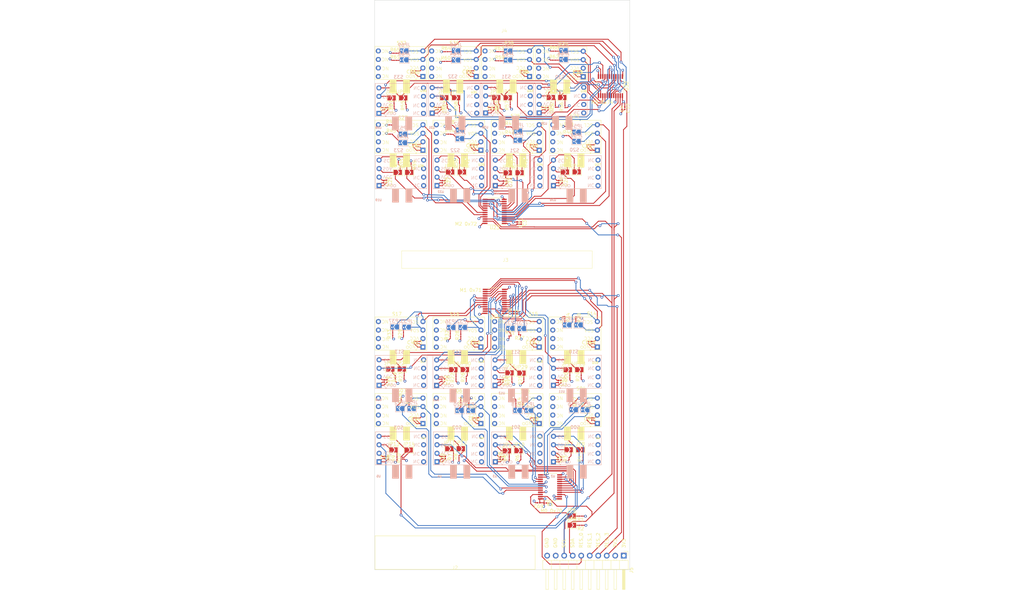
<source format=kicad_pcb>
(kicad_pcb (version 20221018) (generator pcbnew)
  (layers (0 "F.Cu" signal) (1 "In1.Cu" power "3V3") (2 "In2.Cu" power "GND") (31 "B.Cu" signal) (34 "B.Paste" user) (35 "F.Paste" user) (36 "B.SilkS" user "B.Silkscreen") (37 "F.SilkS" user "F.Silkscreen") (38 "B.Mask" user) (39 "F.Mask" user) (44 "Edge.Cuts" user))
  (net 0 "")
  (net 1 "+3V3")
  (net 2 "GND")
  (net 3 "/SDA")
  (net 4 "/SCL")
  (net 5 "/RES_0")
  (net 6 "/RES_1")
  (net 7 "/RES_2")
  (net 8 "/RES_3")
  (net 9 "Net-(JP5-B)")
  (net 10 "Net-(JP6-B)")
  (net 11 "/D00")
  (net 12 "Net-(JP7-B)")
  (net 13 "/C00")
  (net 14 "Net-(JP8-B)")
  (net 15 "/D01")
  (net 16 "Net-(JP9-B)")
  (net 17 "/C01")
  (net 18 "Net-(JP10-B)")
  (net 19 "/D02")
  (net 20 "Net-(JP11-B)")
  (net 21 "/C02")
  (net 22 "Net-(JP12-B)")
  (net 23 "/D03")
  (net 24 "Net-(JP13-B)")
  (net 25 "/C03")
  (net 26 "Net-(JP14-B)")
  (net 27 "/D04")
  (net 28 "Net-(JP15-B)")
  (net 29 "/C04")
  (net 30 "Net-(JP16-B)")
  (net 31 "/D05")
  (net 32 "Net-(JP17-B)")
  (net 33 "/C05")
  (net 34 "Net-(JP18-B)")
  (net 35 "/D06")
  (net 36 "Net-(JP19-B)")
  (net 37 "/C06")
  (net 38 "Net-(JP20-B)")
  (net 39 "/D07")
  (net 40 "Net-(JP21-B)")
  (net 41 "/C07")
  (net 42 "Net-(JP22-B)")
  (net 43 "/D13")
  (net 44 "Net-(JP23-B)")
  (net 45 "/D10")
  (net 46 "Net-(JP24-B)")
  (net 47 "/D11")
  (net 48 "Net-(JP25-B)")
  (net 49 "/D12")
  (net 50 "Net-(JP26-B)")
  (net 51 "/C13")
  (net 52 "Net-(JP27-B)")
  (net 53 "/C10")
  (net 54 "Net-(JP28-B)")
  (net 55 "/C11")
  (net 56 "Net-(JP29-B)")
  (net 57 "/C12")
  (net 58 "Net-(JP30-B)")
  (net 59 "/D15")
  (net 60 "Net-(JP31-B)")
  (net 61 "/D16")
  (net 62 "Net-(JP32-B)")
  (net 63 "/D17")
  (net 64 "Net-(JP33-B)")
  (net 65 "/D14")
  (net 66 "Net-(JP34-B)")
  (net 67 "/C15")
  (net 68 "Net-(JP35-B)")
  (net 69 "/C16")
  (net 70 "Net-(JP36-B)")
  (net 71 "/C17")
  (net 72 "Net-(JP37-B)")
  (net 73 "/C14")
  (net 74 "Net-(JP38-B)")
  (net 75 "/D23")
  (net 76 "Net-(JP39-B)")
  (net 77 "/D20")
  (net 78 "Net-(JP40-B)")
  (net 79 "/D21")
  (net 80 "Net-(JP41-B)")
  (net 81 "/D22")
  (net 82 "Net-(JP42-B)")
  (net 83 "/C23")
  (net 84 "Net-(JP43-B)")
  (net 85 "/C20")
  (net 86 "Net-(JP44-B)")
  (net 87 "/C21")
  (net 88 "Net-(JP45-B)")
  (net 89 "/C22")
  (net 90 "Net-(JP46-B)")
  (net 91 "/D25")
  (net 92 "Net-(JP47-B)")
  (net 93 "/D26")
  (net 94 "Net-(JP48-B)")
  (net 95 "/D27")
  (net 96 "Net-(JP49-B)")
  (net 97 "/D24")
  (net 98 "Net-(JP50-B)")
  (net 99 "/C25")
  (net 100 "Net-(JP51-B)")
  (net 101 "/C26")
  (net 102 "Net-(JP52-B)")
  (net 103 "/C27")
  (net 104 "Net-(JP53-B)")
  (net 105 "/C24")
  (net 106 "Net-(JP54-B)")
  (net 107 "/D33")
  (net 108 "Net-(JP55-B)")
  (net 109 "/D30")
  (net 110 "Net-(JP56-B)")
  (net 111 "/D31")
  (net 112 "Net-(JP57-B)")
  (net 113 "/D32")
  (net 114 "Net-(JP58-B)")
  (net 115 "/C33")
  (net 116 "Net-(JP59-B)")
  (net 117 "/C30")
  (net 118 "Net-(JP60-B)")
  (net 119 "/C31")
  (net 120 "Net-(JP61-B)")
  (net 121 "/C32")
  (net 122 "Net-(JP62-B)")
  (net 123 "/D35")
  (net 124 "Net-(JP63-B)")
  (net 125 "/D36")
  (net 126 "Net-(JP64-B)")
  (net 127 "/D37")
  (net 128 "Net-(JP65-B)")
  (net 129 "/D34")
  (net 130 "Net-(JP66-B)")
  (net 131 "/C35")
  (net 132 "Net-(JP67-B)")
  (net 133 "/C36")
  (net 134 "Net-(JP68-B)")
  (net 135 "/C37")
  (net 136 "Net-(JP69-B)")
  (net 137 "/C34")
  (net 138 "Net-(JP70-B)")
  (footprint "Capacitor_SMD:C_0201_0603Metric" (layer "F.Cu") (at 24.9428 52.2838 -90)
    (fp_text reference "C32")
    (fp_text value "10uF")
  )
  (footprint "Jumper:SolderJumper-2_P1.3mm_Open_TrianglePad1.0x1.5mm" (layer "F.Cu") (at 64.008 154.4574)
    (fp_text reference "JP10")
    (fp_text value "SolderJumper_2_Open")
  )
  (footprint "Capacitor_SMD:C_0201_0603Metric" (layer "F.Cu") (at 33.02 41.3258 -90)
    (fp_text reference "C68")
    (fp_text value "0.1uF")
  )
  (footprint "Resistor_SMD:R_01005_0402Metric" (layer "F.Cu") (at 78.9896 57.9374)
    (fp_text reference "R50")
    (fp_text value "2.2k")
  )
  (footprint "Capacitor_SMD:C_0201_0603Metric" (layer "F.Cu") (at 24.638 73.9754 -90)
    (fp_text reference "C21")
    (fp_text value "10uF")
  )
  (footprint "Resistor_SMD:R_01005_0402Metric" (layer "F.Cu") (at 43.4638 57.277)
    (fp_text reference "R48")
    (fp_text value "2.2k")
  )
  (footprint "Resistor_SMD:R_01005_0402Metric" (layer "F.Cu") (at 58.5216 51.435 90)
    (fp_text reference "R53")
    (fp_text value "2.2k")
  )
  (footprint "Resistor_SMD:R_01005_0402Metric" (layer "F.Cu") (at 46.3848 51.5874 90)
    (fp_text reference "R58")
    (fp_text value "2.2k")
  )
  (footprint "Resistor_SMD:R_01005_0402Metric" (layer "F.Cu") (at 61.447 57.7088)
    (fp_text reference "R47")
    (fp_text value "2.2k")
  )
  (footprint "air_foil_pcb:hscdrrn400md2a3" (layer "F.Cu") (at 45.8692 142.3548 180)
    (fp_text reference "U8")
    (fp_text value "HSCDRRN400MD2A3")
  )
  (footprint "air_foil_pcb:hscdrrn400md2a3" (layer "F.Cu") (at 45.8692 119.4948 180)
    (fp_text reference "U16")
    (fp_text value "HSCDRRN400MD2A3")
  )
  (footprint "Capacitor_SMD:C_0201_0603Metric" (layer "F.Cu") (at 41.2706 74.0664 -90)
    (fp_text reference "C54")
    (fp_text value "0.1uF")
  )
  (footprint "Resistor_SMD:R_01005_0402Metric" (layer "F.Cu") (at 46.7614 139.721 -90)
    (fp_text reference "R16")
    (fp_text value "2.2k")
  )
  (footprint "Jumper:SolderJumper-2_P1.3mm_Open_TrianglePad1.0x1.5mm" (layer "F.Cu") (at 31.205 154.2542)
    (fp_text reference "JP14")
    (fp_text value "SolderJumper_2_Open")
  )
  (footprint "Resistor_SMD:R_01005_0402Metric" (layer "F.Cu") (at 43.4384 59.8678)
    (fp_text reference "R44")
    (fp_text value "2.2k")
  )
  (footprint "Resistor_SMD:R_01005_0402Metric" (layer "F.Cu") (at 62.0268 133.4008 90)
    (fp_text reference "R21")
    (fp_text value "2.2k")
  )
  (footprint "Jumper:SolderJumper-2_P1.3mm_Open_TrianglePad1.0x1.5mm" (layer "F.Cu") (at 82.1574 130.2512)
    (fp_text reference "JP28")
    (fp_text value "SolderJumper_2_Open")
  )
  (footprint "Capacitor_SMD:C_0201_0603Metric" (layer "F.Cu") (at 77.089 74.0308 -90)
    (fp_text reference "C24")
    (fp_text value "10uF")
  )
  (footprint "Resistor_SMD:R_01005_0402Metric" (layer "F.Cu") (at 78.719 60.2996)
    (fp_text reference "R46")
    (fp_text value "2.2k")
  )
  (footprint "Jumper:SolderJumper-2_P1.3mm_Open_TrianglePad1.0x1.5mm" (layer "F.Cu") (at 64.897 131.2658)
    (fp_text reference "JP29")
    (fp_text value "SolderJumper_2_Open")
  )
  (footprint "Capacitor_SMD:C_0201_0603Metric" (layer "F.Cu") (at 85.8774 144.9938 -90)
    (fp_text reference "C41")
    (fp_text value "0.1uF")
  )
  (footprint "Capacitor_SMD:C_0201_0603Metric" (layer "F.Cu") (at 48.5902 41.2856 -90)
    (fp_text reference "C35")
    (fp_text value "10uF")
  )
  (footprint "Capacitor_SMD:C_0201_0603Metric" (layer "F.Cu") (at 51.3588 144.9726 -90)
    (fp_text reference "C43")
    (fp_text value "0.1uF")
  )
  (footprint "Resistor_SMD:R_01005_0402Metric" (layer "F.Cu") (at 82.554 174.0154 180)
    (fp_text reference "R1")
    (fp_text value "2.2k")
  )
  (footprint "Capacitor_SMD:C_0201_0603Metric" (layer "F.Cu") (at 84.455 63.3938 -90)
    (fp_text reference "C25")
    (fp_text value "10uF")
  )
  (footprint "Package_SO:TSSOP-24_4.4x7.8mm_P0.65mm" (layer "F.Cu") (at 91.4464 45.5091 -90)
    (fp_text reference "U32")
    (fp_text value "TCA9548APWR")
  )
  (footprint "Jumper:SolderJumper-2_P1.3mm_Open_TrianglePad1.0x1.5mm" (layer "F.Cu") (at 61.3272 131.191)
    (fp_text reference "JP25")
    (fp_text value "SolderJumper_2_Open")
  )
  (footprint "Resistor_SMD:R_01005_0402Metric" (layer "F.Cu") (at 27.1316 35.687)
    (fp_text reference "R65")
    (fp_text value "2.2k")
  )
  (footprint "Resistor_SMD:R_01005_0402Metric" (layer "F.Cu") (at 27.1566 37.8206)
    (fp_text reference "R61")
    (fp_text value "2.2k")
  )
  (footprint "Capacitor_SMD:C_0201_0603Metric" (layer "F.Cu") (at 50.419 144.998 -90)
    (fp_text reference "C11")
    (fp_text value "10uF")
  )
  (footprint "Resistor_SMD:R_01005_0402Metric" (layer "F.Cu") (at 43.6412 119.9134 90)
    (fp_text reference "R32")
    (fp_text value "2.2k")
  )
  (footprint "Jumper:SolderJumper-2_P1.3mm_Open_TrianglePad1.0x1.5mm" (layer "F.Cu") (at 81.37 71.1708)
    (fp_text reference "JP44")
    (fp_text value "SolderJumper_2_Open")
  )
  (footprint "Resistor_SMD:R_01005_0402Metric" (layer "F.Cu") (at 30.48 51.3588 90)
    (fp_text reference "R55")
    (fp_text value "2.2k")
  )
  (footprint "Jumper:SolderJumper-2_P1.3mm_Open_TrianglePad1.0x1.5mm" (layer "F.Cu") (at 29.5772 49.022)
    (fp_text reference "JP59")
    (fp_text value "SolderJumper_2_Open")
  )
  (footprint "Resistor_SMD:R_01005_0402Metric" (layer "F.Cu") (at 28.1178 68.6094 -90)
    (fp_text reference "R35")
    (fp_text value "2.2k")
  )
  (footprint "Jumper:SolderJumper-2_P1.3mm_Open_TrianglePad1.0x1.5mm" (layer "F.Cu") (at 60.542 154.5082)
    (fp_text reference "JP9")
    (fp_text value "SolderJumper_2_Open")
  )
  (footprint "Resistor_SMD:R_01005_0402Metric" (layer "F.Cu") (at 25.8358 57.1246)
    (fp_text reference "R49")
    (fp_text value "2.2k")
  )
  (footprint "Capacitor_SMD:C_0201_0603Metric" (layer "F.Cu") (at 32.512 63.3074 -90)
    (fp_text reference "C28")
    (fp_text value "10uF")
  )
  (footprint "Resistor_SMD:R_01005_0402Metric" (layer "F.Cu") (at 45.339 132.6896 90)
    (fp_text reference "R22")
    (fp_text value "2.2k")
  )
  (footprint "air_foil_pcb:tube_connector" (layer "F.Cu") (at 45.0598 189.928)
    (fp_text reference "J2")
    (fp_text value "Tube Connector")
  )
  (footprint "air_foil_pcb:hscdrrn400md2a3" (layer "F.Cu") (at 28.5774 119.4948 180)
    (fp_text reference "U17")
    (fp_text value "HSCDRRN400MD2A3")
  )
  (footprint "Capacitor_SMD:C_0201_0603Metric" (layer "F.Cu") (at 49.8908 122.1994 -90)
    (fp_text reference "C14")
    (fp_text value "10uF")
  )
  (footprint "air_foil_pcb:hscdrrn400md2a3" (layer "F.Cu") (at 28.5774 60.6868 180)
    (fp_text reference "U26")
    (fp_text value "HSCDRRN400MD2A3")
  )
  (footprint "Jumper:SolderJumper-2_P1.3mm_Open_TrianglePad1.0x1.5mm" (layer "F.Cu") (at 26.6838 154.2288)
    (fp_text reference "JP13")
    (fp_text value "SolderJumper_2_Open")
  )
  (footprint "Capacitor_SMD:C_0201_0603Metric" (layer "F.Cu") (at 68.5038 63.373 -90)
    (fp_text reference "C58")
    (fp_text value "0.1uF")
  )
  (footprint "Resistor_SMD:R_01005_0402Metric" (layer "F.Cu") (at 42.7482 51.3544 90)
    (fp_text reference "R54")
    (fp_text value "2.2k")
  )
  (footprint "Jumper:SolderJumper-2_P1.3mm_Open_TrianglePad1.0x1.5mm" (layer "F.Cu") (at 31.369 71.2978)
    (fp_text reference "JP43")
    (fp_text value "SolderJumper_2_Open")
  )
  (footprint "Resistor_SMD:R_01005_0402Metric" (layer "F.Cu") (at 80.8736 140.0008 -90)
    (fp_text reference "R12")
    (fp_text value "2.2k")
  )
  (footprint "Capacitor_SMD:C_0201_0603Metric" (layer "F.Cu") (at 23.749 74.0812 -90)
    (fp_text reference "C53")
    (fp_text value "0.1uF")
  )
  (footprint "Resistor_SMD:R_01005_0402Metric" (layer "F.Cu") (at 29.6672 119.5876 90)
    (fp_text reference "R29")
    (fp_text value "2.2k")
  )
  (footprint "Capacitor_SMD:C_0201_0603Metric" (layer "F.Cu") (at 85.4202 63.3984 -90)
    (fp_text reference "C57")
    (fp_text value "0.1uF")
  )
  (footprint "Resistor_SMD:R_01005_0402Metric" (layer "F.Cu") (at 61.2394 156.6882 90)
    (fp_text reference "R5")
    (fp_text value "2.2k")
  )
  (footprint "Capacitor_SMD:C_0201_0603Metric" (layer "F.Cu") (at 42.164 156.5042 -90)
    (fp_text reference "C7")
    (fp_text value "10uF")
  )
  (footprint "Capacitor_SMD:C_0201_0603Metric" (layer "F.Cu") (at 67.5894 122.1634 -90)
    (fp_text reference "C15")
    (fp_text value "10uF")
  )
  (footprint "Capacitor_SMD:C_0201_0603Metric" (layer "F.Cu") (at 33.4772 144.998 -90)
    (fp_text reference "C44")
    (fp_text value "0.1uF")
  )
  (footprint "air_foil_pcb:hscdrrn400md2a3" (layer "F.Cu") (at 44.4754 38.6456 180)
    (fp_text reference "U34")
    (fp_text value "HSCDRRN400MD2A3")
  )
  (footprint "Capacitor_SMD:C_0201_0603Metric" (layer "F.Cu") (at 64.8208 86.451 -90)
    (fp_text reference "C3")
    (fp_text value "10uF")
  )
  (footprint "Jumper:SolderJumper-2_P1.3mm_Open_TrianglePad1.0x1.5mm" (layer "F.Cu") (at 64.3266 71.3994)
    (fp_text reference "JP45")
    (fp_text value "SolderJumper_2_Open")
  )
  (footprint "air_foil_pcb:hscdrrn400md2a3" (layer "F.Cu") (at 60.402 38.6456 180)
    (fp_text reference "U33")
    (fp_text value "HSCDRRN400MD2A3")
  )
  (footprint "air_foil_pcb:hscdrrn400md2a3" (layer "F.Cu") (at 28.5774 142.3548 180)
    (fp_text reference "U9")
    (fp_text value "HSCDRRN400MD2A3")
  )
  (footprint "Resistor_SMD:R_01005_0402Metric" (layer "F.Cu") (at 82.5754 176.7586 180)
    (fp_text reference "R2")
    (fp_text value "2.2k")
  )
  (footprint "Resistor_SMD:R_01005_0402Metric" (layer "F.Cu") (at 31.9576 69.1388 -90)
    (fp_text reference "R39")
    (fp_text value "2.2k")
  )
  (footprint "Resistor_SMD:R_01005_0402Metric" (layer "F.Cu") (at 79.3242 132.4102 90)
    (fp_text reference "R20")
    (fp_text value "2.2k")
  )
  (footprint "Jumper:SolderJumper-2_P1.3mm_Open_TrianglePad1.0x1.5mm" (layer "F.Cu") (at 43.5864 71.1962)
    (fp_text reference "JP42")
    (fp_text value "SolderJumper_2_Open")
  )
  (footprint "Capacitor_SMD:C_0201_0603Metric" (layer "F.Cu") (at 68.5546 144.9984 -90)
    (fp_text reference "C42")
    (fp_text value "0.1uF")
  )
  (footprint "Capacitor_SMD:C_0201_0603Metric" (layer "F.Cu") (at 24.0792 156.4742 -90)
    (fp_text reference "C40")
    (fp_text value "0.1uF")
  )
  (footprint "Capacitor_SMD:C_0201_0603Metric" (layer "F.Cu") (at 68.4478 122.1676 -90)
    (fp_text reference "C47")
    (fp_text value "0.1uF")
  )
  (footprint "Jumper:SolderJumper-2_P1.3mm_Open_TrianglePad1.0x1.5mm" (layer "F.Cu") (at 79.8576 173.9646)
    (fp_text reference "JP6")
    (fp_text value "SolderJumper_2_Open")
  )
  (footprint "Capacitor_SMD:C_0201_0603Metric" (layer "F.Cu") (at 23.9268 133.6396 -90)
    (fp_text reference "C49")
    (fp_text value "0.1uF")
  )
  (footprint "Capacitor_SMD:C_0201_0603Metric" (layer "F.Cu") (at 76.835 156.809 -90)
    (fp_text reference "C5")
    (fp_text value "10uF")
  )
  (footprint "Jumper:SolderJumper-2_P1.3mm_Open_TrianglePad1.0x1.5mm" (layer "F.Cu") (at 47.1054 71.1962)
    (fp_text reference "JP46")
    (fp_text value "SolderJumper_2_Open")
  )
  (footprint "Capacitor_SMD:C_0201_0603Metric" (layer "F.Cu") (at 39.9542 52.2478 -90)
    (fp_text reference "C63")
    (fp_text value "0.1uF")
  )
  (footprint "Package_SO:TSSOP-24_4.4x7.8mm_P0.65mm" (layer "F.Cu") (at 56.9137 109.836 180)
    (fp_text reference "U14")
    (fp_text value "TCA9548APWR")
  )
  (footprint "Jumper:SolderJumper-2_P1.3mm_Open_TrianglePad1.0x1.5mm" (layer "F.Cu") (at 77.8626 71.1962)
    (fp_text reference "JP40")
    (fp_text value "SolderJumper_2_Open")
  )
  (footprint "Capacitor_SMD:C_0201_0603Metric" (layer "F.Cu") (at 76.0222 74.0612 -90)
    (fp_text reference "C56")
    (fp_text value "0.1uF")
  )
  (footprint "Jumper:SolderJumper-2_P1.3mm_Open_TrianglePad1.0x1.5mm" (layer "F.Cu") (at 27.9516 71.2978)
    (fp_text reference "JP39")
    (fp_text value "SolderJumper_2_Open")
  )
  (footprint "Jumper:SolderJumper-2_P1.3mm_Open_TrianglePad1.0x1.5mm" (layer "F.Cu") (at 29.1592 130.0586)
    (fp_text reference "JP27")
    (fp_text value "SolderJumper_2_Open")
  )
  (footprint "Capacitor_SMD:C_0201_0603Metric" (layer "F.Cu") (at 49.7078 63.409 -90)
    (fp_text reference "C27")
    (fp_text value "10uF")
  )
  (footprint "Jumper:SolderJumper-2_P1.3mm_Open_TrianglePad1.0x1.5mm" (layer "F.Cu") (at 43.3346 153.8732)
    (fp_text reference "JP11")
    (fp_text value "SolderJumper_2_Open")
  )
  (footprint "Capacitor_SMD:C_0201_0603Metric" (layer "F.Cu") (at 60.53 74.2294 -90)
    (fp_text reference "C23")
    (fp_text value "10uF")
  )
  (footprint "Capacitor_SMD:C_0201_0603Metric" (layer "F.Cu") (at 84.8868 122.149 -90)
    (fp_text reference "C16")
    (fp_text value "10uF")
  )
  (footprint "Capacitor_SMD:C_0201_0603Metric" (layer "F.Cu") (at 84.4804 144.998 -90)
    (fp_text reference "C9")
    (fp_text value "10uF")
  )
  (footprint "air_foil_pcb:hscdrrn400md2a3" (layer "F.Cu") (at 45.8692 60.6806 180)
    (fp_text reference "U25")
    (fp_text value "HSCDRRN400MD2A3")
  )
  (footprint "Resistor_SMD:R_01005_0402Metric" (layer "F.Cu") (at 83.2612 156.866 90)
    (fp_text reference "R4")
    (fp_text value "2.2k")
  )
  (footprint "Capacitor_SMD:C_0201_0603Metric" (layer "F.Cu") (at 95.7326 52.1356 -90)
    (fp_text reference "C72")
    (fp_text value "0.1uF")
  )
  (footprint "Resistor_SMD:R_01005_0402Metric" (layer "F.Cu") (at 81.1022 114.7528 -90)
    (fp_text reference "R30")
    (fp_text value "2.2k")
  )
  (footprint "Capacitor_SMD:C_0201_0603Metric" (layer "F.Cu") (at 59.3852 156.6418 -90)
    (fp_text reference "C6")
    (fp_text value "10uF")
  )
  (footprint "Jumper:SolderJumper-2_P1.3mm_Open_TrianglePad1.0x1.5mm" (layer "F.Cu") (at 47.9944 130.2258)
    (fp_text reference "JP30")
    (fp_text value "SolderJumper_2_Open")
  )
  (footprint "Resistor_SMD:R_01005_0402Metric" (layer "F.Cu") (at 61.4724 120.1928)
    (fp_text reference "R31")
    (fp_text value "2.2k")
  )
  (footprint "air_foil_pcb:hscdrrn400md2a3" (layer "F.Cu") (at 76.4286 38.7096 180)
    (fp_text reference "U36")
    (fp_text value "HSCDRRN400MD2A3")
  )
  (footprint "Capacitor_SMD:C_0201_0603Metric" (layer "F.Cu") (at 58.5724 156.6672 -90)
    (fp_text reference "C38")
    (fp_text value "0.1uF")
  )
  (footprint "Capacitor_SMD:C_0201_0603Metric" (layer "F.Cu") (at 63.6016 86.4256 -90)
    (fp_text reference "C71")
    (fp_text value "0.1uF")
  )
  (footprint "Jumper:SolderJumper-2_P1.3mm_Open_TrianglePad1.0x1.5mm" (layer "F.Cu") (at 60.796 71.4248)
    (fp_text reference "JP41")
    (fp_text value "SolderJumper_2_Open")
  )
  (footprint "Resistor_SMD:R_01005_0402Metric" (layer "F.Cu") (at 27.2078 132.334 90)
    (fp_text reference "R19")
    (fp_text value "2.2k")
  )
  (footprint "Resistor_SMD:R_01005_0402Metric" (layer "F.Cu") (at 46.7614 119.9856 90)
    (fp_text reference "R28")
    (fp_text value "2.2k")
  )
  (footprint "Capacitor_SMD:C_0201_0603Metric" (layer "F.Cu") (at 64.7954 41.2602 -90)
    (fp_text reference "C34")
    (fp_text value "10uF")
  )
  (footprint "Resistor_SMD:R_01005_0402Metric" (layer "F.Cu") (at 47.8536 68.576 -90)
    (fp_text reference "R42")
    (fp_text value "2.2k")
  )
  (footprint "Capacitor_SMD:C_0201_0603Metric" (layer "F.Cu") (at 49.6316 41.2902 -90)
    (fp_text reference "C67")
    (fp_text value "0.1uF")
  )
  (footprint "Resistor_SMD:R_01005_0402Metric" (layer "F.Cu") (at 28.9814 139.6194 -90)
    (fp_text reference "R18")
    (fp_text value "2.2k")
  )
  (footprint "Jumper:SolderJumper-2_P1.3mm_Open_TrianglePad1.0x1.5mm" (layer "F.Cu") (at 79.9476 176.7332)
    (fp_text reference "JP5")
    (fp_text value "SolderJumper_2_Open")
  )
  (footprint "Resistor_SMD:R_01005_0402Metric" (layer "F.Cu") (at 64.3382 119.8118 180)
    (fp_text reference "R27")
    (fp_text value "2.2k")
  )
  (footprint "air_foil_pcb:end_plate_connector" (layer "F.Cu") (at 59.7408 29.4638)
    (fp_text reference "J4")
    (fp_text value "End_plate_mount")
  )
  (footprint "Capacitor_SMD:C_0201_0603Metric" (layer "F.Cu") (at 59.4412 133.5892 -90)
    (fp_text reference "C19")
    (fp_text value "10uF")
  )
  (footprint "Jumper:SolderJumper-2_P1.3mm_Open_TrianglePad1.0x1.5mm" (layer "F.Cu") (at 60.7822 48.9712)
    (fp_text reference "JP61")
    (fp_text value "SolderJumper_2_Open")
  )
  (footprint "Resistor_SMD:R_01005_0402Metric" (layer "F.Cu") (at 44.578 156.2564 90)
    (fp_text reference "R7")
    (fp_text value "2.2k")
  )
  (footprint "Capacitor_SMD:C_0201_0603Metric" (layer "F.Cu") (at 24.7702 133.6248 -90)
    (fp_text reference "C17")
    (fp_text value "10uF")
  )
  (footprint "Resistor_SMD:R_01005_0402Metric" (layer "F.Cu") (at 65.3034 139.9838 -90)
    (fp_text reference "R13")
    (fp_text value "2.2k")
  )
  (footprint "air_foil_pcb:hscdrrn400md2a3" (layer "F.Cu") (at 28.5496 38.6334 180)
    (fp_text reference "U35")
    (fp_text value "HSCDRRN400MD2A3")
  )
  (footprint "Capacitor_SMD:C_0201_0603Metric" (layer "F.Cu") (at 56.7182 52.2626 -90)
    (fp_text reference "C30")
    (fp_text value "10uF")
  )
  (footprint "Capacitor_SMD:C_0201_0603Metric" (layer "F.Cu") (at 72.0344 52.2372 -90)
    (fp_text reference "C61")
    (fp_text value "0.1uF")
  )
  (footprint "Resistor_SMD:R_01005_0402Metric" (layer "F.Cu") (at 29.845 132.4316 90)
    (fp_text reference "R23")
    (fp_text value "2.2k")
  )
  (footprint "Resistor_SMD:R_01005_0402Metric" (layer "F.Cu") (at 82.0674 68.6054 -90)
    (fp_text reference "R40")
    (fp_text value "2.2k")
  )
  (footprint "Capacitor_SMD:C_0201_0603Metric" (layer "F.Cu") (at 85.725 122.1638 -90)
    (fp_text reference "C48")
    (fp_text value "0.1uF")
  )
  (footprint "Capacitor_SMD:C_0201_0603Metric" (layer "F.Cu") (at 63.6016 113.2184 90)
    (fp_text reference "C2")
    (fp_text value "10uF")
  )
  (footprint "Capacitor_SMD:C_0201_0603Metric" (layer "F.Cu") (at 41.1226 156.5046 -90)
    (fp_text reference "C39")
    (fp_text value "0.1uF")
  )
  (footprint "Resistor_SMD:R_01005_0402Metric" (layer "F.Cu") (at 58.2212 35.2298)
    (fp_text reference "R63")
    (fp_text value "2.2k")
  )
  (footprint "Resistor_SMD:R_01005_0402Metric" (layer "F.Cu") (at 61.3708 60.325)
    (fp_text reference "R43")
    (fp_text value "2.2k")
  )
  (footprint "Jumper:SolderJumper-2_P1.3mm_Open_TrianglePad1.0x1.5mm" (layer "F.Cu") (at 57.3532 48.9458)
    (fp_text reference "JP57")
    (fp_text value "SolderJumper_2_Open")
  )
  (footprint "Capacitor_SMD:C_0201_0603Metric" (layer "F.Cu") (at 67.6148 63.3624 -90)
    (fp_text reference "C26")
    (fp_text value "10uF")
  )
  (footprint "Capacitor_SMD:C_0201_0603Metric" (layer "F.Cu") (at 71.973 170.1038)
    (fp_text reference "C1")
    (fp_text value "10uF")
  )
  (footprint "Resistor_SMD:R_01005_0402Metric" (layer "F.Cu") (at 63.1952 139.9326 -90)
    (fp_text reference "R14")
    (fp_text value "2.2k")
  )
  (footprint "Capacitor_SMD:C_0201_0603Metric" (layer "F.Cu") (at 40.9194 52.2224 -90)
    (fp_text reference "C31")
    (fp_text value "10uF")
  )
  (footprint "Package_SO:TSSOP-24_4.4x7.8mm_P0.65mm" (layer "F.Cu") (at 56.8783 82.9524 180)
    (fp_text reference "U23")
    (fp_text value "TCA9548APWR")
  )
  (footprint "Resistor_SMD:R_01005_0402Metric" (layer "F.Cu") (at 42.2954 38.1254)
    (fp_text reference "R60")
    (fp_text value "2.2k")
  )
  (footprint "Resistor_SMD:R_01005_0402Metric" (layer "F.Cu") (at 78.4606 68.2752 -90)
    (fp_text reference "R36")
    (fp_text value "2.2k")
  )
  (footprint "Jumper:SolderJumper-2_P1.3mm_Open_TrianglePad1.0x1.5mm" (layer "F.Cu") (at 44.54 130.2512)
    (fp_text reference "JP26")
    (fp_text value "SolderJumper_2_Open")
  )
  (footprint "air_foil_pcb:hscdrrn400md2a3" (layer "F.Cu") (at 80.6406 119.4948 180)
    (fp_text reference "U18")
    (fp_text value "HSCDRRN400MD2A3")
  )
  (footprint "Resistor_SMD:R_01005_0402Metric" (layer "F.Cu") (at 58.42 37.9476)
    (fp_text reference "R59")
    (fp_text value "2.2k")
  )
  (footprint "Capacitor_SMD:C_0201_0603Metric" (layer "F.Cu") (at 67.5386 144.998 -90)
    (fp_text reference "C10")
    (fp_text value "10uF")
  )
  (footprint "Package_SO:TSSOP-24_4.4x7.8mm_P0.65mm" (layer "F.Cu") (at 73.406 165.2778 180)
    (fp_text reference "U1")
    (fp_text value "TCA9548APWR")
  )
  (footprint "air_foil_pcb:hscdrrn400md2a3" (layer "F.Cu") (at 63.2862 142.3548 180)
    (fp_text reference "U7")
    (fp_text value "HSCDRRN400MD2A3")
  )
  (footprint "Resistor_SMD:R_01005_0402Metric" (layer "F.Cu") (at 61.5442 51.3588 90)
    (fp_text reference "R57")
    (fp_text value "2.2k")
  )
  (footprint "Resistor_SMD:R_01005_0402Metric" (layer "F.Cu") (at 26.8732 51.1556 90)
    (fp_text reference "R51")
    (fp_text value "2.2k")
  )
  (footprint "Resistor_SMD:R_01005_0402Metric" (layer "F.Cu") (at 84.2264 139.8822 -90)
    (fp_text reference "R11")
    (fp_text value "2.2k")
  )
  (footprint "Resistor_SMD:R_01005_0402Metric" (layer "F.Cu") (at 82.7278 132.3594 90)
    (fp_text reference "R24")
    (fp_text value "2.2k")
  )
  (footprint "Capacitor_SMD:C_0201_0603Metric" (layer "F.Cu") (at 32.5628 145.0086 -90)
    (fp_text reference "C12")
    (fp_text value "10uF")
  )
  (footprint "Capacitor_SMD:C_0201_0603Metric" (layer "F.Cu") (at 65.7098 41.2496 -90)
    (fp_text reference "C66")
    (fp_text value "0.1uF")
  )
  (footprint "Resistor_SMD:R_01005_0402Metric" (layer "F.Cu") (at 27.7124 156.739 90)
    (fp_text reference "R9")
    (fp_text value "2.2k")
  )
  (footprint "Resistor_SMD:R_01005_0402Metric" (layer "F.Cu") (at 31.3182 139.1622 -90)
    (fp_text reference "R17")
    (fp_text value "2.2k")
  )
  (footprint "Resistor_SMD:R_01005_0402Metric" (layer "F.Cu") (at 77.8764 51.689 90)
    (fp_text reference "R56")
    (fp_text value "2.2k")
  )
  (footprint "Capacitor_SMD:C_0201_0603Metric" (layer "F.Cu") (at 75.89 133.7814 -90)
    (fp_text reference "C52")
    (fp_text value "0.1uF")
  )
  (footprint "Jumper:SolderJumper-2_P1.3mm_Open_TrianglePad1.0x1.5mm" (layer "F.Cu") (at 78.7262 130.2766)
    (fp_text reference "JP24")
    (fp_text value "SolderJumper_2_Open")
  )
  (footprint "Resistor_SMD:R_01005_0402Metric" (layer "F.Cu") (at 74.7014 35.0774)
    (fp_text reference "R66")
    (fp_text value "2.2k")
  )
  (footprint "Capacitor_SMD:C_0201_0603Metric" (layer "F.Cu") (at 76.7334 133.7666 -90)
    (fp_text reference "C20")
    (fp_text value "10uF")
  )
  (footprint "Capacitor_SMD:C_0201_0603Metric" (layer "F.Cu") (at 50.7746 122.1888 -90)
    (fp_text reference "C46")
    (fp_text value "0.1uF")
  )
  (footprint "Capacitor_SMD:C_0201_0603Metric" (layer "F.Cu") (at 41.9914 133.4008 -90)
    (fp_text reference "C18")
    (fp_text value "10uF")
  )
  (footprint "Resistor_SMD:R_01005_0402Metric" (layer "F.Cu") (at 44.3484 68.6054 -90)
    (fp_text reference "R38")
    (fp_text value "2.2k")
  )
  (footprint "air_foil_pcb:hscdrrn400md2a3" (layer "F.Cu") (at 80.6406 142.3548 180)
    (fp_text reference "U6")
    (fp_text value "HSCDRRN400MD2A3")
  )
  (footprint "Resistor_SMD:R_01005_0402Metric" (layer "F.Cu") (at 49.1236 139.9032 -90)
    (fp_text reference "R15")
    (fp_text value "2.2k")
  )
  (footprint "Jumper:SolderJumper-2_P1.3mm_Open_TrianglePad1.0x1.5mm" (layer "F.Cu") (at 82.46 154.178)
    (fp_text reference "JP8")
    (fp_text value "SolderJumper_2_Open")
  )
  (footprint "Capacitor_SMD:C_0201_0603Metric" (layer "F.Cu") (at 31.9278 41.2856 -90)
    (fp_text reference "C36")
    (fp_text value "10uF")
  )
  (footprint "Resistor_SMD:R_01005_0402Metric" (layer "F.Cu") (at 29.3624 156.739 90)
    (fp_text reference "R10")
    (fp_text value "2.2k")
  )
  (footprint "Resistor_SMD:R_01005_0402Metric" (layer "F.Cu") (at 48.4124 132.588 90)
    (fp_text reference "R26")
    (fp_text value "2.2k")
  )
  (footprint "Resistor_SMD:R_01005_0402Metric" (layer "F.Cu") (at 61.468 68.6054 -90)
    (fp_text reference "R37")
    (fp_text value "2.2k")
  )
  (footprint "Resistor_SMD:R_01005_0402Metric" (layer "F.Cu") (at 46.228 156.2564 90)
    (fp_text reference "R8")
    (fp_text value "2.2k")
  )
  (footprint "Capacitor_SMD:C_0201_0603Metric" (layer "F.Cu") (at 70.0278 170.0276 180)
    (fp_text reference "C69")
    (fp_text value "0.1uF")
  )
  (footprint "Resistor_SMD:R_01005_0402Metric" (layer "F.Cu") (at 26.4414 119.634 90)
    (fp_text reference "R33")
    (fp_text value "2.2k")
  )
  (footprint "Jumper:SolderJumper-2_P1.3mm_Open_TrianglePad1.0x1.5mm" (layer "F.Cu") (at 26.1112 49.0474)
    (fp_text reference "JP55")
    (fp_text value "SolderJumper_2_Open")
  )
  (footprint "Capacitor_SMD:C_0201_0603Metric" (layer "F.Cu") (at 58.5978 133.604 -90)
    (fp_text reference "C51")
    (fp_text value "0.1uF")
  )
  (footprint "Resistor_SMD:R_01005_0402Metric" (layer "F.Cu") (at 65.1764 68.5546 -90)
    (fp_text reference "R41")
    (fp_text value "2.2k")
  )
  (footprint "Capacitor_SMD:C_0201_0603Metric" (layer "F.Cu") (at 24.0284 52.3138 -90)
    (fp_text reference "C64")
    (fp_text value "0.1uF")
  )
  (footprint "Resistor_SMD:R_01005_0402Metric" (layer "F.Cu") (at 79.1 156.8196 90)
    (fp_text reference "R3")
    (fp_text value "2.2k")
  )
  (footprint "Capacitor_SMD:C_0201_0603Metric" (layer "F.Cu") (at 32.8906 122.17365 -90)
    (fp_text reference "C45")
    (fp_text value "0.1uF")
  )
  (footprint "Capacitor_SMD:C_0201_0603Metric" (layer "F.Cu") (at 42.1132 74.0918 -90)
    (fp_text reference "C22")
    (fp_text value "10uF")
  )
  (footprint "Jumper:SolderJumper-2_P1.3mm_Open_TrianglePad1.0x1.5mm" (layer "F.Cu") (at 46.7752 153.8732)
    (fp_text reference "JP12")
    (fp_text value "SolderJumper_2_Open")
  )
  (footprint "Capacitor_SMD:C_0201_0603Metric" (layer "F.Cu") (at 55.9054 52.2626 -90)
    (fp_text reference "C62")
    (fp_text value "0.1uF")
  )
  (footprint "air_foil_pcb:hscdrrn400md2a3" (layer "F.Cu") (at 80.6406 60.6868 180)
    (fp_text reference "U27")
    (fp_text value "HSCDRRN400MD2A3")
  )
  (footprint "Capacitor_SMD:C_0201_0603Metric" (layer "F.Cu") (at 25.1714 156.5656 -90)
    (fp_text reference "C8")
    (fp_text value "10uF")
  )
  (footprint "Capacitor_SMD:C_0201_0603Metric" (layer "F.Cu") (at 75.8444 156.809 -90)
    (fp_text reference "C37")
    (fp_text value "0.1uF")
  )
  (footprint "Capacitor_SMD:C_0201_0603Metric" (layer "F.Cu") (at 94.8944 52.1208 -90)
    (fp_text reference "C4")
    (fp_text value "10uF")
  )
  (footprint "Capacitor_SMD:C_0201_0603Metric" (layer "F.Cu") (at 62.611 113.193 90)
    (fp_text reference "C70")
    (fp_text value "0.1uF")
  )
  (footprint "Capacitor_SMD:C_0201_0603Metric" (layer "F.Cu") (at 81.6864 41.366 -90)
    (fp_text reference "C65")
    (fp_text value "0.1uF")
  )
  (footprint "Jumper:SolderJumper-2_P1.3mm_Open_TrianglePad1.0x1.5mm" (layer "F.Cu") (at 45.3782 48.9712)
    (fp_text reference "JP62")
    (fp_text value "SolderJumper_2_Open")
  )
  (footprint "Resistor_SMD:R_01005_0402Metric" (layer "F.Cu") (at 42.418 35.2298)
    (fp_text reference "R64")
    (fp_text value "2.2k")
  )
  (footprint "Capacitor_SMD:C_0201_0603Metric" (layer "F.Cu") (at 33.7566 122.1634 -90)
    (fp_text reference "C13")
    (fp_text value "10uF")
  )
  (footprint "Resistor_SMD:R_01005_0402Metric" (layer "F.Cu") (at 65.5828 133.4262 90)
    (fp_text reference "R25")
    (fp_text value "2.2k")
  )
  (footprint "air_foil_pcb:hscdrrn400md2a3" (layer "F.Cu") (at 63.2862 119.4948 180)
    (fp_text reference "U15")
    (fp_text value "HSCDRRN400MD2A3")
  )
  (footprint "Capacitor_SMD:C_0201_0603Metric" (layer "F.Cu") (at 72.8726 52.2372 -90)
    (fp_text reference "C29")
    (fp_text value "10uF")
  )
  (footprint "Jumper:SolderJumper-2_P1.3mm_Open_TrianglePad1.0x1.5mm" (layer "F.Cu") (at 73.6716 48.9204)
    (fp_text reference "JP56")
    (fp_text value "SolderJumper_2_Open")
  )
  (footprint "Resistor_SMD:R_01005_0402Metric" (layer "F.Cu") (at 77.8256 114.6556 -90)
    (fp_text reference "R34")
    (fp_text value "2.2k")
  )
  (footprint "Capacitor_SMD:C_0201_0603Metric" (layer "F.Cu") (at 33.4186 63.3116 -90)
    (fp_text reference "C60")
    (fp_text value "0.1uF")
  )
  (footprint "Jumper:SolderJumper-2_P1.3mm_Open_TrianglePad1.0x1.5mm" (layer "F.Cu") (at 78.9802 154.178)
    (fp_text reference "JP7")
    (fp_text value "SolderJumper_2_Open")
  )
  (footprint "Capacitor_SMD:C_0201_0603Metric" (layer "F.Cu") (at 50.5968 63.409 -90)
    (fp_text reference "C59")
    (fp_text value "0.1uF")
  )
  (footprint "Jumper:SolderJumper-2_P1.3mm_Open_TrianglePad1.0x1.5mm" (layer "F.Cu") (at 77.0752 48.9204)
    (fp_text reference "JP60")
    (fp_text value "SolderJumper_2_Open")
  )
  (footprint "Resistor_SMD:R_01005_0402Metric" (layer "F.Cu") (at 75.0062 51.583 90)
    (fp_text reference "R52")
    (fp_text value "2.2k")
  )
  (footprint "Jumper:SolderJumper-2_P1.3mm_Open_TrianglePad1.0x1.5mm" (layer "F.Cu") (at 25.7164 130.0734)
    (fp_text reference "JP23")
    (fp_text value "SolderJumper_2_Open")
  )
  (footprint "air_foil_pcb:hscdrrn400md2a3" (layer "F.Cu") (at 63.2862 60.6868 180)
    (fp_text reference "U24")
    (fp_text value "HSCDRRN400MD2A3")
  )
  (footprint "air_foil_pcb:static_pressure_manifold" (layer "F.Cu") (at 57.5454 97.3623)
    (fp_text reference "J3")
    (fp_text value "Brass Manifold")
  )
  (footprint "Capacitor_SMD:C_0201_0603Metric" (layer "F.Cu") (at 59.4868 74.204 -90)
    (fp_text reference "C55")
    (fp_text value "0.1uF")
  )
  (footprint "Resistor_SMD:R_01005_0402Metric" (layer "F.Cu") (at 25.9842 59.8678)
    (fp_text reference "R45")
    (fp_text value "2.2k")
  )
  (footprint "Connector_PinHeader_2.54mm:PinHeader_1x10_P2.54mm_Horizontal" (layer "F.Cu") (at 95.4278 185.8264 -90)
    (fp_text reference "J5")
    (fp_text value "Conn_01x10")
  )
  (footprint "Capacitor_SMD:C_0201_0603Metric" (layer "F.Cu") (at 41.148 133.4156 -90)
    (fp_text reference "C50")
    (fp_text value "0.1uF")
  )
  (footprint "Capacitor_SMD:C_0201_0603Metric" (layer "F.Cu") (at 80.5434 41.3512 -90)
    (fp_text reference "C33")
    (fp_text value "10uF")
  )
  (footprint "Resistor_SMD:R_01005_0402Metric" (layer "F.Cu") (at 74.5998 37.7698)
    (fp_text reference "R62")
    (fp_text value "2.2k")
  )
  (footprint "Resistor_SMD:R_01005_0402Metric" (layer "F.Cu") (at 64.6938 156.6628 90)
    (fp_text reference "R6")
    (fp_text value "2.2k")
  )
  (footprint "Jumper:SolderJumper-2_P1.3mm_Open_TrianglePad1.0x1.5mm" (layer "F.Cu") (at 41.8222 48.9712)
    (fp_text reference "JP58")
    (fp_text value "SolderJumper_2_Open")
  )
  (footprint "Jumper:SolderJumper-2_P1.3mm_Open_TrianglePad1.0x1.5mm" (layer "B.Cu") (at 83.947 142.2146 180)
    (fp_text reference "JP15")
    (fp_text value "SolderJumper_2_Open")
  )
  (footprint "Jumper:SolderJumper-2_P1.3mm_Open_TrianglePad1.0x1.5mm" (layer "B.Cu") (at 47.355 117.6214 180)
    (fp_text reference "JP32")
    (fp_text value "SolderJumper_2_Open")
  )
  (footprint "Jumper:SolderJumper-2_P1.3mm_Open_TrianglePad1.0x1.5mm" (layer "B.Cu") (at 46.519 61.214 180)
    (fp_text reference "JP48")
    (fp_text value "SolderJumper_2_Open")
  )
  (footprint "Jumper:SolderJumper-2_P1.3mm_Open_TrianglePad1.0x1.5mm" (layer "B.Cu") (at 43.9282 117.6528 180)
    (fp_text reference "JP36")
    (fp_text value "SolderJumper_2_Open")
  )
  (footprint "Jumper:SolderJumper-2_P1.3mm_Open_TrianglePad1.0x1.5mm" (layer "B.Cu") (at 45.339 37.719 180)
    (fp_text reference "JP64")
    (fp_text value "SolderJumper_2_Open")
  )
  (footprint "Jumper:SolderJumper-2_P1.3mm_Open_TrianglePad1.0x1.5mm" (layer "B.Cu") (at 63.8302 58.9534 180)
    (fp_text reference "JP51")
    (fp_text value "SolderJumper_2_Open")
  )
  (footprint "air_foil_pcb:hscdrrn400md2a3" (layer "B.Cu") (at 77.0842 49.53335)
    (fp_text reference "U29")
    (fp_text value "HSCDRRN400MD2A3")
  )
  (footprint "air_foil_pcb:hscdrrn400md2a3" (layer "B.Cu") (at 61.1036 49.5432)
    (fp_text reference "U30")
    (fp_text value "HSCDRRN400MD2A3")
  )
  (footprint "air_foil_pcb:hscdrrn400md2a3" (layer "B.Cu") (at 63.9016 130.96575)
    (fp_text reference "U12")
    (fp_text value "HSCDRRN400MD2A3")
  )
  (footprint "Jumper:SolderJumper-2_P1.3mm_Open_TrianglePad1.0x1.5mm" (layer "B.Cu") (at 30.6324 117.5512 180)
    (fp_text reference "JP33")
    (fp_text value "SolderJumper_2_Open")
  )
  (footprint "air_foil_pcb:hscdrrn400md2a3" (layer "B.Cu") (at 29.2774 130.9248)
    (fp_text reference "U10")
    (fp_text value "HSCDRRN400MD2A3")
  )
  (footprint "Jumper:SolderJumper-2_P1.3mm_Open_TrianglePad1.0x1.5mm" (layer "B.Cu") (at 63.7148 142.4178 180)
    (fp_text reference "JP18")
    (fp_text value "SolderJumper_2_Open")
  )
  (footprint "Jumper:SolderJumper-2_P1.3mm_Open_TrianglePad1.0x1.5mm" (layer "B.Cu") (at 81.3424 59.2836 180)
    (fp_text reference "JP54")
    (fp_text value "SolderJumper_2_Open")
  )
  (footprint "air_foil_pcb:hscdrrn400md2a3" (layer "B.Cu") (at 63.9862 153.7848)
    (fp_text reference "U3")
    (fp_text value "HSCDRRN400MD2A3")
  )
  (footprint "air_foil_pcb:hscdrrn400md2a3" (layer "B.Cu") (at 81.3406 71.2532)
    (fp_text reference "U20")
    (fp_text value "HSCDRRN400MD2A3")
  )
  (footprint "air_foil_pcb:hscdrrn400md2a3" (layer "B.Cu") (at 46.5692 153.7848)
    (fp_text reference "U4")
    (fp_text value "HSCDRRN400MD2A3")
  )
  (footprint "Jumper:SolderJumper-2_P1.3mm_Open_TrianglePad1.0x1.5mm" (layer "B.Cu") (at 64.9986 117.9576 180)
    (fp_text reference "JP31")
    (fp_text value "SolderJumper_2_Open")
  )
  (footprint "Jumper:SolderJumper-2_P1.3mm_Open_TrianglePad1.0x1.5mm" (layer "B.Cu") (at 80.5042 142.2146 180)
    (fp_text reference "JP16")
    (fp_text value "SolderJumper_2_Open")
  )
  (footprint "air_foil_pcb:hscdrrn400md2a3" (layer "B.Cu") (at 63.9862 71.2532)
    (fp_text reference "U21")
    (fp_text value "HSCDRRN400MD2A3")
  )
  (footprint "Jumper:SolderJumper-2_P1.3mm_Open_TrianglePad1.0x1.5mm" (layer "B.Cu") (at 46.5212 58.6486 180)
    (fp_text reference "JP52")
    (fp_text value "SolderJumper_2_Open")
  )
  (footprint "Jumper:SolderJumper-2_P1.3mm_Open_TrianglePad1.0x1.5mm" (layer "B.Cu") (at 60.8976 37.719 180)
    (fp_text reference "JP63")
    (fp_text value "SolderJumper_2_Open")
  )
  (footprint "Jumper:SolderJumper-2_P1.3mm_Open_TrianglePad1.0x1.5mm" (layer "B.Cu") (at 81.9542 116.8908 180)
    (fp_text reference "JP34")
    (fp_text value "SolderJumper_2_Open")
  )
  (footprint "air_foil_pcb:hscdrrn400md2a3" (layer "B.Cu") (at 81.3406 130.9248)
    (fp_text reference "U11")
    (fp_text value "HSCDRRN400MD2A3")
  )
  (footprint "Jumper:SolderJumper-2_P1.3mm_Open_TrianglePad1.0x1.5mm" (layer "B.Cu") (at 63.8048 61.6966 180)
    (fp_text reference "JP47")
    (fp_text value "SolderJumper_2_Open")
  )
  (footprint "Jumper:SolderJumper-2_P1.3mm_Open_TrianglePad1.0x1.5mm" (layer "B.Cu") (at 77.4562 37.5666 180)
    (fp_text reference "JP66")
    (fp_text value "SolderJumper_2_Open")
  )
  (footprint "Jumper:SolderJumper-2_P1.3mm_Open_TrianglePad1.0x1.5mm" (layer "B.Cu") (at 60.8954 35.0266 180)
    (fp_text reference "JP67")
    (fp_text value "SolderJumper_2_Open")
  )
  (footprint "Jumper:SolderJumper-2_P1.3mm_Open_TrianglePad1.0x1.5mm" (layer "B.Cu") (at 29.9074 37.6682 180)
    (fp_text reference "JP65")
    (fp_text value "SolderJumper_2_Open")
  )
  (footprint "air_foil_pcb:hscdrrn400md2a3" (layer "B.Cu") (at 46.4574 130.9756)
    (fp_text reference "U13")
    (fp_text value "HSCDRRN400MD2A3")
  )
  (footprint "Jumper:SolderJumper-2_P1.3mm_Open_TrianglePad1.0x1.5mm" (layer "B.Cu") (at 32.1194 141.859 180)
    (fp_text reference "JP21")
    (fp_text value "SolderJumper_2_Open")
  )
  (footprint "Jumper:SolderJumper-2_P1.3mm_Open_TrianglePad1.0x1.5mm" (layer "B.Cu") (at 49.7978 142.4178 180)
    (fp_text reference "JP19")
    (fp_text value "SolderJumper_2_Open")
  )
  (footprint "Jumper:SolderJumper-2_P1.3mm_Open_TrianglePad1.0x1.5mm" (layer "B.Cu") (at 81.3424 62.0522 180)
    (fp_text reference "JP50")
    (fp_text value "SolderJumper_2_Open")
  )
  (footprint "Jumper:SolderJumper-2_P1.3mm_Open_TrianglePad1.0x1.5mm" (layer "B.Cu") (at 67.1206 142.3924 180)
    (fp_text reference "JP17")
    (fp_text value "SolderJumper_2_Open")
  )
  (footprint "Jumper:SolderJumper-2_P1.3mm_Open_TrianglePad1.0x1.5mm" (layer "B.Cu") (at 45.3506 34.9758 180)
    (fp_text reference "JP68")
    (fp_text value "SolderJumper_2_Open")
  )
  (footprint "Jumper:SolderJumper-2_P1.3mm_Open_TrianglePad1.0x1.5mm" (layer "B.Cu") (at 29.4756 62.4332 180)
    (fp_text reference "JP49")
    (fp_text value "SolderJumper_2_Open")
  )
  (footprint "Jumper:SolderJumper-2_P1.3mm_Open_TrianglePad1.0x1.5mm" (layer "B.Cu") (at 28.6838 141.8738 180)
    (fp_text reference "JP22")
    (fp_text value "SolderJumper_2_Open")
  )
  (footprint "air_foil_pcb:hscdrrn400md2a3" (layer "B.Cu") (at 81.3406 153.7848)
    (fp_text reference "U2")
    (fp_text value "HSCDRRN400MD2A3")
  )
  (footprint "air_foil_pcb:hscdrrn400md2a3" (layer "B.Cu") (at 45.1366 49.60335)
    (fp_text reference "U31")
    (fp_text value "HSCDRRN400MD2A3")
  )
  (footprint "Jumper:SolderJumper-2_P1.3mm_Open_TrianglePad1.0x1.5mm" (layer "B.Cu") (at 46.4196 142.4432 180)
    (fp_text reference "JP20")
    (fp_text value "SolderJumper_2_Open")
  )
  (footprint "Jumper:SolderJumper-2_P1.3mm_Open_TrianglePad1.0x1.5mm" (layer "B.Cu") (at 29.882 35.0012 180)
    (fp_text reference "JP69")
    (fp_text value "SolderJumper_2_Open")
  )
  (footprint "Jumper:SolderJumper-2_P1.3mm_Open_TrianglePad1.0x1.5mm" (layer "B.Cu") (at 77.4446 34.925 180)
    (fp_text reference "JP70")
    (fp_text value "SolderJumper_2_Open")
  )
  (footprint "Jumper:SolderJumper-2_P1.3mm_Open_TrianglePad1.0x1.5mm" (layer "B.Cu") (at 29.501 59.8678 180)
    (fp_text reference "JP53")
    (fp_text value "SolderJumper_2_Open")
  )
  (footprint "Jumper:SolderJumper-2_P1.3mm_Open_TrianglePad1.0x1.5mm" (layer "B.Cu") (at 27.0902 117.5004 180)
    (fp_text reference "JP37")
    (fp_text value "SolderJumper_2_Open")
  )
  (footprint "Jumper:SolderJumper-2_P1.3mm_Open_TrianglePad1.0x1.5mm" (layer "B.Cu") (at 78.539 116.8908 180)
    (fp_text reference "JP38")
    (fp_text value "SolderJumper_2_Open")
  )
  (footprint "Jumper:SolderJumper-2_P1.3mm_Open_TrianglePad1.0x1.5mm" (layer "B.Cu") (at 61.595 117.9442 180)
    (fp_text reference "JP35")
    (fp_text value "SolderJumper_2_Open")
  )
  (footprint "air_foil_pcb:hscdrrn400md2a3" (layer "B.Cu") (at 46.5692 71.2532)
    (fp_text reference "U22")
    (fp_text value "HSCDRRN400MD2A3")
  )
  (footprint "air_foil_pcb:hscdrrn400md2a3" (layer "B.Cu") (at 29.2266 49.6702)
    (fp_text reference "U28")
    (fp_text value "HSCDRRN400MD2A3")
  )
  (footprint "air_foil_pcb:hscdrrn400md2a3" (layer "B.Cu") (at 29.2774 153.7848)
    (fp_text reference "U5")
    (fp_text value "HSCDRRN400MD2A3")
  )
  (footprint "air_foil_pcb:hscdrrn400md2a3" (layer "B.Cu") (at 29.2774 71.2532)
    (fp_text reference "U19")
    (fp_text value "HSCDRRN400MD2A3")
  )
  (gr_rect (start 21.0312 19.8374) (end 97.2312 190.0174) (stroke (width 0.1)) (fill none) (layer "Edge.Cuts"))
  (gr_text "S20" (at 82.2198 65.151) (layer "B.SilkS") (effects (font (size 1 1)) (justify left bottom mirror)))
  (gr_text "S00" (at 82.4484 148.0312) (layer "B.SilkS") (effects (font (size 1 1)) (justify left bottom mirror)))
  (gr_text "S31" (at 61.849 43.307) (layer "B.SilkS") (effects (font (size 1 1)) (justify left bottom mirror)))
  (gr_text "S01" (at 64.6684 148.0058) (layer "B.SilkS") (effects (font (size 1 1)) (justify left bottom mirror)))
  (gr_text "S22" (at 46.609 65.3034) (layer "B.SilkS") (effects (font (size 1 1)) (justify left bottom mirror)))
  (gr_text "S02" (at 47.1424 148.1328) (layer "B.SilkS") (effects (font (size 1 1)) (justify left bottom mirror)))
  (gr_text "S23" (at 29.6926 65.3034) (layer "B.SilkS") (effects (font (size 1 1)) (justify left bottom mirror)))
  (gr_text "S13" (at 29.972 125.476) (layer "B.SilkS") (effects (font (size 1 1)) (justify left bottom mirror)))
  (gr_text "S03" (at 29.7434 148.1582) (layer "B.SilkS") (effects (font (size 1 1)) (justify left bottom mirror)))
  (gr_text "S30" (at 77.9018 43.3832) (layer "B.SilkS") (effects (font (size 1 1)) (justify left bottom mirror)))
  (gr_text "S33" (at 29.718 43.4086) (layer "B.SilkS") (effects (font (size 1 1)) (justify left bottom mirror)))
  (gr_text "S32" (at 45.8978 43.2562) (layer "B.SilkS") (effects (font (size 1 1)) (justify left bottom mirror)))
  (gr_text "S10" (at 81.9912 125.476) (layer "B.SilkS") (effects (font (size 1 1)) (justify left bottom mirror)))
  (gr_text "S12" (at 47.1424 125.5776) (layer "B.SilkS") (effects (font (size 1 1)) (justify left bottom mirror)))
  (gr_text "S11" (at 64.643 125.5776) (layer "B.SilkS") (effects (font (size 1 1)) (justify left bottom mirror)))
  (gr_text "S21" (at 64.3128 65.3542) (layer "B.SilkS") (effects (font (size 1 1)) (justify left bottom mirror)))
  (gr_text "GND\n" (at 73.0504 183.6166 90) (layer "F.SilkS") (effects (font (size 1 1)) (justify left bottom)))
  (gr_text "SCL" (at 78.158622 183.6166 90) (layer "F.SilkS") (effects (font (size 1 1)) (justify left bottom)))
  (gr_text "RES_1" (at 85.820955 183.6166 90) (layer "F.SilkS") (effects (font (size 1 1)) (justify left bottom)))
  (gr_text "3V3" (at 93.483288 183.6166 90) (layer "F.SilkS") (effects (font (size 1 1)) (justify left bottom)))
  (gr_text "RES_0" (at 83.266844 183.6166 90) (layer "F.SilkS") (effects (font (size 1 1)) (justify left bottom)))
  (gr_text "S16" (at 43.434 114.2492) (layer "F.SilkS") (effects (font (size 1 1)) (justify left bottom)))
  (gr_text "S37" (at 27.5336 33.2232) (layer "F.SilkS") (effects (font (size 1 1)) (justify left bottom)))
  (gr_text "S14" (at 84.328 114.0968) (layer "F.SilkS") (effects (font (size 1 1)) (justify left bottom)))
  (gr_text "GND\n" (at 75.604511 183.6166 90) (layer "F.SilkS") (effects (font (size 1 1)) (justify left bottom)))
  (gr_text "S06" (at 44.2722 137.1346) (layer "F.SilkS") (effects (font (size 1 1)) (justify left bottom)))
  (gr_text "S07" (at 27.6098 137.1092) (layer "F.SilkS") (effects (font (size 1 1)) (justify left bottom)))
  (gr_text "3V3" (at 96.0374 183.6166 90) (layer "F.SilkS") (effects (font (size 1 1)) (justify left bottom)))
  (gr_text "SDA" (at 80.712733 183.6166 90) (layer "F.SilkS") (effects (font (size 1 1)) (justify left bottom)))
  (gr_text "S24" (at 79.1718 55.0164) (layer "F.SilkS") (effects (font (size 1 1)) (justify left bottom)))
  (gr_text "M3 0x74" (at 85.6234 50.9524) (layer "F.SilkS") (effects (font (size 1 1)) (justify left bottom)))
  (gr_text "S15" (at 66.8782 114.1984) (layer "F.SilkS") (effects (font (size 1 1)) (justify left bottom)))
  (gr_text "RES_3" (at 90.929177 183.6166 90) (layer "F.SilkS") (effects (font (size 1 1)) (justify left bottom)))
  (gr_text "S26" (at 44.6786 55.372) (layer "F.SilkS") (effects (font (size 1 1)) (justify left bottom)))
  (gr_text "RES_2" (at 88.375066 183.6166 90) (layer "F.SilkS") (effects (font (size 1 1)) (justify left bottom)))
  (gr_text "S04" (at 81.1784 136.4996) (layer "F.SilkS") (effects (font (size 1 1)) (justify left bottom)))
  (gr_text "S25" (at 61.5696 55.0164) (layer "F.SilkS") (effects (font (size 1 1)) (justify left bottom)))
  (gr_text "S05" (at 64.4652 137.1092) (layer "F.SilkS") (effects (font (size 1 1)) (justify left bottom)))
  (gr_text "M1 0x71" (at 46.355 107.061) (layer "F.SilkS") (effects (font (size 1 1)) (justify left bottom)))
  (gr_text "S27" (at 27.94 55.5498) (layer "F.SilkS") (effects (font (size 1 1)) (justify left bottom)))
  (gr_text "M2 0x72" (at 44.958 87.2744) (layer "F.SilkS") (effects (font (size 1 1)) (justify left bottom)))
  (gr_text "M0 0x70" (at 70.4596 172.9994) (layer "F.SilkS") (effects (font (size 1 1)) (justify left bottom)))
  (gr_text "S17" (at 26.162 114.1984) (layer "F.SilkS") (effects (font (size 1 1)) (justify left bottom)))
  (gr_text "S36" (at 43.307 33.1724) (layer "F.SilkS") (effects (font (size 1 1)) (justify left bottom)))
  (gr_text "S35" (at 59.6646 33.3248) (layer "F.SilkS") (effects (font (size 1 1)) (justify left bottom)))
  (gr_text "S34" (at 75.8698 33.4264) (layer "F.SilkS") (effects (font (size 1 1)) (justify left bottom)))
  (segment (start 64.7954 40.9402) (end 66.4674 40.9402) (width 0.25) (layer "F.Cu") (net 1))
  (segment (start 76.6318 115.0366) (end 77.2628 114.4056) (width 0.25) (layer "F.Cu") (net 1))
  (segment (start 71.653 170.1038) (end 71.653 169.0882) (width 0.25) (layer "F.Cu") (net 1))
  (segment (start 30.099 133.6802) (end 29.9466 133.6548) (width 0.25) (layer "F.Cu") (net 1))
  (segment (start 31.3182 138.9122) (end 31.3182 138.6078) (width 0.25) (layer "F.Cu") (net 1))
  (segment (start 34.6368 62.9874) (end 35.4774 62.1468) (width 0.25) (layer "F.Cu") (net 1))
  (segment (start 43.6412 120.9) (end 42.8244 121.666) (width 0.25) (layer "F.Cu") (net 1))
  (segment (start 47.8536 67.6402) (end 48.1838 67.3354) (width 0.25) (layer "F.Cu") (net 1))
  (segment (start 31.3182 138.6078) (end 31.877 138.2268) (width 0.25) (layer "F.Cu") (net 1))
  (segment (start 51.9314 144.6526) (end 52.7692 143.8148) (width 0.25) (layer "F.Cu") (net 1))
  (segment (start 56.896 35.2298) (end 56.896 34.925) (width 0.25) (layer "F.Cu") (net 1))
  (segment (start 84.455 63.0738) (end 86.6136 63.0738) (width 0.25) (layer "F.Cu") (net 1))
  (segment (start 42.3164 57.277) (end 42.0116 57.5056) (width 0.25) (layer "F.Cu") (net 1))
  (segment (start 47.8536 68.326) (end 47.8536 67.6402) (width 0.25) (layer "F.Cu") (net 1))
  (segment (start 46.3848 51.8374) (end 46.3848 53.1412) (width 0.25) (layer "F.Cu") (net 1))
  (segment (start 86.6516 121.8438) (end 87.5406 120.9548) (width 0.25) (layer "F.Cu") (net 1))
  (segment (start 81.1022 114.5028) (end 82.194 114.5028) (width 0.25) (layer "F.Cu") (net 1))
  (segment (start 57.84505 133.2692) (end 57.0016 132.42575) (width 0.25) (layer "F.Cu") (net 1))
  (segment (start 44.578 157.5552) (end 44.323 157.8102) (width 0.25) (layer "F.Cu") (net 1))
  (segment (start 76.7334 133.4466) (end 75.5024 133.4466) (width 0.25) (layer "F.Cu") (net 1))
  (segment (start 24.638 73.6554) (end 23.3196 73.6554) (width 0.25) (layer "F.Cu") (net 1))
  (segment (start 44.578 156.5064) (end 44.578 157.5552) (width 0.25) (layer "F.Cu") (net 1))
  (segment (start 73.4822 37.7698) (end 73.0758 37.1856) (width 0.25) (layer "F.Cu") (net 1))
  (segment (start 59.4412 133.2692) (end 57.84505 133.2692) (width 0.25) (layer "F.Cu") (net 1))
  (segment (start 52.8828 113.7412) (end 52.3494 113.6904) (width 0.25) (layer "F.Cu") (net 1))
  (segment (start 61.4426 113.411) (end 61.6458 113.411) (width 0.25) (layer "F.Cu") (net 1))
  (segment (start 82.194 114.5028) (end 82.8548 114.8334) (width 0.25) (layer "F.Cu") (net 1))
  (segment (start 68.5546 144.6784) (end 69.3226 144.6784) (width 0.25) (layer "F.Cu") (net 1))
  (segment (start 79.3242 132.6602) (end 79.3242 133.3246) (width 0.25) (layer "F.Cu") (net 1))
  (segment (start 71.653 170.9932) (end 71.5264 171.1198) (width 0.25) (layer "F.Cu") (net 1))
  (segment (start 61.57 113.5384) (end 61.4426 113.411) (width 0.25) (layer "F.Cu") (net 1))
  (segment (start 77.8764 51.939) (end 78.617 51.939) (width 0.25) (layer "F.Cu") (net 1))
  (segment (start 75.0062 51.833) (end 75.8782 51.833) (width 0.25) (layer "F.Cu") (net 1))
  (segment (start 27.2078 132.584) (end 27.2078 133.7354) (width 0.25) (layer "F.Cu") (net 1))
  (segment (start 69.3406 120.9548) (end 68.4478 121.8476) (width 0.25) (layer "F.Cu") (net 1))
  (segment (start 27.7124 157.5552) (end 27.2542 157.9118) (width 0.25) (layer "F.Cu") (net 1))
  (segment (start 46.228 156.5064) (end 46.228 157.7594) (width 0.25) (layer "F.Cu") (net 1))
  (segment (start 70.3478 169.0485) (end 70.5435 168.8528) (width 0.25) (layer "F.Cu") (net 1))
  (segment (start 92.8116 50.2666) (end 93.0714 50.0068) (width 0.25) (layer "F.Cu") (net 1))
  (segment (start 54.0158 86.5274) (end 53.2742 86.5274) (width 0.25) (layer "F.Cu") (net 1))
  (segment (start 60.6298 113.411) (end 61.6458 113.411) (width 0.25) (layer "F.Cu") (net 1))
  (segment (start 69.3226 144.6784) (end 70.1862 143.8148) (width 0.25) (layer "F.Cu") (net 1))
  (segment (start 81.8388 138.7856) (end 82.0928 138.7856) (width 0.25) (layer "F.Cu") (net 1))
  (segment (start 23.2974 133.3048) (end 22.3774 132.3848) (width 0.25) (layer "F.Cu") (net 1))
  (segment (start 95.0214 49.8094) (end 95.4024 50.1904) (width 0.25) (layer "F.Cu") (net 1))
  (segment (start 79.3242 133.3246) (end 79.9338 133.7818) (width 0.25) (layer "F.Cu") (net 1))
  (segment (start 41.3462 132.4356) (end 39.5574 132.4356) (width 0.25) (layer "F.Cu") (net 1))
  (segment (start 32.512 62.9874) (end 34.6368 62.9874) (width 0.25) (layer "F.Cu") (net 1))
  (segment (start 93.0714 50.0068) (end 93.0714 48.3716) (width 0.25) (layer "F.Cu") (net 1))
  (segment (start 78.7396 57.9374) (end 78.3586 57.5564) (width 0.25) (layer "F.Cu") (net 1))
  (segment (start 41.148 133.0956) (end 40.2174 133.0956) (width 0.25) (layer "F.Cu") (net 1))
  (segment (start 25.908 35.687) (end 25.7048 35.4838) (width 0.25) (layer "F.Cu") (net 1))
  (segment (start 40.7278 73.7718) (end 39.6692 72.7132) (width 0.25) (layer "F.Cu") (net 1))
  (segment (start 42.2656 59.8678) (end 41.91 60.0202) (width 0.25) (layer "F.Cu") (net 1))
  (segment (start 49.1236 139.4968) (end 49.9618 138.6586) (width 0.25) (layer "F.Cu") (net 1))
  (segment (start 24.5872 59.8678) (end 24.5872 59.6392) (width 0.25) (layer "F.Cu") (net 1))
  (segment (start 58.5724 156.3472) (end 58.1886 156.3472) (width 0.25) (layer "F.Cu") (net 1))
  (segment (start 60.53 73.9094) (end 58.2824 73.9094) (width 0.25) (layer "F.Cu") (net 1))
  (segment (start 56.7182 51.9426) (end 55.143 51.9426) (width 0.25) (layer "F.Cu") (net 1))
  (segment (start 34.57855 121.85365) (end 35.4774 120.9548) (width 0.25) (layer "F.Cu") (net 1))
  (segment (start 65.3034 139.446) (end 66.3956 138.3538) (width 0.25) (layer "F.Cu") (net 1))
  (segment (start 56.896 34.925) (end 56.8452 35.179) (width 0.25) (layer "F.Cu") (net 1))
  (segment (start 64.8208 121.1072) (end 64.6938 121.0818) (width 0.25) (layer "F.Cu") (net 1))
  (segment (start 57.9712 35.2298) (end 56.896 35.2298) (width 0.25) (layer "F.Cu") (net 1))
  (segment (start 29.6672 120.4468) (end 29.1592 120.9548) (width 0.25) (layer "F.Cu") (net 1))
  (segment (start 63.6016 113.5384) (end 61.57 113.5384) (width 0.25) (layer "F.Cu") (net 1))
  (segment (start 49.7078 63.089) (end 51.827 63.089) (width 0.25) (layer "F.Cu") (net 1))
  (segment (start 54.0512 113.411) (end 53.213 113.411) (width 0.25) (layer "F.Cu") (net 1))
  (segment (start 26.1874 37.8206) (end 25.6286 37.3888) (width 0.25) (layer "F.Cu") (net 1))
  (segment (start 62.4332 86.1822) (end 62.4844 86.131) (width 0.25) (layer "F.Cu") (net 1))
  (segment (start 43.6412 120.1634) (end 43.6412 120.9) (width 0.25) (layer "F.Cu") (net 1))
  (segment (start 43.2138 57.277) (end 42.3164 57.277) (width 0.25) (layer "F.Cu") (net 1))
  (segment (start 34.6036 144.6886) (end 35.4774 143.8148) (width 0.25) (layer "F.Cu") (net 1))
  (segment (start 68.478 120.9548) (end 67.5894 121.8434) (width 0.25) (layer "F.Cu") (net 1))
  (segment (start 59.7762 113.411) (end 60.6298 113.411) (width 0.25) (layer "F.Cu") (net 1))
  (segment (start 58.5216 52.1716) (end 59.7408 52.7558) (width 0.25) (layer "F.Cu") (net 1))
  (segment (start 25.7342 59.8678) (end 24.5872 59.8678) (width 0.25) (layer "F.Cu") (net 1))
  (segment (start 78.469 60.2996) (end 77.5462 60.2996) (width 0.25) (layer "F.Cu") (net 1))
  (segment (start 50.419 144.678) (end 51.906 144.678) (width 0.25) (layer "F.Cu") (net 1))
  (segment (start 27.2078 133.7354) (end 27.9908 134.366) (width 0.25) (layer "F.Cu") (net 1))
  (segment (start 24.0792 156.1542) (end 23.2868 156.1542) (width 0.25) (layer "F.Cu") (net 1))
  (segment (start 53.213 113.411) (end 52.8828 113.7412) (width 0.25) (layer "F.Cu") (net 1))
  (segment (start 29.6672 119.8376) (end 29.6672 120.4468) (width 0.25) (layer "F.Cu") (net 1))
  (segment (start 62.0268 133.6508) (end 62.0268 134.0866) (width 0.25) (layer "F.Cu") (net 1))
  (segment (start 24.6634 57.1246) (end 24.6126 57.1754) (width 0.25) (layer "F.Cu") (net 1))
  (segment (start 40.9194 51.9024) (end 39.07565 51.9024) (width 0.25) (layer "F.Cu") (net 1))
  (segment (start 72.8726 51.9172) (end 71.10805 51.9172) (width 0.25) (layer "F.Cu") (net 1))
  (segment (start 75.4686 73.7412) (end 74.4406 72.7132) (width 0.25) (layer "F.Cu") (net 1))
  (segment (start 24.9428 51.9638) (end 23.1602 51.9638) (width 0.25) (layer "F.Cu") (net 1))
  (segment (start 76.0222 73.7412) (end 75.4686 73.7412) (width 0.25) (layer "F.Cu") (net 1))
  (segment (start 75.6848 156.489) (end 74.4406 155.2448) (width 0.25) (layer "F.Cu") (net 1))
  (segment (start 85.725 121.8438) (end 86.6516 121.8438) (width 0.25) (layer "F.Cu") (net 1))
  (segment (start 61.5442 51.9176) (end 61.9506 52.4002) (width 0.25) (layer "F.Cu") (net 1))
  (segment (start 61.2394 157.4546) (end 60.6298 157.9372) (width 0.25) (layer "F.Cu") (net 1))
  (segment (start 84.8868 121.829) (end 86.6664 121.829) (width 0.25) (layer "F.Cu") (net 1))
  (segment (start 42.1132 73.7718) (end 40.7278 73.7718) (width 0.25) (layer "F.Cu") (net 1))
  (segment (start 94.8944 51.8008) (end 94.8944 50.6984) (width 0.25) (layer "F.Cu") (net 1))
  (segment (start 58.1886 156.3472) (end 57.0862 155.2448) (width 0.25) (layer "F.Cu") (net 1))
  (segment (start 64.6938 157.2006) (end 63.8302 158.0642) (width 0.25) (layer "F.Cu") (net 1))
  (segment (start 95.7326 50.5206) (end 95.4024 50.1904) (width 0.25) (layer "F.Cu") (net 1))
  (segment (start 82.7278 133.096) (end 83.3374 133.604) (width 0.25) (layer "F.Cu") (net 1))
  (segment (start 61.2224 120.8956) (end 60.8076 121.3104) (width 0.25) (layer "F.Cu") (net 1))
  (segment (start 59.3852 156.3218) (end 58.1632 156.3218) (width 0.25) (layer "F.Cu") (net 1))
  (segment (start 46.482 121.6406) (end 46.6344 121.666) (width 0.25) (layer "F.Cu") (net 1))
  (segment (start 42.7482 52.07) (end 43.5356 52.7558) (width 0.25) (layer "F.Cu") (net 1))
  (segment (start 65.5828 133.6762) (end 65.5828 133.9342) (width 0.25) (layer "F.Cu") (net 1))
  (segment (start 69.323 144.678) (end 70.1862 143.8148) (width 0.25) (layer "F.Cu") (net 1))
  (segment (start 55.143 51.9426) (end 54.2036 51.0032) (width 0.25) (layer "F.Cu") (net 1))
  (segment (start 40.609 156.1846) (end 39.6692 155.2448) (width 0.25) (layer "F.Cu") (net 1))
  (segment (start 28.9814 138.7094) (end 29.5148 138.176) (width 0.25) (layer "F.Cu") (net 1))
  (segment (start 82.467 41.0312) (end 83.3286 40.1696) (width 0.25) (layer "F.Cu") (net 1))
  (segment (start 48.4632 134.3914) (end 48.514 134.2136) (width 0.25) (layer "F.Cu") (net 1))
  (segment (start 29.3624 156.989) (end 29.862 156.989) (width 0.25) (layer "F.Cu") (net 1))
  (segment (start 59.817 60.5536) (end 59.7662 60.3758) (width 0.25) (layer "F.Cu") (net 1))
  (segment (start 23.1602 51.9638) (end 22.3266 51.1302) (width 0.25) (layer "F.Cu") (net 1))
  (segment (start 46.228 157.7594) (end 46.1518 158.0896) (width 0.25) (layer "F.Cu") (net 1))
  (segment (start 86.6774 144.678) (end 87.5406 143.8148) (width 0.25) (layer "F.Cu") (net 1))
  (segment (start 82.804 174.0154) (end 83.9978 174.0408) (width 0.25) (layer "F.Cu") (net 1))
  (segment (start 65.1764 67.6656) (end 65.6844 67.1576) (width 0.25) (layer "F.Cu") (net 1))
  (segment (start 40.6086 156.1842) (end 39.6692 155.2448) (width 0.25) (layer "F.Cu") (net 1))
  (segment (start 84.2264 139.6322) (end 84.2264 139.1412) (width 0.25) (layer "F.Cu") (net 1))
  (segment (start 58.2824 73.9094) (end 57.0862 72.7132) (width 0.25) (layer "F.Cu") (net 1))
  (segment (start 53.2742 86.5274) (end 52.4002 87.5792) (width 0.25) (layer "F.Cu") (net 1))
  (segment (start 46.7614 121.539) (end 46.482 121.6406) (width 0.25) (layer "F.Cu") (net 1))
  (segment (start 58.1632 156.3218) (end 57.0862 155.2448) (width 0.25) (layer "F.Cu") (net 1))
  (segment (start 61.468 68.3554) (end 61.468 67.6148) (width 0.25) (layer "F.Cu") (net 1))
  (segment (start 42.0116 57.5056) (end 42.2402 57.3532) (width 0.25) (layer "F.Cu") (net 1))
  (segment (start 50.5154 40.9656) (end 51.3754 40.1056) (width 0.25) (layer "F.Cu") (net 1))
  (segment (start 51.827 63.089) (end 52.7692 62.1468) (width 0.25) (layer "F.Cu") (net 1))
  (segment (start 59.8932 57.9374) (end 60.0202 57.785) (width 0.25) (layer "F.Cu") (net 1))
  (segment (start 64.6938 156.9128) (end 64.6938 157.2006) (width 0.25) (layer "F.Cu") (net 1))
  (segment (start 24.5872 59.6392) (end 24.511 59.7916) (width 0.25) (layer "F.Cu") (net 1))
  (segment (start 65.5828 133.9342) (end 64.5414 134.8486) (width 0.25) (layer "F.Cu") (net 1))
  (segment (start 40.2174 133.0956) (end 39.5574 132.4356) (width 0.25) (layer "F.Cu") (net 1))
  (segment (start 62.0268 134.0866) (end 62.5856 134.6454) (width 0.25) (layer "F.Cu") (net 1))
  (segment (start 23.3196 73.6554) (end 22.3774 72.7132) (width 0.25) (layer "F.Cu") (net 1))
  (segment (start 78.617 51.939) (end 79.1464 51.3588) (width 0.25) (layer "F.Cu") (net 1))
  (segment (start 67.6148 63.0424) (end 69.2906 63.0424) (width 0.25) (layer "F.Cu") (net 1))
  (segment (start 62.4844 86.131) (end 64.8208 86.131) (width 0.25) (layer "F.Cu") (net 1))
  (segment (start 41.1226 156.1846) (end 40.609 156.1846) (width 0.25) (layer "F.Cu") (net 1))
  (segment (start 24.7702 133.3048) (end 23.2974 133.3048) (width 0.25) (layer "F.Cu") (net 1))
  (segment (start 77.5462 60.2996) (end 77.2922 60.5282) (width 0.25) (layer "F.Cu") (net 1))
  (segment (start 66.4674 40.9402) (end 67.302 40.1056) (width 0.25) (layer "F.Cu") (net 1))
  (segment (start 70.3478 170.0276) (end 70.3478 169.0485) (width 0.25) (layer "F.Cu") (net 1))
  (segment (start 26.4414 120.9548) (end 26.7462 121.0818) (width 0.25) (layer "F.Cu") (net 1))
  (segment (start 48.5902 40.9656) (end 50.5154 40.9656) (width 0.25) (layer "F.Cu") (net 1))
  (segment (start 28.2956 67.4116) (end 28.1686 67.3608) (width 0.25) (layer "F.Cu") (net 1))
  (segment (start 79.1 157.12) (end 78.5114 157.8102) (width 0.25) (layer "F.Cu") (net 1))
  (segment (start 65.3034 139.7338) (end 65.3034 139.446) (width 0.25) (layer "F.Cu") (net 1))
  (segment (start 77.2628 114.4056) (end 77.8256 114.4056) (width 0.25) (layer "F.Cu") (net 1))
  (segment (start 40.7416 38.4302) (end 40.8686 38.2778) (width 0.25) (layer "F.Cu") (net 1))
  (segment (start 70.5435 168.8528) (end 71.8756 168.8528) (width 0.25) (layer "F.Cu") (net 1))
  (segment (start 59.817 60.325) (end 59.817 60.5536) (width 0.25) (layer "F.Cu") (net 1))
  (segment (start 61.5442 51.6088) (end 61.5442 51.9176) (width 0.25) (layer "F.Cu") (net 1))
  (segment (start 42.7482 51.6044) (end 42.7482 52.07) (width 0.25) (layer "F.Cu") (net 1))
  (segment (start 34.5774 40.9656) (end 35.4496 40.0934) (width 0.25) (layer "F.Cu") (net 1))
  (segment (start 48.4124 134.112) (end 48.4632 134.3914) (width 0.25) (layer "F.Cu") (net 1))
  (segment (start 49.8908 121.8794) (end 51.8446 121.8794) (width 0.25) (layer "F.Cu") (net 1))
  (segment (start 61.2224 120.1928) (end 61.2224 120.8956) (width 0.25) (layer "F.Cu") (net 1))
  (segment (start 32.8906 121.85365) (end 34.57855 121.85365) (width 0.25) (layer "F.Cu") (net 1))
  (segment (start 26.8816 35.687) (end 25.908 35.687) (width 0.25) (layer "F.Cu") (net 1))
  (segment (start 73.2028 34.671) (end 73.6092 35.0774) (width 0.25) (layer "F.Cu") (net 1))
  (segment (start 46.7614 138.6078) (end 47.1678 138.4046) (width 0.25) (layer "F.Cu") (net 1))
  (segment (start 86.6816 144.6738) (end 87.5406 143.8148) (width 0.25) (layer "F.Cu") (net 1))
  (segment (start 58.5216 51.685) (end 58.5216 52.1716) (width 0.25) (layer "F.Cu") (net 1))
  (segment (start 70.3478 170.0276) (end 71.5768 170.0276) (width 0.25) (layer "F.Cu") (net 1))
  (segment (start 61.2394 156.9382) (end 61.2394 157.4546) (width 0.25) (layer "F.Cu") (net 1))
  (segment (start 44.323 157.8102) (end 44.323 157.9118) (width 0.25) (layer "F.Cu") (net 1))
  (segment (start 30.48 52.324) (end 30.8102 52.6542) (width 0.25) (layer "F.Cu") (net 1))
  (segment (start 23.2868 156.1542) (end 22.3774 155.2448) (width 0.25) (layer "F.Cu") (net 1))
  (segment (start 39.07565 51.9024) (end 38.2366 51.06335) (width 0.25) (layer "F.Cu") (net 1))
  (segment (start 45.339 133.7564) (end 45.974 134.2644) (width 0.25) (layer "F.Cu") (net 1))
  (segment (start 71.10805 51.9172) (end 70.1842 50.99335) (width 0.25) (layer "F.Cu") (net 1))
  (segment (start 77.2922 60.5282) (end 77.4446 60.4012) (width 0.25) (layer "F.Cu") (net 1))
  (segment (start 26.4414 119.884) (end 26.4414 120.9548) (width 0.25) (layer "F.Cu") (net 1))
  (segment (start 61.1208 60.325) (end 59.817 60.325) (width 0.25) (layer "F.Cu") (net 1))
  (segment (start 84.4804 144.678) (end 86.6774 144.678) (width 0.25) (layer "F.Cu") (net 1))
  (segment (start 28.1178 68.3594) (end 28.1178 67.4116) (width 0.25) (layer "F.Cu") (net 1))
  (segment (start 74.3498 37.7698) (end 73.4822 37.7698) (width 0.25) (layer "F.Cu") (net 1))
  (segment (start 75.8444 156.489) (end 75.6848 156.489) (width 0.25) (layer "F.Cu") (net 1))
  (segment (start 62.1284 85.8774) (end 59.7408 85.8774) (width 0.25) (layer "F.Cu") (net 1))
  (segment (start 26.9066 37.8206) (end 26.1874 37.8206) (width 0.25) (layer "F.Cu") (net 1))
  (segment (start 80.8736 139.7508) (end 81.8388 138.7856) (width 0.25) (layer "F.Cu") (net 1))
  (segment (start 26.7462 121.0818) (end 26.5938 121.1072) (width 0.25) (layer "F.Cu") (net 1))
  (segment (start 95.0214 48.3716) (end 95.0214 49.8094) (width 0.25) (layer "F.Cu") (net 1))
  (segment (start 71.653 170.1038) (end 71.653 170.9932) (width 0.25) (layer "F.Cu") (net 1))
  (segment (start 32.5628 144.6886) (end 34.6036 144.6886) (width 0.25) (layer "F.Cu") (net 1))
  (segment (start 84.2264 139.1412) (end 83.7946 138.7094) (width 0.25) (layer "F.Cu") (net 1))
  (segment (start 70.1862 120.9548) (end 69.3406 120.9548) (width 0.25) (layer "F.Cu") (net 1))
  (segment (start 82.7278 132.6094) (end 82.7278 133.096) (width 0.25) (layer "F.Cu") (net 1))
  (segment (start 56.896 37.4904) (end 56.9722 37.7952) (width 0.25) (layer "F.Cu") (net 1))
  (segment (start 45.339 132.9396) (end 45.339 133.7564) (width 0.25) (layer "F.Cu") (net 1))
  (segment (start 28.9814 139.3694) (end 28.9814 138.7094) (width 0.25) (layer "F.Cu") (net 1))
  (segment (start 25.5858 57.1246) (end 24.6634 57.1246) (width 0.25) (layer "F.Cu") (net 1))
  (segment (start 83.2612 157.116) (end 83.2612 157.3022) (width 0.25) (layer "F.Cu") (net 1))
  (segment (start 61.468 67.6148) (end 61.9506 67.4116) (width 0.25) (layer "F.Cu") (net 1))
  (segment (start 83.2612 157.3022) (end 82.7278 157.8356) (width 0.25) (layer "F.Cu") (net 1))
  (segment (start 64.5882 120.9762) (end 64.8208 121.1072) (width 0.25) (layer "F.Cu") (net 1))
  (segment (start 57.1246 37.9476) (end 56.896 37.4904) (width 0.25) (layer "F.Cu") (net 1))
  (segment (start 64.5882 119.8118) (end 64.5882 120.9762) (width 0.25) (layer "F.Cu") (net 1))
  (segment (start 51.3588 144.6526) (end 51.9314 144.6526) (width 0.25) (layer "F.Cu") (net 1))
  (segment (start 78.3586 57.5564) (end 77.3684 57.5564) (width 0.25) (layer "F.Cu") (net 1))
  (segment (start 43.1884 59.8678) (end 42.2656 59.8678) (width 0.25) (layer "F.Cu") (net 1))
  (segment (start 46.7614 139.471) (end 46.7614 138.6078) (width 0.25) (layer "F.Cu") (net 1))
  (segment (start 29.862 156.989) (end 30.5562 157.4292) (width 0.25) (layer "F.Cu") (net 1))
  (segment (start 71.8756 168.8528) (end 71.882 168.8592) (width 0.25) (layer "F.Cu") (net 1))
  (segment (start 75.5024 133.4466) (end 74.4406 132.3848) (width 0.25) (layer "F.Cu") (net 1))
  (segment (start 29.845 132.6816) (end 29.845 133.5532) (width 0.25) (layer "F.Cu") (net 1))
  (segment (start 46.7614 120.2356) (end 46.7614 121.539) (width 0.25) (layer "F.Cu") (net 1))
  (segment (start 31.9278 40.9656) (end 34.5774 40.9656) (width 0.25) (layer "F.Cu") (net 1))
  (segment (start 82.0674 68.3554) (end 82.3214 67.2084) (width 0.25) (layer "F.Cu") (net 1))
  (segment (start 25.1714 156.2456) (end 23.3782 156.2456) (width 0.25) (layer "F.Cu") (net 1))
  (segment (start 63.1952 139.6826) (end 63.1952 139.1666) (width 0.25) (layer "F.Cu") (net 1))
  (segment (start 41.91 60.0202) (end 42.1894 59.7916) (width 0.25) (layer "F.Cu") (net 1))
  (segment (start 63.1952 139.1666) (end 62.4586 138.5824) (width 0.25) (layer "F.Cu") (net 1))
  (segment (start 74.4514 35.0774) (end 73.6092 35.0774) (width 0.25) (layer "F.Cu") (net 1))
  (segment (start 86.6136 63.0738) (end 87.5406 62.1468) (width 0.25) (layer "F.Cu") (net 1))
  (segment (start 42.168 35.2298) (end 40.9956 35.2552) (width 0.25) (layer "F.Cu") (net 1))
  (segment (start 78.4606 68.0252) (end 78.486 67.056) (width 0.25) (layer "F.Cu") (net 1))
  (segment (start 27.7124 156.989) (end 27.7124 157.5552) (width 0.25) (layer "F.Cu") (net 1))
  (segment (start 80.5434 41.0312) (end 82.467 41.0312) (width 0.25) (layer "F.Cu") (net 1))
  (segment (start 23.3782 156.2456) (end 22.3774 155.2448) (width 0.25) (layer "F.Cu") (net 1))
  (segment (start 30.48 51.6088) (end 30.48 52.324) (width 0.25) (layer "F.Cu") (net 1))
  (segment (start 44.3484 67.8942) (end 44.8564 67.3608) (width 0.25) (layer "F.Cu") (net 1))
  (segment (start 77.089 73.7108) (end 76.0526 73.7108) (width 0.25) (layer "F.Cu") (net 1))
  (segment (start 42.0454 38.1254) (end 41.021 38.1254) (width 0.25) (layer "F.Cu") (net 1))
  (segment (start 58.17 37.9476) (end 57.1246 37.9476) (width 0.25) (layer "F.Cu") (net 1))
  (segment (start 60.0964 57.7088) (end 59.8932 57.9374) (width 0.25) (layer "F.Cu") (net 1))
  (segment (start 26.8732 52.2732) (end 27.432 52.7558) (width 0.25) (layer "F.Cu") (net 1))
  (segment (start 69.2906 63.0424) (end 70.1862 62.1468) (width 0.25) (layer "F.Cu") (net 1))
  (segment (start 75.5908 155.2448) (end 74.4406 155.2448) (width 0.25) (layer "F.Cu") (net 1))
  (segment (start 85.8774 144.6738) (end 86.6816 144.6738) (width 0.25) (layer "F.Cu") (net 1))
  (segment (start 75.8782 51.833) (end 76.2 51.4604) (width 0.25) (layer "F.Cu") (net 1))
  (segment (start 46.3848 53.1412) (end 46.8376 53.5178) (width 0.25) (layer "F.Cu") (net 1))
  (segment (start 70.1862 120.9548) (end 68.478 120.9548) (width 0.25) (layer "F.Cu") (net 1))
  (segment (start 51.906 144.678) (end 52.7692 143.8148) (width 0.25) (layer "F.Cu") (net 1))
  (segment (start 62.4332 86.1822) (end 62.1284 85.8774) (width 0.25) (layer "F.Cu") (net 1))
  (segment (start 51.8446 121.8794) (end 52.7692 120.9548) (width 0.25) (layer "F.Cu") (net 1))
  (segment (start 95.7326 51.8156) (end 95.7326 50.5206) (width 0.25) (layer "F.Cu") (net 1))
  (segment (start 82.8254 176.7586) (end 84.1248 176.7586) (width 0.25) (layer "F.Cu") (net 1))
  (segment (start 41.9914 133.0808) (end 41.3462 132.4356) (width 0.25) (layer "F.Cu") (net 1))
  (segment (start 76.835 156.489) (end 75.5908 155.2448) (width 0.25) (layer "F.Cu") (net 1))
  (segment (start 41.021 38.1254) (end 40.7416 38.4302) (width 0.25) (layer "F.Cu") (net 1))
  (segment (start 86.6664 121.829) (end 87.5406 120.9548) (width 0.25) (layer "F.Cu") (net 1))
  (segment (start 48.4124 132.838) (end 48.4124 134.112) (width 0.25) (layer "F.Cu") (net 1))
  (segment (start 31.9576 68.8888) (end 31.9024 67.8434) (width 0.25) (layer "F.Cu") (net 1))
  (segment (start 28.1178 67.4116) (end 28.2956 67.4116) (width 0.25) (layer "F.Cu") (net 1))
  (segment (start 49.1236 139.6532) (end 49.1236 139.4968) (width 0.25) (layer "F.Cu") (net 1))
  (segment (start 94.8944 50.6984) (end 95.4024 50.1904) (width 0.25) (layer "F.Cu") (net 1))
  (segment (start 61.197 57.7088) (end 60.0964 57.7088) (width 0.25) (layer "F.Cu") (net 1))
  (segment (start 67.5386 144.678) (end 69.323 144.678) (width 0.25) (layer "F.Cu") (net 1))
  (segment (start 65.1764 68.3046) (end 65.1764 67.6656) (width 0.25) (layer "F.Cu") (net 1))
  (segment (start 71.653 169.0882) (end 71.882 168.8592) (width 0.25) (layer "F.Cu") (net 1))
  (segment (start 42.164 156.1842) (end 40.6086 156.1842) (width 0.25) (layer "F.Cu") (net 1))
  (segment (start 44.3484 68.3554) (end 44.3484 67.8942) (width 0.25) (layer "F.Cu") (net 1))
  (segment (start 29.845 133.5532) (end 30.099 133.6802) (width 0.25) (layer "F.Cu") (net 1))
  (segment (start 26.8732 51.4056) (end 26.8732 52.2732) (width 0.25) (layer "F.Cu") (net 1))
  (via (at 31.9024 67.8434) (size 0.8) (drill 0.4) (layers "F.Cu" "B.Cu") (net 1))
  (via (at 59.7408 52.7558) (size 0.8) (drill 0.4) (layers "F.Cu" "B.Cu") (net 1))
  (via (at 60.8076 121.3104) (size 0.8) (drill 0.4) (layers "F.Cu" "B.Cu") (net 1))
  (via (at 27.2542 157.9118) (size 0.8) (drill 0.4) (layers "F.Cu" "B.Cu") (net 1))
  (via (at 42.8244 121.666) (size 0.8) (drill 0.4) (layers "F.Cu" "B.Cu") (net 1))
  (via (at 84.1248 176.7586) (size 0.8) (drill 0.4) (layers "F.Cu" "B.Cu") (net 1))
  (via (at 56.896 34.925) (size 0.8) (drill 0.4) (layers "F.Cu" "B.Cu") (net 1))
  (via (at 77.2922 60.5282) (size 0.8) (drill 0.4) (layers "F.Cu" "B.Cu") (net 1))
  (via (at 49.9618 138.6586) (size 0.8) (drill 0.4) (layers "F.Cu" "B.Cu") (net 1))
  (via (at 95.4024 50.1904) (size 0.8) (drill 0.4) (layers "F.Cu" "B.Cu") (net 1))
  (via (at 25.6286 37.3888) (size 0.8) (drill 0.4) (layers "F.Cu" "B.Cu") (net 1))
  (via (at 71.882 168.8592) (size 0.8) (drill 0.4) (layers "F.Cu" "B.Cu") (net 1))
  (via (at 71.5264 171.1198) (size 0.8) (drill 0.4) (layers "F.Cu" "B.Cu") (net 1))
  (via (at 82.7278 157.8356) (size 0.8) (drill 0.4) (layers "F.Cu" "B.Cu") (net 1))
  (via (at 44.8564 67.3608) (size 0.8) (drill 0.4) (layers "F.Cu" "B.Cu") (net 1))
  (via (at 62.4332 86.1822) (size 0.8) (drill 0.4) (layers "F.Cu" "B.Cu") (net 1))
  (via (at 40.7416 38.4302) (size 0.8) (drill 0.4) (layers "F.Cu" "B.Cu") (net 1))
  (via (at 62.4586 138.5824) (size 0.8) (drill 0.4) (layers "F.Cu" "B.Cu") (net 1))
  (via (at 59.8932 57.9374) (size 0.8) (drill 0.4) (layers "F.Cu" "B.Cu") (net 1))
  (via (at 27.432 52.7558) (size 0.8) (drill 0.4) (layers "F.Cu" "B.Cu") (net 1))
  (via (at 24.5872 59.6392) (size 0.8) (drill 0.4) (layers "F.Cu" "B.Cu") (net 1))
  (via (at 83.9978 174.0408) (size 0.8) (drill 0.4) (layers "F.Cu" "B.Cu") (net 1))
  (via (at 63.8302 158.0642) (size 0.8) (drill 0.4) (layers "F.Cu" "B.Cu") (net 1))
  (via (at 25.7048 35.4838) (size 0.8) (drill 0.4) (layers "F.Cu" "B.Cu") (net 1))
  (via (at 76.6318 115.0366) (size 0.8) (drill 0.4) (layers "F.Cu" "B.Cu") (net 1))
  (via (at 43.5356 52.7558) (size 0.8) (drill 0.4) (layers "F.Cu" "B.Cu") (net 1))
  (via (at 26.7462 121.0818) (size 0.8) (drill 0.4) (layers "F.Cu" "B.Cu") (net 1))
  (via (at 52.4002 87.5792) (size 0.8) (drill 0.4) (layers "F.Cu" "B.Cu") (net 1))
  (via (at 79.9338 133.7818) (size 0.8) (drill 0.4) (layers "F.Cu" "B.Cu") (net 1))
  (via (at 61.9506 67.4116) (size 0.8) (drill 0.4) (layers "F.Cu" "B.Cu") (net 1))
  (via (at 30.8102 52.6542) (size 0.8) (drill 0.4) (layers "F.Cu" "B.Cu") (net 1))
  (via (at 41.91 60.0202) (size 0.8) (drill 0.4) (layers "F.Cu" "B.Cu") (net 1))
  (via (at 61.4426 113.411) (size 0.8) (drill 0.4) (layers "F.Cu" "B.Cu") (net 1))
  (via (at 48.4632 134.3914) (size 0.8) (drill 0.4) (layers "F.Cu" "B.Cu") (net 1))
  (via (at 82.3214 67.2084) (size 0.8) (drill 0.4) (layers "F.Cu" "B.Cu") (net 1))
  (via (at 82.0928 138.7856) (size 0.8) (drill 0.4) (layers "F.Cu" "B.Cu") (net 1))
  (via (at 64.8208 121.1072) (size 0.8) (drill 0.4) (layers "F.Cu" "B.Cu") (net 1))
  (via (at 44.323 157.9118) (size 0.8) (drill 0.4) (layers "F.Cu" "B.Cu") (net 1))
  (via (at 92.8116 50.2666) (size 0.8) (drill 0.4) (layers "F.Cu" "B.Cu") (net 1))
  (via (at 24.6126 57.1754) (size 0.8) (drill 0.4) (layers "F.Cu" "B.Cu") (net 1))
  (via (at 78.486 67.056) (size 0.8) (drill 0.4) (layers "F.Cu" "B.Cu") (net 1))
  (via (at 48.1838 67.3354) (size 0.8) (drill 0.4) (layers "F.Cu" "B.Cu") (net 1))
  (via (at 59.817 60.5536) (size 0.8) (drill 0.4) (layers "F.Cu" "B.Cu") (net 1))
  (via (at 27.9908 134.366) (size 0.8) (drill 0.4) (layers "F.Cu" "B.Cu") (net 1))
  (via (at 83.3374 133.604) (size 0.8) (drill 0.4) (layers "F.Cu" "B.Cu") (net 1))
  (via (at 40.9956 35.2552) (size 0.8) (drill 0.4) (layers "F.Cu" "B.Cu") (net 1))
  (via (at 73.0758 37.1856) (size 0.8) (drill 0.4) (layers "F.Cu" "B.Cu") (net 1))
  (via (at 46.482 121.6406) (size 0.8) (drill 0.4) (layers "F.Cu" "B.Cu") (net 1))
  (via (at 82.8548 114.8334) (size 0.8) (drill 0.4) (layers "F.Cu" "B.Cu") (net 1))
  (via (at 79.1464 51.3588) (size 0.8) (drill 0.4) (layers "F.Cu" "B.Cu") (net 1))
  (via (at 52.3494 113.6904) (size 0.8) (drill 0.4) (layers "F.Cu" "B.Cu") (net 1))
  (via (at 42.0116 57.5056) (size 0.8) (drill 0.4) (layers "F.Cu" "B.Cu") (net 1))
  (via (at 73.2028 34.671) (size 0.8) (drill 0.4) (layers "F.Cu" "B.Cu") (net 1))
  (via (at 78.5114 157.8102) (size 0.8) (drill 0.4) (layers "F.Cu" "B.Cu") (net 1))
  (via (at 46.8376 53.5178) (size 0.8) (drill 0.4) (layers "F.Cu" "B.Cu") (net 1))
  (via (at 46.1518 158.0896) (size 0.8) (drill 0.4) (layers "F.Cu" "B.Cu") (net 1))
  (via (at 30.5562 157.4292) (size 0.8) (drill 0.4) (layers "F.Cu" "B.Cu") (net 1))
  (via (at 83.7946 138.7094) (size 0.8) (drill 0.4) (layers "F.Cu" "B.Cu") (net 1))
  (via (at 60.6298 157.9372) (size 0.8) (drill 0.4) (layers "F.Cu" "B.Cu") (net 1))
  (via (at 31.877 138.2268) (size 0.8) (drill 0.4) (layers "F.Cu" "B.Cu") (net 1))
  (via (at 77.3684 57.5564) (size 0.8) (drill 0.4) (layers "F.Cu" "B.Cu") (net 1))
  (via (at 29.5148 138.176) (size 0.8) (drill 0.4) (layers "F.Cu" "B.Cu") (net 1))
  (via (at 61.9506 52.4002) (size 0.8) (drill 0.4) (layers "F.Cu" "B.Cu") (net 1))
  (via (at 76.2 51.4604) (size 0.8) (drill 0.4) (layers "F.Cu" "B.Cu") (net 1))
  (via (at 47.1678 138.4046) (size 0.8) (drill 0.4) (layers "F.Cu" "B.Cu") (net 1))
  (via (at 29.1592 120.9548) (size 0.8) (drill 0.4) (layers "F.Cu" "B.Cu") (net 1))
  (via (at 45.974 134.2644) (size 0.8) (drill 0.4) (layers "F.Cu" "B.Cu") (net 1))
  (via (at 56.896 37.4904) (size 0.8) (drill 0.4) (layers "F.Cu" "B.Cu") (net 1))
  (via (at 66.3956 138.3538) (size 0.8) (drill 0.4) (layers "F.Cu" "B.Cu") (net 1))
  (via (at 64.5414 134.8486) (size 0.8) (drill 0.4) (layers "F.Cu" "B.Cu") (net 1))
  (via (at 62.5856 134.6454) (size 0.8) (drill 0.4) (layers "F.Cu" "B.Cu") (net 1))
  (via (at 30.099 133.6802) (size 0.8) (drill 0.4) (layers "F.Cu" "B.Cu") (net 1))
  (via (at 65.6844 67.1576) (size 0.8) (drill 0.4) (layers "F.Cu" "B.Cu") (net 1))
  (via (at 28.2956 67.4116) (size 0.8) (drill 0.4) (layers "F.Cu" "B.Cu") (net 1))
  (segment (start 95.123 42.545) (end 95.0214 42.6466) (width 0.25) (layer "F.Cu") (net 2))
  (segment (start 94.3714 42.6466) (end 94.3714 43.673) (width 0.25) (layer "F.Cu") (net 2))
  (segment (start 81.6864 41.686) (end 82.305 41.686) (width 0.25) (layer "F.Cu") (net 2))
  (segment (start 58.5724 156.9872) (end 57.8838 156.9872) (width 0.25) (layer "F.Cu") (net 2))
  (segment (start 64.212033 112.9026) (end 62.031 112.9026) (width 0.25) (layer "F.Cu") (net 2))
  (segment (start 51.7832 122.5088) (end 52.7692 123.4948) (width 0.25) (layer "F.Cu") (net 2))
  (segment (start 68.6008 123.4948) (end 70.1862 123.4948) (width 0.25) (layer "F.Cu") (net 2))
  (segment (start 67.6148 63.6824) (end 68.6192 64.6868) (width 0.25) (layer "F.Cu") (net 2))
  (segment (start 39.9542 52.5678) (end 39.27215 52.5678) (width 0.25) (layer "F.Cu") (net 2))
  (segment (start 73.0758 170.1038) (end 72.293 170.1038) (width 0.25) (layer "F.Cu") (net 2))
  (segment (start 48.5902 41.6056) (end 49.6302 42.6456) (width 0.25) (layer "F.Cu") (net 2))
  (segment (start 39.85845 53.60335) (end 38.2366 53.60335) (width 0.25) (layer "F.Cu") (net 2))
  (segment (start 74.6172 168.021) (end 74.799 168.2028) (width 0.25) (layer "F.Cu") (net 2))
  (segment (start 85.428 64.6868) (end 87.5406 64.6868) (width 0.25) (layer "F.Cu") (net 2))
  (segment (start 76.7334 134.0866) (end 75.8952 134.9248) (width 0.25) (layer "F.Cu") (net 2))
  (segment (start 40.9194 52.5424) (end 39.85845 53.60335) (width 0.25) (layer "F.Cu") (net 2))
  (segment (start 76.1792 157.7848) (end 74.4406 157.7848) (width 0.25) (layer "F.Cu") (net 2))
  (segment (start 59.3852 156.9618) (end 58.5622 157.7848) (width 0.25) (layer "F.Cu") (net 2))
  (segment (start 74.911 168.8528) (end 74.8538 168.91) (width 0.25) (layer "F.Cu") (net 2))
  (segment (start 50.34 41.6102) (end 51.3754 42.6456) (width 0.25) (layer "F.Cu") (net 2))
  (segment (start 63.276 87.0712) (end 61.4172 87.0712) (width 0.25) (layer "F.Cu") (net 2))
  (segment (start 67.5894 122.4834) (end 68.6008 123.4948) (width 0.25) (layer "F.Cu") (net 2))
  (segment (start 59.4412 133.9092) (end 58.38465 134.96575) (width 0.25) (layer "F.Cu") (net 2))
  (segment (start 86.3886 64.6868) (end 87.5406 64.6868) (width 0.25) (layer "F.Cu") (net 2))
  (segment (start 59.7408 79.1972) (end 59.1058 78.5622) (width 0.25) (layer "F.Cu") (net 2))
  (segment (start 33.02 41.6458) (end 34.0076 42.6334) (width 0.25) (layer "F.Cu") (net 2))
  (segment (start 94.5388 53.7972) (end 94.4626 53.6448) (width 0.25) (layer "F.Cu") (net 2))
  (segment (start 76.9302 161.7028) (end 77.3176 161.3154) (width 0.25) (layer "F.Cu") (net 2))
  (segment (start 23.2294 74.4012) (end 22.3774 75.2532) (width 0.25) (layer "F.Cu") (net 2))
  (segment (start 41.1226 156.8246) (end 42.1636 156.8246) (width 0.25) (layer "F.Cu") (net 2))
  (segment (start 58.7576 75.2532) (end 57.0862 75.2532) (width 0.25) (layer "F.Cu") (net 2))
  (segment (start 23.368 156.7942) (end 22.3774 157.7848) (width 0.25) (layer "F.Cu") (net 2))
  (segment (start 60.53 74.5494) (end 59.8262 75.2532) (width 0.25) (layer "F.Cu") (net 2))
  (segment (start 84.4804 145.318) (end 85.5172 146.3548) (width 0.25) (layer "F.Cu") (net 2))
  (segment (start 50.7746 122.5088) (end 51.7832 122.5088) (width 0.25) (layer "F.Cu") (net 2))
  (segment (start 33.589 146.3548) (end 32.5628 145.3286) (width 0.25) (layer "F.Cu") (net 2))
  (segment (start 51.4558 146.3548) (end 52.7692 146.3548) (width 0.25) (layer "F.Cu") (net 2))
  (segment (start 85.5172 146.3548) (end 87.5406 146.3548) (width 0.25) (layer "F.Cu") (net 2))
  (segment (start 34.4222 63.6316) (end 35.4774 64.6868) (width 0.25) (layer "F.Cu") (net 2))
  (segment (start 59.7408 86.5274) (end 60.594 86.5274) (width 0.25) (layer "F.Cu") (net 2))
  (segment (start 68.5754 146.3548) (end 70.1862 146.3548) (width 0.25) (layer "F.Cu") (net 2))
  (segment (start 35.4774 146.3548) (end 33.589 146.3548) (width 0.25) (layer "F.Cu") (net 2))
  (segment (start 75.0964 157.129) (end 74.4406 157.7848) (width 0.25) (layer "F.Cu") (net 2))
  (segment (start 95.7326 52.4556) (end 95.6518 52.4556) (width 0.25) (layer "F.Cu") (net 2))
  (segment (start 94.8944 53.213) (end 94.5388 53.5686) (width 0.25) (layer "F.Cu") (net 2))
  (segment (start 58.7098 112.761) (end 58.1914 112.2426) (width 0.25) (layer "F.Cu") (net 2))
  (segment (start 41.0414 156.8246) (end 40.0812 157.7848) (width 0.25) (layer "F.Cu") (net 2))
  (segment (start 87.8714 41.11) (end 87.6808 40.9194) (width 0.25) (layer "F.Cu") (net 2))
  (segment (start 71.89645 53.53335) (end 70.1842 53.53335) (width 0.25) (layer "F.Cu") (net 2))
  (segment (start 76.1866 75.2532) (end 74.4406 75.2532) (width 0.25) (layer "F.Cu") (net 2))
  (segment (start 40.7974 133.7356) (end 39.5574 134.9756) (width 0.25) (layer "F.Cu") (net 2))
  (segment (start 24.638 74.2954) (end 23.6802 75.2532) (width 0.25) (layer "F.Cu") (net 2))
  (segment (start 49.6316 41.6102) (end 50.34 41.6102) (width 0.25) (layer "F.Cu") (net 2))
  (segment (start 32.8906 122.49365) (end 33.89175 123.4948) (width 0.25) (layer "F.Cu") (net 2))
  (segment (start 94.8944 52.4408) (end 94.8944 53.213) (width 0.25) (layer "F.Cu") (net 2))
  (segment (start 76.2685 161.7028) (end 76.9302 161.7028) (width 0.25) (layer "F.Cu") (net 2))
  (segment (start 69.179 122.4876) (end 70.1862 123.4948) (width 0.25) (layer "F.Cu") (net 2))
  (segment (start 60.6424 106.261) (end 61.3156 105.5878) (width 0.25) (layer "F.Cu") (net 2))
  (segment (start 34.514 146.3548) (end 33.4772 145.318) (width 0.25) (layer "F.Cu") (net 2))
  (segment (start 50.8662 123.4948) (end 52.7692 123.4948) (width 0.25) (layer "F.Cu") (net 2))
  (segment (start 23.9268 133.9596) (end 23.3426 133.9596) (width 0.25) (layer "F.Cu") (net 2))
  (segment (start 39.27215 52.5678) (end 38.2366 53.60335) (width 0.25) (layer "F.Cu") (net 2))
  (segment (start 42.1132 74.4118) (end 41.2718 75.2532) (width 0.25) (layer "F.Cu") (net 2))
  (segment (start 61.8894 112.761) (end 59.7762 112.761) (width 0.25) (layer "F.Cu") (net 2))
  (segment (start 84.455 63.7138) (end 85.428 64.6868) (width 0.25) (layer "F.Cu") (net 2))
  (segment (start 55.9054 52.5826) (end 55.1642 52.5826) (width 0.25) (layer "F.Cu") (net 2))
  (segment (start 32.512 63.6274) (end 33.5714 64.6868) (width 0.25) (layer "F.Cu") (net 2))
  (segment (start 63.6016 86.7456) (end 63.276 87.0712) (width 0.25) (layer "F.Cu") (net 2))
  (segment (start 24.7702 133.9448) (end 23.7902 134.9248) (width 0.25) (layer "F.Cu") (net 2))
  (segment (start 86.5296 122.4838) (end 87.5406 123.4948) (width 0.25) (layer "F.Cu") (net 2))
  (segment (start 64.8208 86.771) (end 63.627 86.771) (width 0.25) (layer "F.Cu") (net 2))
  (segment (start 95.6518 52.4556) (end 94.5388 53.5686) (width 0.25) (layer "F.Cu") (net 2))
  (segment (start 61.4172 87.0712) (end 61.1886 86.8426) (width 0.25) (layer "F.Cu") (net 2))
  (segment (start 55.1642 52.5826) (end 54.2036 53.5432) (width 0.25) (layer "F.Cu") (net 2))
  (segment (start 73.4568 170.4848) (end 73.0758 170.1038) (width 0.25) (layer "F.Cu") (net 2))
  (segment (start 58.04335 133.924) (end 57.0016 134.96575) (width 0.25) (layer "F.Cu") (net 2))
  (segment (start 24.9428 52.6038) (end 23.8764 53.6702) (width 0.25) (layer "F.Cu") (net 2))
  (segment (start 52.7096 84.5774) (end 54.0158 84.5774) (width 0.25) (layer "F.Cu") (net 2))
  (segment (start 72.8726 52.5572) (end 71.89645 53.53335) (width 0.25) (layer "F.Cu") (net 2))
  (segment (start 51.5546 64.6868) (end 52.7692 64.6868) (width 0.25) (layer "F.Cu") (net 2))
  (segment (start 52.1716 85.1154) (end 52.7096 84.5774) (width 0.25) (layer "F.Cu") (net 2))
  (segment (start 33.89175 123.4948) (end 35.4774 123.4948) (width 0.25) (layer "F.Cu") (net 2))
  (segment (start 23.749 74.4012) (end 23.2294 74.4012) (width 0.25) (layer "F.Cu") (net 2))
  (segment (start 68.5546 145.3184) (end 69.1498 145.3184) (width 0.25) (layer "F.Cu") (net 2))
  (segment (start 35.4774 146.3548) (end 34.514 146.3548) (width 0.25) (layer "F.Cu") (net 2))
  (segment (start 40.536 74.3864) (end 39.6692 75.2532) (width 0.25) (layer "F.Cu") (net 2))
  (segment (start 84.8868 122.469) (end 85.9126 123.4948) (width 0.25) (layer "F.Cu") (net 2))
  (segment (start 74.5998 168.021) (end 74.6172 168.021) (width 0.25) (layer "F.Cu") (net 2))
  (segment (start 33.4186 63.6316) (end 34.4222 63.6316) (width 0.25) (layer "F.Cu") (net 2))
  (segment (start 68.6192 64.6868) (end 70.1862 64.6868) (width 0.25) (layer "F.Cu") (net 2))
  (segment (start 56.7182 52.5826) (end 55.7576 53.5432) (width 0.25) (layer "F.Cu") (net 2))
  (segment (start 68.5038 63.693) (end 69.1924 63.693) (width 0.25) (layer "F.Cu") (net 2))
  (segment (start 68.4478 122.4876) (end 69.179 122.4876) (width 0.25) (layer "F.Cu") (net 2))
  (segment (start 23.3426 133.9596) (end 22.3774 134.9248) (width 0.25) (layer "F.Cu") (net 2))
  (segment (start 24.0792 156.7942) (end 23.368 156.7942) (width 0.25) (layer "F.Cu") (net 2))
  (segment (start 85.8774 145.3138) (end 86.4996 145.3138) (width 0.25) (layer "F.Cu") (net 2))
  (segment (start 76.2685 168.8528) (end 74.911 168.8528) (width 0.25) (layer "F.Cu") (net 2))
  (segment (start 59.4868 74.524) (end 58.7576 75.2532) (width 0.25) (layer "F.Cu") (net 2))
  (segment (start 49.6302 42.6456) (end 51.3754 42.6456) (width 0.25) (layer "F.Cu") (net 2))
  (segment (start 64.532228 113.222795) (end 64.212033 112.9026) (width 0.25) (layer "F.Cu") (net 2))
  (segment (start 49.8908 122.5194) (end 50.8662 123.4948) (width 0.25) (layer "F.Cu") (net 2))
  (segment (start 70.5435 166.9028) (end 72.035 166.9028) (width 0.25) (layer "F.Cu") (net 2))
  (segment (start 50.419 145.318) (end 51.4558 146.3548) (width 0.25) (layer "F.Cu") (net 2))
  (segment (start 65.7098 41.5696) (end 66.226 41.5696) (width 0.25) (layer "F.Cu") (net 2))
  (segment (start 86.4996 145.3138) (end 87.5406 146.3548) (width 0.25) (layer "F.Cu") (net 2))
  (segment (start 41.2034 157.7848) (end 39.6692 157.7848) (width 0.25) (layer "F.Cu") (net 2))
  (segment (start 40.7366 134.9756) (end 39.5574 134.9756) (width 0.25) (layer "F.Cu") (net 2))
  (segment (start 49.7078 63.729) (end 50.6656 64.6868) (width 0.25) (layer "F.Cu") (net 2))
  (segment (start 31.9278 41.6056) (end 32.9798 41.6056) (width 0.25) (layer "F.Cu") (net 2))
  (segment (start 24.2722 157.7848) (end 22.3774 157.7848) (width 0.25) (layer "F.Cu") (net 2))
  (segment (start 51.3588 145.2926) (end 51.707 145.2926) (width 0.25) (layer "F.Cu") (net 2))
  (segment (start 59.7408 79.3774) (end 59.7408 79.1972) (width 0.25) (layer "F.Cu") (net 2))
  (segment (start 41.1226 156.8246) (end 41.0414 156.8246) (width 0.25) (layer "F.Cu") (net 2))
  (segment (start 23.7902 134.9248) (end 22.3774 134.9248) (width 0.25) (layer "F.Cu") (net 2))
  (segment (start 75.8444 157.129) (end 75.0964 157.129) (width 0.25) (layer "F.Cu") (net 2))
  (segment (start 75.264 134.1014) (end 74.4406 134.9248) (width 0.25) (layer "F.Cu") (net 2))
  (segment (start 72.0344 52.5572) (end 71.16035 52.5572) (width 0.25) (layer "F.Cu") (net 2))
  (segment (start 50.5968 63.729) (end 51.5546 64.6868) (width 0.25) (layer "F.Cu") (net 2))
  (segment (start 64.7954 41.5802) (end 65.8608 42.6456) (width 0.25) (layer "F.Cu") (net 2))
  (segment (start 59.7762 112.761) (end 58.7098 112.761) (width 0.25) (layer "F.Cu") (net 2))
  (segment (start 33.7566 122.4834) (end 34.466 122.4834) (width 0.25) (layer "F.Cu") (net 2))
  (segment (start 58.38465 134.96575) (end 57.0016 134.96575) (width 0.25) (layer "F.Cu") (net 2))
  (segment (start 41.2706 74.3864) (end 40.536 74.3864) (width 0.25) (layer "F.Cu") (net 2))
  (segment (start 75.3126 74.3812) (end 74.4406 75.2532) (width 0.25) (layer "F.Cu") (net 2))
  (segment (start 57.8838 156.9872) (end 57.0862 157.7848) (width 0.25) (layer "F.Cu") (net 2))
  (segment (start 51.707 145.2926) (end 52.7692 146.3548) (width 0.25) (layer "F.Cu") (net 2))
  (segment (start 74.5998 168.021) (end 74.7816 168.2028) (width 0.25) (layer "F.Cu") (net 2))
  (segment (start 23.363 52.6338) (end 22.3266 53.6702) (width 0.25) (layer "F.Cu") (net 2))
  (segment (start 69.1924 63.693) (end 70.1862 64.6868) (width 0.25) (layer "F.Cu") (net 2))
  (segment (start 85.725 122.4838) (end 86.5296 122.4838) (width 0.25) (layer "F.Cu") (net 2))
  (segment (start 69.7078 170.0276) (end 69.0626 170.0276) (width 0.25) (layer "F.Cu") (net 2))
  (segment (start 23.8764 53.6702) (end 22.3266 53.6702) (width 0.25) (layer "F.Cu") (net 2))
  (segment (start 41.9914 133.7208) (end 40.7366 134.9756) (width 0.25) (layer "F.Cu") (net 2))
  (segment (start 34.0076 42.6334) (end 35.4496 42.6334) (width 0.25) (layer "F.Cu") (net 2))
  (segment (start 42.164 156.8242) (end 41.2034 157.7848) (width 0.25) (layer "F.Cu") (net 2))
  (segment (start 54.0512 111.461) (end 52.3436 111.461) (width 0.25) (layer "F.Cu") (net 2))
  (segment (start 95.123 40.767) (end 95.123 42.545) (width 0.25) (layer "F.Cu") (net 2))
  (segment (start 94.5388 53.5686) (end 94.5388 53.7972) (width 0.25) (layer "F.Cu") (net 2))
  (segment (start 76.835 157.129) (end 76.1792 157.7848) (width 0.25) (layer "F.Cu") (net 2))
  (segment (start 33.5714 64.6868) (end 35.4774 64.6868) (width 0.25) (layer "F.Cu") (net 2))
  (segment (start 58.5978 133.924) (end 58.04335 133.924) (width 0.25) (layer "F.Cu") (net 2))
  (segment (start 85.9126 123.4948) (end 87.5406 123.4948) (width 0.25) (layer "F.Cu") (net 2))
  (segment (start 69.1498 145.3184) (end 70.1862 146.3548) (width 0.25) (layer "F.Cu") (net 2))
  (segment (start 81.5818 42.7096) (end 83.3286 42.7096) (width 0.25) (layer "F.Cu") (net 2))
  (segment (start 87.8714 42.6466) (end 87.8714 41.11) (width 0.25) (layer "F.Cu") (net 2))
  (segment (start 24.0284 52.6338) (end 23.363 52.6338) (width 0.25) (layer "F.Cu") (net 2))
  (segment (start 41.2718 75.2532) (end 39.6692 75.2532) (width 0.25) (layer "F.Cu") (net 2))
  (segment (start 62.031 112.9026) (end 61.8894 112.761) (width 0.25) (layer "F.Cu") (net 2))
  (segment (start 25.1714 156.8856) (end 24.2722 157.7848) (width 0.25) (layer "F.Cu") (net 2))
  (segment (start 23.6802 75.2532) (end 22.3774 75.2532) (width 0.25) (layer "F.Cu") (net 2))
  (segment (start 71.16035 52.5572) (end 70.1842 53.53335) (width 0.25) (layer "F.Cu") (net 2))
  (segment (start 94.3714 43.673) (end 95.1738 44.4754) (width 0.25) (layer "F.Cu") (net 2))
  (segment (start 34.466 122.4834) (end 35.4774 123.4948) (width 0.25) (layer "F.Cu") (net 2))
  (segment (start 72.035 166.9028) (end 72.2122 166.7256) (width 0.25) (layer "F.Cu") (net 2))
  (segment (start 60.594 86.5274) (end 61.1886 86.8426) (width 0.25) (layer "F.Cu") (net 2))
  (segment (start 55.7576 53.5432) (end 54.2036 53.5432) (width 0.25) (layer "F.Cu") (net 2))
  (segment (start 50.6656 64.6868) (end 52.7692 64.6868) (width 0.25) (layer "F.Cu") (net 2))
  (segment (start 85.4202 63.7184) (end 86.3886 64.6868) (width 0.25) (layer "F.Cu") (net 2))
  (segment (start 59.8262 75.2532) (end 57.0862 75.2532) (width 0.25) (layer "F.Cu") (net 2))
  (segment (start 82.305 41.686) (end 83.3286 42.7096) (width 0.25) (layer "F.Cu") (net 2))
  (segment (start 58.5622 157.7848) (end 57.0862 157.7848) (width 0.25) (layer "F.Cu") (net 2))
  (segment (start 75.89 134.1014) (end 75.264 134.1014) (width 0.25) (layer "F.Cu") (net 2))
  (segment (start 41.148 133.7356) (end 40.7974 133.7356) (width 0.25) (layer "F.Cu") (net 2))
  (segment (start 74.7816 168.2028) (end 76.2685 168.2028) (width 0.25) (layer "F.Cu") (net 2))
  (segment (start 52.3436 111.461) (end 52.324 111.4806) (width 0.25) (layer "F.Cu") (net 2))
  (segment (start 59.7762 106.261) (end 60.6424 106.261) (width 0.25) (layer "F.Cu") (net 2))
  (segment (start 80.5434 41.6712) (end 81.5818 42.7096) (width 0.25) (layer "F.Cu") (net 2))
  (segment (start 66.226 41.5696) (end 67.302 42.6456) (width 0.25) (layer "F.Cu") (net 2))
  (segment (start 69.0626 170.0276) (end 68.6562 169.5196) (width 0.25) (layer "F.Cu") (net 2))
  (segment (start 77.089 74.3508) (end 76.1866 75.2532) (width 0.25) (layer "F.Cu") (net 2))
  (segment (start 67.5386 145.318) (end 68.5754 146.3548) (width 0.25) (layer "F.Cu") (net 2))
  (segment (start 65.8608 42.6456) (end 67.302 42.6456) (width 0.25) (layer "F.Cu") (net 2))
  (segment (start 76.0222 74.3812) (end 75.3126 74.3812) (width 0.25) (layer "F.Cu") (net 2))
  (segment (start 75.8952 134.9248) (end 74.4406 134.9248) (width 0.25) (layer "F.Cu") (net 2))
  (via (at 59.1058 78.5622) (size 0.8) (drill 0.4) (layers "F.Cu" "B.Cu") (net 2))
  (via (at 73.4568 170.4848) (size 0.8) (drill 0.4) (layers "F.Cu" "B.Cu") (net 2))
  (via (at 87.6808 40.9194) (size 0.8) (drill 0.4) (layers "F.Cu" "B.Cu") (net 2))
  (via (at 74.8538 168.91) (size 0.8) (drill 0.4) (layers "F.Cu" "B.Cu") (net 2))
  (via (at 52.324 111.4806) (size 0.8) (drill 0.4) (layers "F.Cu" "B.Cu") (net 2))
  (via (at 52.1716 85.1154) (size 0.8) (drill 0.4) (layers "F.Cu" "B.Cu") (net 2))
  (via (at 64.532228 113.222795) (size 0.8) (drill 0.4) (layers "F.Cu" "B.Cu") (net 2))
  (via (at 77.3176 161.3154) (size 0.8) (drill 0.4) (layers "F.Cu" "B.Cu") (net 2))
  (via (at 61.3156 105.5878) (size 0.8) (drill 0.4) (layers "F.Cu" "B.Cu") (net 2))
  (via (at 61.1886 86.8426) (size 0.8) (drill 0.4) (layers "F.Cu" "B.Cu") (net 2))
  (via (at 95.1738 44.4754) (size 0.8) (drill 0.4) (layers "F.Cu" "B.Cu") (net 2))
  (via (at 72.2122 166.7256) (size 0.8) (drill 0.4) (layers "F.Cu" "B.Cu") (net 2))
  (via (at 94.5388 53.7972) (size 0.8) (drill 0.4) (layers "F.Cu" "B.Cu") (net 2))
  (via (at 95.123 40.767) (size 0.8) (drill 0.4) (layers "F.Cu" "B.Cu") (net 2))
  (via (at 68.6562 169.5196) (size 0.8) (drill 0.4) (layers "F.Cu" "B.Cu") (net 2))
  (via (at 58.1914 112.2426) (size 0.8) (drill 0.4) (layers "F.Cu" "B.Cu") (net 2))
  (via (at 74.5998 168.021) (size 0.8) (drill 0.4) (layers "F.Cu" "B.Cu") (net 2))
  (segment (start 75.5142 171.069) (end 72.5932 168.148) (width 0.25) (layer "F.Cu") (net 3))
  (segment (start 80.097402 175.5902) (end 84.0994 175.5902) (width 0.25) (layer "F.Cu") (net 3))
  (segment (start 55.3974 112.761) (end 55.3974 113.03) (width 0.25) (layer "F.Cu") (net 3))
  (segment (start 59.4868 115.0874) (end 64.7446 115.0874) (width 0.25) (layer "F.Cu") (net 3))
  (segment (start 86.6648 88.138) (end 87.5792 87.2236) (width 0.25) (layer "F.Cu") (net 3))
  (segment (start 92.5322 109.8042) (end 92.5322 109.2454) (width 0.25) (layer "F.Cu") (net 3))
  (segment (start 79.2226 176.465002) (end 80.097402 175.5902) (width 0.25) (layer "F.Cu") (net 3))
  (segment (start 92.5322 167.1574) (end 92.5322 109.8042) (width 0.25) (layer "F.Cu") (net 3))
  (segment (start 66.090559 110.007641) (end 67.9196 108.1786) (width 0.25) (layer "F.Cu") (net 3))
  (segment (start 72.5932 168.148) (end 70.5983 168.148) (width 0.25) (layer "F.Cu") (net 3))
  (segment (start 59.0296 114.6302) (end 59.4868 115.0874) (width 0.25) (layer "F.Cu") (net 3))
  (segment (start 79.2226 176.7332) (end 79.2226 184.8612) (width 0.25) (layer "F.Cu") (net 3))
  (segment (start 92.5322 88.519) (end 92.5322 52.959) (width 0.25) (layer "F.Cu") (net 3))
  (segment (start 88.4682 108.1786) (end 88.9 108.6104) (width 0.25) (layer "F.Cu") (net 3))
  (segment (start 92.5322 52.959) (end 94.3714 51.1198) (width 0.25) (layer "F.Cu") (net 3))
  (segment (start 66.090559 113.741441) (end 66.090559 110.007641) (width 0.25) (layer "F.Cu") (net 3))
  (segment (start 54.0158 85.8774) (end 56.388 85.8774) (width 0.25) (layer "F.Cu") (net 3))
  (segment (start 54.0512 112.761) (end 55.3974 112.761) (width 0.25) (layer "F.Cu") (net 3))
  (segment (start 58.6486 88.138) (end 86.6648 88.138) (width 0.25) (layer "F.Cu") (net 3))
  (segment (start 84.3534 171.069) (end 75.5142 171.069) (width 0.25) (layer "F.Cu") (net 3))
  (segment (start 94.3714 51.1198) (end 94.3714 48.3716) (width 0.25) (layer "F.Cu") (net 3))
  (segment (start 92.5322 88.519) (end 92.5322 87.8078) (width 0.25) (layer "F.Cu") (net 3))
  (segment (start 55.3974 113.03) (end 56.9976 114.6302) (width 0.25) (layer "F.Cu") (net 3))
  (segment (start 79.2226 184.8612) (end 80.1878 185.8264) (width 0.25) (layer "F.Cu") (net 3))
  (segment (start 92.5322 109.2454) (end 93.7768 108.1024) (width 0.25) (layer "F.Cu") (net 3))
  (segment (start 92.5322 109.8042) (end 92.5322 88.519) (width 0.25) (layer "F.Cu") (net 3))
  (segment (start 84.0994 175.5902) (end 85.9282 173.7614) (width 0.25) (layer "F.Cu") (net 3))
  (segment (start 85.9282 173.7614) (end 85.9282 172.6692) (width 0.25) (layer "F.Cu") (net 3))
  (segment (start 84.3534 171.0944) (end 84.3534 171.069) (width 0.25) (layer "F.Cu") (net 3))
  (segment (start 64.7446 115.0874) (end 66.090559 113.741441) (width 0.25) (layer "F.Cu") (net 3))
  (segment (start 56.388 85.8774) (end 58.6486 88.138) (width 0.25) (layer "F.Cu") (net 3))
  (segment (start 67.9196 108.1786) (end 88.4682 108.1786) (width 0.25) (layer "F.Cu") (net 3))
  (segment (start 85.9282 172.6692) (end 84.3534 171.0944) (width 0.25) (layer "F.Cu") (net 3))
  (segment (start 85.9282 173.7614) (end 92.5322 167.1574) (width 0.25) (layer "F.Cu") (net 3))
  (segment (start 92.5322 87.8078) (end 93.726 86.614) (width 0.25) (layer "F.Cu") (net 3))
  (segment (start 87.5792 87.2236) (end 88.3158 87.2236) (width 0.25) (layer "F.Cu") (net 3))
  (segment (start 56.9976 114.6302) (end 59.0296 114.6302) (width 0.25) (layer "F.Cu") (net 3))
  (via (at 88.9 108.6104) (size 0.8) (drill 0.4) (layers "F.Cu" "B.Cu") (net 3))
  (via (at 93.726 86.614) (size 0.8) (drill 0.4) (layers "F.Cu" "B.Cu") (net 3))
  (via (at 93.7768 108.1024) (size 0.8) (drill 0.4) (layers "F.Cu" "B.Cu") (net 3))
  (via (at 88.3158 87.2236) (size 0.8) (drill 0.4) (layers "F.Cu" "B.Cu") (net 3))
  (segment (start 89.408 108.1024) (end 93.7768 108.1024) (width 0.25) (layer "B.Cu") (net 3))
  (segment (start 93.726 86.614) (end 88.9254 86.614) (width 0.25) (layer "B.Cu") (net 3))
  (segment (start 88.9 108.6104) (end 89.408 108.1024) (width 0.25) (layer "B.Cu") (net 3))
  (segment (start 88.9254 86.614) (end 88.3158 87.2236) (width 0.25) (layer "B.Cu") (net 3))
  (segment (start 65.3288 109.5756) (end 65.322613 109.569413) (width 0.25) (layer "F.Cu") (net 4))
  (segment (start 67.6402 170.2816) (end 67.6402 168.3766) (width 0.25) (layer "F.Cu") (net 4))
  (segment (start 56.4746 85.2274) (end 54.0158 85.2274) (width 0.25) (layer "F.Cu") (net 4))
  (segment (start 79.1326 173.9646) (end 78.1928 173.0248) (width 0.25) (layer "F.Cu") (net 4))
  (segment (start 93.7214 50.5506) (end 93.7214 48.3716) (width 0.25) (layer "F.Cu") (net 4))
  (segment (start 68.3116 167.5528) (end 70.5435 167.5528) (width 0.25) (layer "F.Cu") (net 4))
  (segment (start 67.6402 168.3766) (end 67.564 168.3004) (width 0.25) (layer "F.Cu") (net 4))
  (segment (start 91.9226 87.884) (end 91.9226 52.3494) (width 0.25) (layer "F.Cu") (net 4))
  (segment (start 89.916 85.8774) (end 87.8586 85.8774) (width 0.25) (layer "F.Cu") (net 4))
  (segment (start 68.7324 87.63) (end 68.707 87.6046) (width 0.25) (layer "F.Cu") (net 4))
  (segment (start 77.851 175.2462) (end 77.851 177.7238) (width 0.25) (layer "F.Cu") (net 4))
  (segment (start 87.8586 85.8774) (end 86.106 87.63) (width 0.25) (layer "F.Cu") (net 4))
  (segment (start 84.7852 168.5544) (end 91.9226 161.417) (width 0.25) (layer "F.Cu") (net 4))
  (segment (start 65.3288 113.3094) (end 65.3288 109.5756) (width 0.25) (layer "F.Cu") (net 4))
  (segment (start 91.9226 52.3494) (end 93.7214 50.5506) (width 0.25) (layer "F.Cu") (net 4))
  (segment (start 91.9226 110.363) (end 91.9226 87.884) (width 0.25) (layer "F.Cu") (net 4))
  (segment (start 70.3834 173.0248) (end 67.6402 170.2816) (width 0.25) (layer "F.Cu") (net 4))
  (segment (start 65.322613 109.569413) (end 67.414126 107.4779) (width 0.25) (layer "F.Cu") (net 4))
  (segment (start 79.1326 173.9646) (end 77.851 175.2462) (width 0.25) (layer "F.Cu") (net 4))
  (segment (start 67.414126 107.4779) (end 89.0375 107.4779) (width 0.25) (layer "F.Cu") (net 4))
  (segment (start 86.106 87.63) (end 68.7324 87.63) (width 0.25) (layer "F.Cu") (net 4))
  (segment (start 68.707 87.6046) (end 58.8518 87.6046) (width 0.25) (layer "F.Cu") (net 4))
  (segment (start 57.0946 112.111) (end 59.5376 114.554) (width 0.25) (layer "F.Cu") (net 4))
  (segment (start 91.9226 161.417) (end 91.9226 110.363) (width 0.25) (layer "F.Cu") (net 4))
  (segment (start 89.0375 107.4779) (end 91.9226 110.363) (width 0.25) (layer "F.Cu") (net 4))
  (segment (start 54.0512 112.111) (end 57.0946 112.111) (width 0.25) (layer "F.Cu") (net 4))
  (segment (start 78.1928 173.0248) (end 70.3834 173.0248) (width 0.25) (layer "F.Cu") (net 4))
  (segment (start 64.0842 114.554) (end 65.3288 113.3094) (width 0.25) (layer "F.Cu") (net 4))
  (segment (start 77.851 177.7238) (end 77.6478 177.927) (width 0.25) (layer "F.Cu") (net 4))
  (segment (start 67.564 168.3004) (end 68.3116 167.5528) (width 0.25) (layer "F.Cu") (net 4))
  (segment (start 91.9226 87.884) (end 89.916 85.8774) (width 0.25) (layer "F.Cu") (net 4))
  (segment (start 59.5376 114.554) (end 64.0842 114.554) (width 0.25) (layer "F.Cu") (net 4))
  (segment (start 58.8518 87.6046) (end 56.4746 85.2274) (width 0.25) (layer "F.Cu") (net 4))
  (segment (start 77.6478 177.927) (end 77.6478 185.8264) (width 0.25) (layer "F.Cu") (net 4))
  (via (at 84.7852 168.5544) (size 0.8) (drill 0.4) (layers "F.Cu" "B.Cu") (net 4))
  (segment (start 77.6478 185.8264) (end 77.6478 175.641) (width 0.25) (layer "B.Cu") (net 4))
  (segment (start 83.1088 170.18) (end 83.1088 170.1546) (width 0.25) (layer "B.Cu") (net 4))
  (segment (start 84.709 168.5544) (end 84.7852 168.5544) (width 0.25) (layer "B.Cu") (net 4))
  (segment (start 83.1088 170.1546) (end 84.709 168.5544) (width 0.25) (layer "B.Cu") (net 4))
  (segment (start 77.6478 175.641) (end 83.1088 170.18) (width 0.25) (layer "B.Cu") (net 4))
  (segment (start 77.6876 167.5528) (end 78.3844 168.2496) (width 0.25) (layer "F.Cu") (net 5))
  (segment (start 82.7278 187.7314) (end 82.0928 188.3664) (width 0.25) (layer "F.Cu") (net 5))
  (segment (start 82.7278 185.8264) (end 82.7278 187.7314) (width 0.25) (layer "F.Cu") (net 5))
  (segment (start 76.2685 167.5528) (end 77.6876 167.5528) (width 0.25) (layer "F.Cu") (net 5))
  (segment (start 73.279 188.3664) (end 71.0692 186.1566) (width 0.25) (layer "F.Cu") (net 5))
  (segment (start 71.0692 178.6128) (end 75.438 174.244) (width 0.25) (layer "F.Cu") (net 5))
  (segment (start 82.0928 188.3664) (end 73.279 188.3664) (width 0.25) (layer "F.Cu") (net 5))
  (segment (start 71.0692 186.1566) (end 71.0692 178.6128) (width 0.25) (layer "F.Cu") (net 5))
  (via (at 78.3844 168.2496) (size 0.8) (drill 0.4) (layers "F.Cu" "B.Cu") (net 5))
  (via (at 75.438 174.244) (size 0.8) (drill 0.4) (layers "F.Cu" "B.Cu") (net 5))
  (segment (start 78.3844 171.2976) (end 75.438 174.244) (width 0.25) (layer "B.Cu") (net 5))
  (segment (start 78.3844 168.2496) (end 78.3844 171.2976) (width 0.25) (layer "B.Cu") (net 5))
  (segment (start 85.2678 106.5276) (end 67.1322 106.5276) (width 0.25) (layer "F.Cu") (net 6))
  (segment (start 61.5488 112.111) (end 59.7762 112.111) (width 0.25) (layer "F.Cu") (net 6))
  (segment (start 67.1322 106.5276) (end 61.5488 112.111) (width 0.25) (layer "F.Cu") (net 6))
  (segment (start 85.2678 185.8264) (end 93.472 177.6222) (width 0.25) (layer "F.Cu") (net 6))
  (segment (start 93.472 111.4298) (end 93.4212 111.379) (width 0.25) (layer "F.Cu") (net 6))
  (segment (start 93.472 177.6222) (end 93.472 111.4298) (width 0.25) (layer "F.Cu") (net 6))
  (via (at 85.2678 106.5276) (size 0.8) (drill 0.4) (layers "F.Cu" "B.Cu") (net 6))
  (via (at 93.4212 111.379) (size 0.8) (drill 0.4) (layers "F.Cu" "B.Cu") (net 6))
  (segment (start 90.784716 111.379) (end 90.378316 110.9726) (width 0.25) (layer "B.Cu") (net 6))
  (segment (start 87.5284 108.7882) (end 85.2678 106.5276) (width 0.25) (layer "B.Cu") (net 6))
  (segment (start 93.4212 111.379) (end 90.784716 111.379) (width 0.25) (layer "B.Cu") (net 6))
  (segment (start 90.378316 110.9726) (end 87.5284 110.9726) (width 0.25) (layer "B.Cu") (net 6))
  (segment (start 87.5284 110.9726) (end 87.5284 108.7882) (width 0.25) (layer "B.Cu") (net 6))
  (segment (start 83.0684 85.2274) (end 84.3788 86.5378) (width 0.25) (layer "F.Cu") (net 7))
  (segment (start 94.742 178.8922) (end 94.742 90.7796) (width 0.25) (layer "F.Cu") (net 7))
  (segment (start 87.8078 185.8264) (end 94.742 178.8922) (width 0.25) (layer "F.Cu") (net 7))
  (segment (start 59.7408 85.2274) (end 83.0684 85.2274) (width 0.25) (layer "F.Cu") (net 7))
  (segment (start 94.742 90.7796) (end 93.9546 89.9922) (width 0.25) (layer "F.Cu") (net 7))
  (segment (start 93.9546 89.9922) (end 93.6244 89.9922) (width 0.25) (layer "F.Cu") (net 7))
  (via (at 93.6244 89.9922) (size 0.8) (drill 0.4) (layers "F.Cu" "B.Cu") (net 7))
  (via (at 84.3788 86.5378) (size 0.8) (drill 0.4) (layers "F.Cu" "B.Cu") (net 7))
  (segment (start 87.8332 89.9922) (end 84.3788 86.5378) (width 0.25) (layer "B.Cu") (net 7))
  (segment (start 93.6244 89.9922) (end 87.8332 89.9922) (width 0.25) (layer "B.Cu") (net 7))
  (segment (start 90.3478 185.8264) (end 95.3516 180.8226) (width 0.25) (layer "F.Cu") (net 8))
  (segment (start 96.3422 47.1678) (end 93.7514 44.577) (width 0.25) (layer "F.Cu") (net 8))
  (segment (start 96.3422 57.5564) (end 96.3422 47.1678) (width 0.25) (layer "F.Cu") (net 8))
  (segment (start 93.7514 44.577) (end 93.7514 42.6766) (width 0.25) (layer "F.Cu") (net 8))
  (segment (start 95.3516 58.547) (end 96.3422 57.5564) (width 0.25) (layer "F.Cu") (net 8))
  (segment (start 95.3516 180.8226) (end 95.3516 58.547) (width 0.25) (layer "F.Cu") (net 8))
  (segment (start 82.3254 176.7586) (end 80.698 176.7586) (width 0.25) (layer "F.Cu") (net 9))
  (segment (start 82.304 174.0154) (end 80.6334 174.0154) (width 0.25) (layer "F.Cu") (net 10))
  (segment (start 78.2552 154.178) (end 75.9138 154.178) (width 0.25) (layer "F.Cu") (net 11))
  (segment (start 75.9138 154.178) (end 74.4406 152.7048) (width 0.25) (layer "F.Cu") (net 11))
  (segment (start 82.9824 166.9028) (end 76.2685 166.9028) (width 0.25) (layer "F.Cu") (net 11))
  (segment (start 83.0072 166.878) (end 82.9824 166.9028) (width 0.25) (layer "F.Cu") (net 11))
  (via (at 83.0072 166.878) (size 0.8) (drill 0.4) (layers "F.Cu" "B.Cu") (net 11))
  (segment (start 82.1028 166.1314) (end 82.1028 154.442) (width 0.25) (layer "B.Cu") (net 11))
  (segment (start 83.0072 166.878) (end 82.8294 166.878) (width 0.25) (layer "B.Cu") (net 11))
  (segment (start 80.3656 152.7048) (end 74.4406 152.7048) (width 0.25) (layer "B.Cu") (net 11))
  (segment (start 82.1028 154.442) (end 80.3656 152.7048) (width 0.25) (layer "B.Cu") (net 11))
  (segment (start 82.8294 166.878) (end 82.0928 166.1414) (width 0.25) (layer "B.Cu") (net 11))
  (segment (start 82.0928 166.1414) (end 82.1028 166.1314) (width 0.25) (layer "B.Cu") (net 11))
  (segment (start 79.1 156.5696) (end 79.7052 155.9644) (width 0.25) (layer "F.Cu") (net 12))
  (segment (start 79.7052 155.9644) (end 79.7052 154.178) (width 0.25) (layer "F.Cu") (net 12))
  (segment (start 83.1088 165.8874) (end 82.7434 166.2528) (width 0.25) (layer "F.Cu") (net 13))
  (segment (start 82.7434 166.2528) (end 76.2685 166.2528) (width 0.25) (layer "F.Cu") (net 13))
  (segment (start 81.735 154.178) (end 77.7218 150.1648) (width 0.25) (layer "F.Cu") (net 13))
  (segment (start 77.7218 150.1648) (end 74.4406 150.1648) (width 0.25) (layer "F.Cu") (net 13))
  (via (at 83.1088 165.8874) (size 0.8) (drill 0.4) (layers "F.Cu" "B.Cu") (net 13))
  (segment (start 83.3528 152.9996) (end 80.518 150.1648) (width 0.25) (layer "B.Cu") (net 13))
  (segment (start 83.1088 165.8874) (end 83.3528 165.6434) (width 0.25) (layer "B.Cu") (net 13))
  (segment (start 83.3528 165.6434) (end 83.3528 152.9996) (width 0.25) (layer "B.Cu") (net 13))
  (segment (start 80.518 150.1648) (end 74.4406 150.1648) (width 0.25) (layer "B.Cu") (net 13))
  (segment (start 83.2612 156.616) (end 83.2612 154.2542) (width 0.25) (layer "F.Cu") (net 14))
  (segment (start 79.6798 159.2072) (end 69.4944 159.2072) (width 0.25) (layer "F.Cu") (net 15))
  (segment (start 81.026 164.7952) (end 81.026 160.6042) (width 0.25) (layer "F.Cu") (net 15))
  (segment (start 69.4944 159.2072) (end 68.831771 158.544571) (width 0.25) (layer "F.Cu") (net 15))
  (segment (start 81.026 160.6042) (end 81.0514 160.5788) (width 0.25) (layer "F.Cu") (net 15))
  (segment (start 68.831771 158.544571) (end 68.831771 157.609229) (width 0.25) (layer "F.Cu") (net 15))
  (segment (start 59.817 154.5082) (end 58.8896 154.5082) (width 0.25) (layer "F.Cu") (net 15))
  (segment (start 81.0514 160.5788) (end 79.6798 159.2072) (width 0.25) (layer "F.Cu") (net 15))
  (segment (start 76.2685 165.6028) (end 80.2184 165.6028) (width 0.25) (layer "F.Cu") (net 15))
  (segment (start 58.8896 154.5082) (end 57.0862 152.7048) (width 0.25) (layer "F.Cu") (net 15))
  (segment (start 68.831771 157.609229) (end 66.2813 155.058759) (width 0.25) (layer "F.Cu") (net 15))
  (segment (start 66.2813 155.058759) (end 66.2813 154.9527) (width 0.25) (layer "F.Cu") (net 15))
  (segment (start 80.2184 165.6028) (end 81.026 164.7952) (width 0.25) (layer "F.Cu") (net 15))
  (via (at 66.2813 154.9527) (size 0.8) (drill 0.4) (layers "F.Cu" "B.Cu") (net 15))
  (segment (start 66.2813 154.9527) (end 64.0334 152.7048) (width 0.25) (layer "B.Cu") (net 15))
  (segment (start 64.0334 152.7048) (end 57.0862 152.7048) (width 0.25) (layer "B.Cu") (net 15))
  (segment (start 61.2394 156.4382) (end 61.2394 154.5358) (width 0.25) (layer "F.Cu") (net 16))
  (segment (start 80.3656 160.6804) (end 80.3656 164.592) (width 0.25) (layer "F.Cu") (net 17))
  (segment (start 67.564 157.734) (end 67.564 158.8008) (width 0.25) (layer "F.Cu") (net 17))
  (segment (start 80.0048 164.9528) (end 76.2685 164.9528) (width 0.25) (layer "F.Cu") (net 17))
  (segment (start 63.283 154.4574) (end 63.283 153.707) (width 0.25) (layer "F.Cu") (net 17))
  (segment (start 67.564 158.8008) (end 68.4784 159.7152) (width 0.25) (layer "F.Cu") (net 17))
  (segment (start 59.7408 150.1648) (end 57.0862 150.1648) (width 0.25) (layer "F.Cu") (net 17))
  (segment (start 79.4004 159.7152) (end 80.3656 160.6804) (width 0.25) (layer "F.Cu") (net 17))
  (segment (start 63.283 153.707) (end 59.7408 150.1648) (width 0.25) (layer "F.Cu") (net 17))
  (segment (start 80.3656 164.592) (end 80.0048 164.9528) (width 0.25) (layer "F.Cu") (net 17))
  (segment (start 68.4784 159.7152) (end 79.4004 159.7152) (width 0.25) (layer "F.Cu") (net 17))
  (via (at 67.564 157.734) (size 0.8) (drill 0.4) (layers "F.Cu" "B.Cu") (net 17))
  (segment (start 62.5856 150.1648) (end 57.0862 150.1648) (width 0.25) (layer "B.Cu") (net 17))
  (segment (start 67.564 155.1432) (end 62.5856 150.1648) (width 0.25) (layer "B.Cu") (net 17))
  (segment (start 67.564 157.734) (end 67.564 155.1432) (width 0.25) (layer "B.Cu") (net 17))
  (segment (start 64.6938 156.4128) (end 64.6938 154.4966) (width 0.25) (layer "F.Cu") (net 18))
  (segment (start 64.6938 154.4966) (end 64.733 154.4574) (width 0.25) (layer "F.Cu") (net 18))
  (segment (start 79.3242 160.2486) (end 60.9092 160.2486) (width 0.25) (layer "F.Cu") (net 19))
  (segment (start 79.7306 160.655) (end 79.3242 160.2486) (width 0.25) (layer "F.Cu") (net 19))
  (segment (start 60.9092 160.2486) (end 60.2234 159.5628) (width 0.25) (layer "F.Cu") (net 19))
  (segment (start 42.6096 153.8732) (end 42.6096 153.605002) (width 0.25) (layer "F.Cu") (net 19))
  (segment (start 76.2685 164.3028) (end 79.3848 164.3028) (width 0.25) (layer "F.Cu") (net 19))
  (segment (start 60.2234 159.5628) (end 51.2572 159.5628) (width 0.25) (layer "F.Cu") (net 19))
  (segment (start 42.6096 153.605002) (end 41.709398 152.7048) (width 0.25) (layer "F.Cu") (net 19))
  (segment (start 41.709398 152.7048) (end 39.6692 152.7048) (width 0.25) (layer "F.Cu") (net 19))
  (segment (start 79.3848 164.3028) (end 79.7306 163.957) (width 0.25) (layer "F.Cu") (net 19))
  (segment (start 49.022 157.3276) (end 49.022 157.226) (width 0.25) (layer "F.Cu") (net 19))
  (segment (start 47.8282 156.0322) (end 47.1424 156.0322) (width 0.25) (layer "F.Cu") (net 19))
  (segment (start 49.022 157.226) (end 47.8282 156.0322) (width 0.25) (layer "F.Cu") (net 19))
  (segment (start 51.2572 159.5628) (end 49.022 157.3276) (width 0.25) (layer "F.Cu") (net 19))
  (segment (start 79.7306 163.957) (end 79.7306 160.655) (width 0.25) (layer "F.Cu") (net 19))
  (via (at 47.1424 156.0322) (size 0.8) (drill 0.4) (layers "F.Cu" "B.Cu") (net 19))
  (segment (start 43.815 152.7048) (end 39.6692 152.7048) (width 0.25) (layer "B.Cu") (net 19))
  (segment (start 47.1424 156.0322) (end 43.815 152.7048) (width 0.25) (layer "B.Cu") (net 19))
  (segment (start 44.578 154.3916) (end 44.0596 153.8732) (width 0.25) (layer "F.Cu") (net 20))
  (segment (start 44.578 156.0064) (end 44.578 154.3916) (width 0.25) (layer "F.Cu") (net 20))
  (segment (start 76.2685 163.6528) (end 78.893 163.6528) (width 0.25) (layer "F.Cu") (net 21))
  (segment (start 78.893 163.6528) (end 78.9432 163.703) (width 0.25) (layer "F.Cu") (net 21))
  (segment (start 46.0502 153.8732) (end 46.0502 152.6794) (width 0.25) (layer "F.Cu") (net 21))
  (segment (start 79.248 163.3982) (end 79.248 161.163) (width 0.25) (layer "F.Cu") (net 21))
  (segment (start 51.531 160.5986) (end 48.387 157.4546) (width 0.25) (layer "F.Cu") (net 21))
  (segment (start 78.7146 160.6296) (end 78.7146 160.5986) (width 0.25) (layer "F.Cu") (net 21))
  (segment (start 79.248 161.163) (end 78.7146 160.6296) (width 0.25) (layer "F.Cu") (net 21))
  (segment (start 48.387 157.4546) (end 47.7774 157.4546) (width 0.25) (layer "F.Cu") (net 21))
  (segment (start 43.5356 150.1648) (end 39.6692 150.1648) (width 0.25) (layer "F.Cu") (net 21))
  (segment (start 78.7146 160.5986) (end 51.531 160.5986) (width 0.25) (layer "F.Cu") (net 21))
  (segment (start 46.0502 152.6794) (end 43.5356 150.1648) (width 0.25) (layer "F.Cu") (net 21))
  (segment (start 78.9432 163.703) (end 79.248 163.3982) (width 0.25) (layer "F.Cu") (net 21))
  (via (at 47.7774 157.4546) (size 0.8) (drill 0.4) (layers "F.Cu" "B.Cu") (net 21))
  (segment (start 45.7454 150.1648) (end 39.6692 150.1648) (width 0.25) (layer "B.Cu") (net 21))
  (segment (start 47.7774 157.4038) (end 48.514 156.6672) (width 0.25) (layer "B.Cu") (net 21))
  (segment (start 48.514 156.6672) (end 48.514 152.9334) (width 0.25) (layer "B.Cu") (net 21))
  (segment (start 48.514 152.9334) (end 45.7454 150.1648) (width 0.25) (layer "B.Cu") (net 21))
  (segment (start 47.7774 157.4546) (end 47.7774 157.4038) (width 0.25) (layer "B.Cu") (net 21))
  (segment (start 46.228 156.0064) (end 47.5002 154.7342) (width 0.25) (layer "F.Cu") (net 22))
  (segment (start 47.5002 154.7342) (end 47.5002 153.8732) (width 0.25) (layer "F.Cu") (net 22))
  (segment (start 78.1448 163.0028) (end 78.1558 162.9918) (width 0.25) (layer "F.Cu") (net 23))
  (segment (start 76.2685 163.0028) (end 78.1448 163.0028) (width 0.25) (layer "F.Cu") (net 23))
  (segment (start 25.9588 154.2288) (end 24.4348 152.7048) (width 0.25) (layer "F.Cu") (net 23))
  (segment (start 24.4348 152.7048) (end 22.3774 152.7048) (width 0.25) (layer "F.Cu") (net 23))
  (via (at 78.1558 162.9918) (size 0.8) (drill 0.4) (layers "F.Cu" "B.Cu") (net 23))
  (segment (start 34.0106 176.8348) (end 75.0316 176.8348) (width 0.25) (layer "B.Cu") (net 23))
  (segment (start 24.384 154.7114) (end 24.384 167.2082) (width 0.25) (layer "B.Cu") (net 23))
  (segment (start 75.0316 176.8348) (end 80.9752 170.8912) (width 0.25) (layer "B.Cu") (net 23))
  (segment (start 24.384 167.2082) (end 34.0106 176.8348) (width 0.25) (layer "B.Cu") (net 23))
  (segment (start 80.9752 165.8112) (end 78.1558 162.9918) (width 0.25) (layer "B.Cu") (net 23))
  (segment (start 80.9752 170.8912) (end 80.9752 165.8112) (width 0.25) (layer "B.Cu") (net 23))
  (segment (start 22.3774 152.7048) (end 24.384 154.7114) (width 0.25) (layer "B.Cu") (net 23))
  (segment (start 27.7124 156.489) (end 27.7124 154.5324) (width 0.25) (layer "F.Cu") (net 24))
  (segment (start 77.982 162.3528) (end 78.4352 161.925) (width 0.25) (layer "F.Cu") (net 25))
  (segment (start 26.3906 150.1648) (end 22.3774 150.1648) (width 0.25) (layer "F.Cu") (net 25))
  (segment (start 28.9306 173.6852) (end 28.9306 156.296536) (width 0.25) (layer "F.Cu") (net 25))
  (segment (start 76.2685 162.3528) (end 77.982 162.3528) (width 0.25) (layer "F.Cu") (net 25))
  (segment (start 30.48 154.2542) (end 26.3906 150.1648) (width 0.25) (layer "F.Cu") (net 25))
  (segment (start 28.9306 156.296536) (end 30.48 154.747136) (width 0.25) (layer "F.Cu") (net 25))
  (via (at 28.9306 173.6852) (size 0.8) (drill 0.4) (layers "F.Cu" "B.Cu") (net 25))
  (via (at 78.4352 161.925) (size 0.8) (drill 0.4) (layers "F.Cu" "B.Cu") (net 25))
  (segment (start 81.534 171.2214) (end 75.2094 177.546) (width 0.25) (layer "B.Cu") (net 25))
  (segment (start 78.4352 161.925) (end 81.3252 164.815) (width 0.25) (layer "B.Cu") (net 25))
  (segment (start 33.1724 177.546) (end 75.2094 177.546) (width 0.25) (layer "B.Cu") (net 25))
  (segment (start 33.1724 177.546) (end 28.9306 173.6852) (width 0.25) (layer "B.Cu") (net 25))
  (segment (start 81.4832 164.9984) (end 81.534 165.0492) (width 0.25) (layer "B.Cu") (net 25))
  (segment (start 81.3252 164.8404) (end 81.4832 164.9984) (width 0.25) (layer "B.Cu") (net 25))
  (segment (start 81.534 165.0492) (end 81.534 171.2214) (width 0.25) (layer "B.Cu") (net 25))
  (segment (start 81.3252 164.815) (end 81.3252 164.8404) (width 0.25) (layer "B.Cu") (net 25))
  (segment (start 29.813398 156.489) (end 31.93 154.372398) (width 0.25) (layer "F.Cu") (net 26))
  (segment (start 29.3624 156.489) (end 29.813398 156.489) (width 0.25) (layer "F.Cu") (net 26))
  (segment (start 70.5435 161.7028) (end 72.282 161.7028) (width 0.25) (layer "F.Cu") (net 27))
  (segment (start 72.282 161.7028) (end 72.644 161.3408) (width 0.25) (layer "F.Cu") (net 27))
  (via (at 72.644 161.3408) (size 0.8) (drill 0.4) (layers "F.Cu" "B.Cu") (net 27))
  (segment (start 72.644 161.3408) (end 72.644 149.9362) (width 0.25) (layer "B.Cu") (net 27))
  (segment (start 85.6118 141.2748) (end 84.672 142.2146) (width 0.25) (layer "B.Cu") (net 27))
  (segment (start 80.7212 144.272) (end 83.7692 144.272) (width 0.25) (layer "B.Cu") (net 27))
  (segment (start 74.5236 148.0566) (end 74.5236 148.0312) (width 0.25) (layer "B.Cu") (net 27))
  (segment (start 72.644 149.9362) (end 74.5236 148.0566) (width 0.25) (layer "B.Cu") (net 27))
  (segment (start 87.5406 141.2748) (end 85.6118 141.2748) (width 0.25) (layer "B.Cu") (net 27))
  (segment (start 76.962 148.0312) (end 80.7212 144.272) (width 0.25) (layer "B.Cu") (net 27))
  (segment (start 83.7692 144.272) (end 84.672 143.3692) (width 0.25) (layer "B.Cu") (net 27))
  (segment (start 84.672 143.3692) (end 84.672 142.2146) (width 0.25) (layer "B.Cu") (net 27))
  (segment (start 74.5236 148.0312) (end 76.962 148.0312) (width 0.25) (layer "B.Cu") (net 27))
  (segment (start 84.099 140.1322) (end 82.9056 141.3256) (width 0.25) (layer "F.Cu") (net 28))
  (segment (start 82.9056 141.3256) (end 82.9056 142.2654) (width 0.25) (layer "F.Cu") (net 28))
  (segment (start 84.2264 140.1322) (end 84.099 140.1322) (width 0.25) (layer "F.Cu") (net 28))
  (via (at 82.9056 142.2654) (size 0.8) (drill 0.4) (layers "F.Cu" "B.Cu") (net 28))
  (segment (start 72.64 162.3528) (end 72.8218 162.5346) (width 0.25) (layer "F.Cu") (net 29))
  (segment (start 70.5435 162.3528) (end 72.64 162.3528) (width 0.25) (layer "F.Cu") (net 29))
  (via (at 72.8218 162.5346) (size 0.8) (drill 0.4) (layers "F.Cu" "B.Cu") (net 29))
  (segment (start 76.3778 147.5486) (end 77.934299 145.992101) (width 0.25) (layer "B.Cu") (net 29))
  (segment (start 71.755 161.4678) (end 71.755 149.4126) (width 0.25) (layer "B.Cu") (net 29))
  (segment (start 71.755 149.4126) (end 73.619 147.5486) (width 0.25) (layer "B.Cu") (net 29))
  (segment (start 81.2292 142.2146) (end 84.709 138.7348) (width 0.25) (layer "B.Cu") (net 29))
  (segment (start 72.8218 162.5346) (end 71.755 161.4678) (width 0.25) (layer "B.Cu") (net 29))
  (segment (start 77.934299 145.777699) (end 81.2292 142.482798) (width 0.25) (layer "B.Cu") (net 29))
  (segment (start 77.934299 145.992101) (end 77.934299 145.777699) (width 0.25) (layer "B.Cu") (net 29))
  (segment (start 84.709 138.7348) (end 87.5406 138.7348) (width 0.25) (layer "B.Cu") (net 29))
  (segment (start 73.619 147.5486) (end 76.3778 147.5486) (width 0.25) (layer "B.Cu") (net 29))
  (segment (start 80.2974 140.2508) (end 79.4766 141.0716) (width 0.25) (layer "F.Cu") (net 30))
  (segment (start 80.8736 140.2508) (end 80.2974 140.2508) (width 0.25) (layer "F.Cu") (net 30))
  (segment (start 79.4766 141.0716) (end 79.5274 142.0876) (width 0.25) (layer "F.Cu") (net 30))
  (via (at 79.5274 142.0876) (size 0.8) (drill 0.4) (layers "F.Cu" "B.Cu") (net 30))
  (segment (start 70.5435 163.0028) (end 69.3784 163.0028) (width 0.25) (layer "F.Cu") (net 31))
  (segment (start 69.3784 163.0028) (end 69.0118 162.5092) (width 0.25) (layer "F.Cu") (net 31))
  (via (at 69.0118 162.5092) (size 0.8) (drill 0.4) (layers "F.Cu" "B.Cu") (net 31))
  (segment (start 68.9632 141.2748) (end 70.1862 141.2748) (width 0.25) (layer "B.Cu") (net 31))
  (segment (start 69.0118 143.5586) (end 67.8456 142.3924) (width 0.25) (layer "B.Cu") (net 31))
  (segment (start 67.8456 142.3924) (end 68.9632 141.2748) (width 0.25) (layer "B.Cu") (net 31))
  (segment (start 69.0118 162.5092) (end 69.0118 143.5586) (width 0.25) (layer "B.Cu") (net 31))
  (segment (start 65.3034 141.7066) (end 66.167 142.5702) (width 0.25) (layer "F.Cu") (net 32))
  (segment (start 65.3034 140.2338) (end 65.3034 141.7066) (width 0.25) (layer "F.Cu") (net 32))
  (via (at 66.167 142.5702) (size 0.8) (drill 0.4) (layers "F.Cu" "B.Cu") (net 32))
  (segment (start 70.5435 163.6528) (end 68.7826 163.6528) (width 0.25) (layer "F.Cu") (net 33))
  (segment (start 68.7826 163.6528) (end 68.7578 163.6776) (width 0.25) (layer "F.Cu") (net 33))
  (via (at 68.7578 163.6776) (size 0.8) (drill 0.4) (layers "F.Cu" "B.Cu") (net 33))
  (segment (start 68.326 146.304) (end 68.326 161.6456) (width 0.25) (layer "B.Cu") (net 33))
  (segment (start 68.326 161.6456) (end 68.1228 161.8488) (width 0.25) (layer "B.Cu") (net 33))
  (segment (start 64.4398 142.4178) (end 64.4398 143.4338) (width 0.25) (layer "B.Cu") (net 33))
  (segment (start 64.4398 143.4338) (end 66.0781 145.0721) (width 0.25) (layer "B.Cu") (net 33))
  (segment (start 68.1228 163.0426) (end 68.7578 163.6776) (width 0.25) (layer "B.Cu") (net 33))
  (segment (start 64.4398 142.4178) (end 68.1228 138.7348) (width 0.25) (layer "B.Cu") (net 33))
  (segment (start 68.1228 138.7348) (end 70.1862 138.7348) (width 0.25) (layer "B.Cu") (net 33))
  (segment (start 68.1228 161.8488) (end 68.1228 163.0426) (width 0.25) (layer "B.Cu") (net 33))
  (segment (start 66.0781 145.0721) (end 67.0941 145.0721) (width 0.25) (layer "B.Cu") (net 33))
  (segment (start 67.0941 145.0721) (end 68.326 146.304) (width 0.25) (layer "B.Cu") (net 33))
  (segment (start 63.1952 142.1384) (end 62.7888 142.5448) (width 0.25) (layer "F.Cu") (net 34))
  (segment (start 63.1952 140.1826) (end 63.1952 142.1384) (width 0.25) (layer "F.Cu") (net 34))
  (via (at 62.7888 142.5448) (size 0.8) (drill 0.4) (layers "F.Cu" "B.Cu") (net 34))
  (segment (start 71.7902 164.3028) (end 72.263 163.8046) (width 0.25) (layer "F.Cu") (net 35))
  (segment (start 70.5435 164.3028) (end 71.7902 164.3028) (width 0.25) (layer "F.Cu") (net 35))
  (via (at 72.263 163.8046) (size 0.8) (drill 0.4) (layers "F.Cu" "B.Cu") (net 35))
  (segment (start 72.263 163.8046) (end 72.2122 163.8046) (width 0.25) (layer "B.Cu") (net 35))
  (segment (start 71.5264 164.4904) (end 61.1632 164.4904) (width 0.25) (layer "B.Cu") (net 35))
  (segment (start 55.3212 158.6484) (end 55.3212 143.8268) (width 0.25) (layer "B.Cu") (net 35))
  (segment (start 55.3212 143.8268) (end 52.7692 141.2748) (width 0.25) (layer "B.Cu") (net 35))
  (segment (start 61.1632 164.4904) (end 55.3212 158.6484) (width 0.25) (layer "B.Cu") (net 35))
  (segment (start 51.6658 141.2748) (end 50.5228 142.4178) (width 0.25) (layer "B.Cu") (net 35))
  (segment (start 72.2122 163.8046) (end 71.5264 164.4904) (width 0.25) (layer "B.Cu") (net 35))
  (segment (start 52.7692 141.2748) (end 51.6658 141.2748) (width 0.25) (layer "B.Cu") (net 35))
  (segment (start 49.1236 140.1532) (end 49.1236 142.1638) (width 0.25) (layer "F.Cu") (net 36))
  (segment (start 49.1236 142.1638) (end 48.9204 142.367) (width 0.25) (layer "F.Cu") (net 36))
  (via (at 48.9204 142.367) (size 0.8) (drill 0.4) (layers "F.Cu" "B.Cu") (net 36))
  (segment (start 70.5435 164.9528) (end 71.9634 164.9528) (width 0.25) (layer "F.Cu") (net 37))
  (segment (start 71.9634 164.9528) (end 72.3138 165.3032) (width 0.25) (layer "F.Cu") (net 37))
  (via (at 72.3138 165.3032) (size 0.8) (drill 0.4) (layers "F.Cu" "B.Cu") (net 37))
  (segment (start 72.1868 165.3032) (end 71.9328 165.0492) (width 0.25) (layer "B.Cu") (net 37))
  (segment (start 54.6862 158.877) (end 54.6862 148.6662) (width 0.25) (layer "B.Cu") (net 37))
  (segment (start 50.7746 148.0058) (end 47.1446 144.3758) (width 0.25) (layer "B.Cu") (net 37))
  (segment (start 72.3138 165.3032) (end 72.1868 165.3032) (width 0.25) (layer "B.Cu") (net 37))
  (segment (start 47.1446 142.4432) (end 47.1446 141.806) (width 0.25) (layer "B.Cu") (net 37))
  (segment (start 54.6862 148.6662) (end 54.0258 148.0058) (width 0.25) (layer "B.Cu") (net 37))
  (segment (start 47.1446 141.806) (end 48.2092 140.7414) (width 0.25) (layer "B.Cu") (net 37))
  (segment (start 48.2092 140.7414) (end 50.7626 140.7414) (width 0.25) (layer "B.Cu") (net 37))
  (segment (start 54.0258 148.0058) (end 50.7746 148.0058) (width 0.25) (layer "B.Cu") (net 37))
  (segment (start 60.8584 165.0492) (end 54.6862 158.877) (width 0.25) (layer "B.Cu") (net 37))
  (segment (start 50.7626 140.7414) (end 52.7692 138.7348) (width 0.25) (layer "B.Cu") (net 37))
  (segment (start 47.1446 144.3758) (end 47.1446 142.4432) (width 0.25) (layer "B.Cu") (net 37))
  (segment (start 71.9328 165.0492) (end 60.8584 165.0492) (width 0.25) (layer "B.Cu") (net 37))
  (segment (start 46.7614 139.971) (end 46.7614 141.351) (width 0.25) (layer "F.Cu") (net 38))
  (segment (start 46.7614 141.351) (end 45.5676 142.5448) (width 0.25) (layer "F.Cu") (net 38))
  (via (at 45.5676 142.5448) (size 0.8) (drill 0.4) (layers "F.Cu" "B.Cu") (net 38))
  (segment (start 58.7248 165.9128) (end 59.0348 165.6028) (width 0.25) (layer "F.Cu") (net 39))
  (segment (start 59.0348 165.6028) (end 70.5435 165.6028) (width 0.25) (layer "F.Cu") (net 39))
  (via (at 58.7248 165.9128) (size 0.8) (drill 0.4) (layers "F.Cu" "B.Cu") (net 39))
  (segment (start 38.9636 161.4932) (end 37.7952 160.3248) (width 0.25) (layer "B.Cu") (net 39))
  (segment (start 33.4286 141.2748) (end 35.4774 141.2748) (width 0.25) (layer "B.Cu") (net 39))
  (segment (start 54.3052 161.4932) (end 38.9636 161.4932) (width 0.25) (layer "B.Cu") (net 39))
  (segment (start 37.7952 143.5926) (end 35.4774 141.2748) (width 0.25) (layer "B.Cu") (net 39))
  (segment (start 37.7952 160.3248) (end 37.7952 143.5926) (width 0.25) (layer "B.Cu") (net 39))
  (segment (start 58.7248 165.9128) (end 54.3052 161.4932) (width 0.25) (layer "B.Cu") (net 39))
  (segment (start 32.8444 141.859) (end 33.4286 141.2748) (width 0.25) (layer "B.Cu") (net 39))
  (segment (start 31.3182 139.4122) (end 31.3182 141.605) (width 0.25) (layer "F.Cu") (net 40))
  (segment (start 31.3182 141.605) (end 31.2928 141.6304) (width 0.25) (layer "F.Cu") (net 40))
  (via (at 31.2928 141.6304) (size 0.8) (drill 0.4) (layers "F.Cu" "B.Cu") (net 40))
  (segment (start 59.3344 167.2082) (end 60.2898 166.2528) (width 0.25) (layer "F.Cu") (net 41))
  (segment (start 60.2898 166.2528) (end 70.5435 166.2528) (width 0.25) (layer "F.Cu") (net 41))
  (via (at 59.3344 167.2082) (size 0.8) (drill 0.4) (layers "F.Cu" "B.Cu") (net 41))
  (segment (start 29.337 143.7132) (end 29.337 141.9456) (width 0.25) (layer "B.Cu") (net 41))
  (segment (start 58.2422 167.2082) (end 53.3908 162.3568) (width 0.25) (layer "B.Cu") (net 41))
  (segment (start 29.4088 141.8738) (end 32.5478 138.7348) (width 0.25) (layer "B.Cu") (net 41))
  (segment (start 36.5252 147.9042) (end 33.528 147.9042) (width 0.25) (layer "B.Cu") (net 41))
  (segment (start 37.211 148.59) (end 36.5252 147.9042) (width 0.25) (layer "B.Cu") (net 41))
  (segment (start 33.528 147.9042) (end 29.337 143.7132) (width 0.25) (layer "B.Cu") (net 41))
  (segment (start 53.3908 162.3568) (end 38.1508 162.3568) (width 0.25) (layer "B.Cu") (net 41))
  (segment (start 37.211 161.417) (end 37.211 148.59) (width 0.25) (layer "B.Cu") (net 41))
  (segment (start 38.1508 162.3568) (end 37.211 161.417) (width 0.25) (layer "B.Cu") (net 41))
  (segment (start 32.5478 138.7348) (end 35.4774 138.7348) (width 0.25) (layer "B.Cu") (net 41))
  (segment (start 59.3344 167.2082) (end 58.2422 167.2082) (width 0.25) (layer "B.Cu") (net 41))
  (segment (start 28.9814 139.8694) (end 27.8638 140.987) (width 0.25) (layer "F.Cu") (net 42))
  (segment (start 27.8638 140.987) (end 27.8384 141.478) (width 0.25) (layer "F.Cu") (net 42))
  (via (at 27.8384 141.478) (size 0.8) (drill 0.4) (layers "F.Cu" "B.Cu") (net 42))
  (segment (start 55.7784 124.0282) (end 53.9242 125.8824) (width 0.25) (layer "F.Cu") (net 43))
  (segment (start 24.7628 129.8448) (end 22.3774 129.8448) (width 0.25) (layer "F.Cu") (net 43))
  (segment (start 59.7762 107.561) (end 58.1994 107.561) (width 0.25) (layer "F.Cu") (net 43))
  (segment (start 53.9242 125.8824) (end 35.2552 125.8824) (width 0.25) (layer "F.Cu") (net 43))
  (segment (start 58.1994 107.561) (end 56.8452 109.0676) (width 0.25) (layer "F.Cu") (net 43))
  (segment (start 55.7784 119.4054) (end 55.7784 124.0282) (width 0.25) (layer "F.Cu") (net 43))
  (segment (start 35.2552 125.8824) (end 31.877 129.4892) (width 0.25) (layer "F.Cu") (net 43))
  (via (at 56.8452 109.0676) (size 0.8) (drill 0.4) (layers "F.Cu" "B.Cu") (net 43))
  (via (at 55.7784 119.4054) (size 0.8) (drill 0.4) (layers "F.Cu" "B.Cu") (net 43))
  (via (at 31.877 129.4892) (size 0.8) (drill 0.4) (layers "F.Cu" "B.Cu") (net 43))
  (segment (start 55.7022 110.2106) (end 55.7784 119.4054) (width 0.25) (layer "B.Cu") (net 43))
  (segment (start 31.877 129.4892) (end 31.5214 129.8448) (width 0.25) (layer "B.Cu") (net 43))
  (segment (start 31.5214 129.8448) (end 22.3774 129.8448) (width 0.25) (layer "B.Cu") (net 43))
  (segment (start 56.8452 109.0676) (end 55.7022 110.2106) (width 0.25) (layer "B.Cu") (net 43))
  (segment (start 26.4414 131.3176) (end 27.2078 132.084) (width 0.25) (layer "F.Cu") (net 44))
  (segment (start 26.4414 130.0734) (end 26.4414 131.3176) (width 0.25) (layer "F.Cu") (net 44))
  (segment (start 77.5694 129.8448) (end 74.4406 129.8448) (width 0.25) (layer "F.Cu") (net 45))
  (segment (start 78.0012 130.2766) (end 77.5694 129.8448) (width 0.25) (layer "F.Cu") (net 45))
  (segment (start 61.3606 111.461) (end 66.1924 106.6292) (width 0.25) (layer "F.Cu") (net 45))
  (segment (start 59.7762 111.461) (end 61.3606 111.461) (width 0.25) (layer "F.Cu") (net 45))
  (segment (start 66.1924 106.6292) (end 66.294 105.6386) (width 0.25) (layer "F.Cu") (net 45))
  (via (at 66.294 105.6386) (size 0.8) (drill 0.4) (layers "F.Cu" "B.Cu") (net 45))
  (segment (start 72.8218 114.808) (end 72.8218 128.226) (width 0.25) (layer "B.Cu") (net 45))
  (segment (start 72.8218 128.226) (end 74.4406 129.8448) (width 0.25) (layer "B.Cu") (net 45))
  (segment (start 66.294 105.6386) (end 66.2804 105.6522) (width 0.25) (layer "B.Cu") (net 45))
  (segment (start 66.2804 105.6522) (end 66.2804 112.229) (width 0.25) (layer "B.Cu") (net 45))
  (segment (start 71.9582 113.9444) (end 72.8218 114.808) (width 0.25) (layer "B.Cu") (net 45))
  (segment (start 67.9958 113.9444) (end 71.9582 113.9444) (width 0.25) (layer "B.Cu") (net 45))
  (segment (start 66.2804 112.229) (end 67.9958 113.9444) (width 0.25) (layer "B.Cu") (net 45))
  (segment (start 79.3242 132.1602) (end 79.3242 130.4036) (width 0.25) (layer "F.Cu") (net 46))
  (segment (start 79.3242 130.4036) (end 79.4512 130.2766) (width 0.25) (layer "F.Cu") (net 46))
  (segment (start 61.2636 110.161) (end 62.5602 108.8644) (width 0.25) (layer "F.Cu") (net 47))
  (segment (start 58.30685 131.191) (end 57.0016 129.88575) (width 0.25) (layer "F.Cu") (net 47))
  (segment (start 62.5602 108.8644) (end 62.4332 107.9246) (width 0.25) (layer "F.Cu") (net 47))
  (segment (start 59.7762 110.161) (end 61.2636 110.161) (width 0.25) (layer "F.Cu") (net 47))
  (segment (start 60.6022 131.191) (end 58.30685 131.191) (width 0.25) (layer "F.Cu") (net 47))
  (via (at 62.4332 107.9246) (size 0.8) (drill 0.4) (layers "F.Cu" "B.Cu") (net 47))
  (segment (start 58.162741 129.88575) (end 57.0016 129.88575) (width 0.25) (layer "B.Cu") (net 47))
  (segment (start 62.2554 108.554484) (end 62.2554 114.1476) (width 0.25) (layer "B.Cu") (net 47))
  (segment (start 59.7662 128.282291) (end 58.162741 129.88575) (width 0.25) (layer "B.Cu") (net 47))
  (segment (start 62.2554 114.1476) (end 59.7662 116.6368) (width 0.25) (layer "B.Cu") (net 47))
  (segment (start 59.7662 116.6368) (end 59.7662 128.282291) (width 0.25) (layer "B.Cu") (net 47))
  (segment (start 62.4332 108.376684) (end 62.2554 108.554484) (width 0.25) (layer "B.Cu") (net 47))
  (segment (start 62.4332 107.9246) (end 62.4332 108.376684) (width 0.25) (layer "B.Cu") (net 47))
  (segment (start 62.0268 133.1508) (end 62.0268 131.2164) (width 0.25) (layer "F.Cu") (net 48))
  (segment (start 59.1092 108.861) (end 58.42 109.855) (width 0.25) (layer "F.Cu") (net 49))
  (segment (start 43.4594 129.8956) (end 39.5574 129.8956) (width 0.25) (layer "F.Cu") (net 49))
  (segment (start 59.7762 108.861) (end 59.1092 108.861) (width 0.25) (layer "F.Cu") (net 49))
  (via (at 58.42 109.855) (size 0.8) (drill 0.4) (layers "F.Cu" "B.Cu") (net 49))
  (segment (start 57.2262 125.73) (end 58.5724 124.3838) (width 0.25) (layer "B.Cu") (net 49))
  (segment (start 59.0042 111.4044) (end 58.42 110.8202) (width 0.25) (layer "B.Cu") (net 49))
  (segment (start 43.723 125.73) (end 57.2262 125.73) (width 0.25) (layer "B.Cu") (net 49))
  (segment (start 58.5724 112.745484) (end 59.0042 112.313684) (width 0.25) (layer "B.Cu") (net 49))
  (segment (start 58.42 110.8202) (end 58.42 109.855) (width 0.25) (layer "B.Cu") (net 49))
  (segment (start 58.5724 124.3838) (end 58.5724 112.745484) (width 0.25) (layer "B.Cu") (net 49))
  (segment (start 59.0042 112.313684) (end 59.0042 111.4044) (width 0.25) (layer "B.Cu") (net 49))
  (segment (start 39.5574 129.8956) (end 43.723 125.73) (width 0.25) (layer "B.Cu") (net 49))
  (segment (start 45.339 132.4396) (end 45.339 130.3252) (width 0.25) (layer "F.Cu") (net 50))
  (segment (start 55.7276 109.093) (end 55.7276 109.1057) (width 0.25) (layer "F.Cu") (net 51))
  (segment (start 26.6192 127.3048) (end 22.3774 127.3048) (width 0.25) (layer "F.Cu") (net 51))
  (segment (start 59.7762 106.911) (end 57.9096 106.911) (width 0.25) (layer "F.Cu") (net 51))
  (segment (start 28.9306 127.3048) (end 26.6192 127.3048) (width 0.25) (layer "F.Cu") (net 51))
  (segment (start 54.737 119.4562) (end 54.737 123.477) (width 0.25) (layer "F.Cu") (net 51))
  (segment (start 53.0936 125.1204) (end 31.115 125.1204) (width 0.25) (layer "F.Cu") (net 51))
  (segment (start 54.737 123.477) (end 53.0936 125.1204) (width 0.25) (layer "F.Cu") (net 51))
  (segment (start 28.4342 130.0586) (end 28.4342 129.1198) (width 0.25) (layer "F.Cu") (net 51))
  (segment (start 31.115 125.1204) (end 28.9306 127.3048) (width 0.25) (layer "F.Cu") (net 51))
  (segment (start 57.9096 106.911) (end 55.7276 109.093) (width 0.25) (layer "F.Cu") (net 51))
  (segment (start 28.4342 129.1198) (end 26.6192 127.3048) (width 0.25) (layer "F.Cu") (net 51))
  (via (at 54.737 119.4562) (size 0.8) (drill 0.4) (layers "F.Cu" "B.Cu") (net 51))
  (via (at 55.7276 109.1057) (size 0.8) (drill 0.4) (layers "F.Cu" "B.Cu") (net 51))
  (segment (start 55.0926 119.0244) (end 54.737 119.38) (width 0.25) (layer "B.Cu") (net 51))
  (segment (start 55.7276 109.3978) (end 55.0926 110.0328) (width 0.25) (layer "B.Cu") (net 51))
  (segment (start 55.0926 110.0328) (end 55.0926 119.0244) (width 0.25) (layer "B.Cu") (net 51))
  (segment (start 55.7276 109.1057) (end 55.7276 109.3978) (width 0.25) (layer "B.Cu") (net 51))
  (segment (start 54.737 119.38) (end 54.737 119.4562) (width 0.25) (layer "B.Cu") (net 51))
  (segment (start 29.8842 130.0586) (end 29.8842 132.1424) (width 0.25) (layer "F.Cu") (net 52))
  (segment (start 29.8842 132.1424) (end 29.845 132.1816) (width 0.25) (layer "F.Cu") (net 52))
  (segment (start 81.4324 130.2512) (end 78.486 127.3048) (width 0.25) (layer "F.Cu") (net 53))
  (segment (start 72.009 120.0404) (end 72.009 124.8732) (width 0.25) (layer "F.Cu") (net 53))
  (segment (start 65.151 105.9942) (end 65.1002 105.9434) (width 0.25) (layer "F.Cu") (net 53))
  (segment (start 72.009 124.8732) (end 74.4406 127.3048) (width 0.25) (layer "F.Cu") (net 53))
  (segment (start 61.108574 110.811) (end 61.117774 110.8202) (width 0.25) (layer "F.Cu") (net 53))
  (segment (start 61.117774 110.8202) (end 61.2648 110.8202) (width 0.25) (layer "F.Cu") (net 53))
  (segment (start 78.486 127.3048) (end 74.4406 127.3048) (width 0.25) (layer "F.Cu") (net 53))
  (segment (start 65.151 106.934) (end 65.151 105.9942) (width 0.25) (layer "F.Cu") (net 53))
  (segment (start 59.7762 110.811) (end 61.108574 110.811) (width 0.25) (layer "F.Cu") (net 53))
  (segment (start 61.2648 110.8202) (end 65.151 106.934) (width 0.25) (layer "F.Cu") (net 53))
  (via (at 72.009 120.0404) (size 0.8) (drill 0.4) (layers "F.Cu" "B.Cu") (net 53))
  (via (at 65.1002 105.9434) (size 0.8) (drill 0.4) (layers "F.Cu" "B.Cu") (net 53))
  (segment (start 71.3232 114.6556) (end 72.009 115.3414) (width 0.25) (layer "B.Cu") (net 53))
  (segment (start 65.1002 105.9434) (end 65.1002 112.6744) (width 0.25) (layer "B.Cu") (net 53))
  (segment (start 67.0814 114.6556) (end 71.3232 114.6556) (width 0.25) (layer "B.Cu") (net 53))
  (segment (start 65.1002 112.6744) (end 67.0814 114.6556) (width 0.25) (layer "B.Cu") (net 53))
  (segment (start 72.009 115.3414) (end 72.009 120.0404) (width 0.25) (layer "B.Cu") (net 53))
  (segment (start 82.7278 130.4058) (end 82.8824 130.2512) (width 0.25) (layer "F.Cu") (net 54))
  (segment (start 82.7278 132.1094) (end 82.7278 130.4058) (width 0.25) (layer "F.Cu") (net 54))
  (segment (start 57.0016 127.34575) (end 60.25195 127.34575) (width 0.25) (layer "F.Cu") (net 55))
  (segment (start 60.25195 127.34575) (end 64.172 131.2658) (width 0.25) (layer "F.Cu") (net 55))
  (segment (start 59.7762 109.511) (end 61.2024 109.511) (width 0.25) (layer "F.Cu") (net 55))
  (segment (start 61.7474 108.966) (end 61.5696 108.3564) (width 0.25) (layer "F.Cu") (net 55))
  (segment (start 61.2024 109.511) (end 61.7474 108.966) (width 0.25) (layer "F.Cu") (net 55))
  (via (at 61.5696 108.3564) (size 0.8) (drill 0.4) (layers "F.Cu" "B.Cu") (net 55))
  (segment (start 59.0296 125.31775) (end 57.0016 127.34575) (width 0.25) (layer "B.Cu") (net 55))
  (segment (start 61.5696 111.76) (end 59.0296 114.3) (width 0.25) (layer "B.Cu") (net 55))
  (segment (start 59.0296 114.3) (end 59.0296 125.31775) (width 0.25) (layer "B.Cu") (net 55))
  (segment (start 61.5696 108.3564) (end 61.5696 111.76) (width 0.25) (layer "B.Cu") (net 55))
  (segment (start 65.5828 131.305) (end 65.622 131.2658) (width 0.25) (layer "F.Cu") (net 56))
  (segment (start 65.5828 133.1762) (end 65.5828 131.305) (width 0.25) (layer "F.Cu") (net 56))
  (segment (start 57.2008 110.1598) (end 57.1754 109.9312) (width 0.25) (layer "F.Cu") (net 57))
  (segment (start 58.794 108.211) (end 57.1754 109.8296) (width 0.25) (layer "F.Cu") (net 57))
  (segment (start 47.2694 130.2258) (end 44.3992 127.3556) (width 0.25) (layer "F.Cu") (net 57))
  (segment (start 57.1754 109.8296) (end 57.2008 110.1598) (width 0.25) (layer "F.Cu") (net 57))
  (segment (start 59.7762 108.211) (end 58.794 108.211) (width 0.25) (layer "F.Cu") (net 57))
  (segment (start 44.3992 127.3556) (end 39.5574 127.3556) (width 0.25) (layer "F.Cu") (net 57))
  (via (at 57.2008 110.1598) (size 0.8) (drill 0.4) (layers "F.Cu" "B.Cu") (net 57))
  (segment (start 57.2008 112.776) (end 57.2008 110.1598) (width 0.25) (layer "B.Cu") (net 57))
  (segment (start 58.1152 113.6904) (end 57.2008 112.776) (width 0.25) (layer "B.Cu") (net 57))
  (segment (start 39.5574 127.3556) (end 41.8688 125.0442) (width 0.25) (layer "B.Cu") (net 57))
  (segment (start 58.1152 123.825) (end 58.1152 113.6904) (width 0.25) (layer "B.Cu") (net 57))
  (segment (start 41.8688 125.0442) (end 56.896 125.0442) (width 0.25) (layer "B.Cu") (net 57))
  (segment (start 56.896 125.0442) (end 58.1152 123.825) (width 0.25) (layer "B.Cu") (net 57))
  (segment (start 48.7194 132.031) (end 48.4124 132.338) (width 0.25) (layer "F.Cu") (net 58))
  (segment (start 48.7194 130.2258) (end 48.7194 132.031) (width 0.25) (layer "F.Cu") (net 58))
  (segment (start 63.7794 104.1146) (end 63.8048 104.0892) (width 0.25) (layer "F.Cu") (net 59))
  (segment (start 63.8048 104.0892) (end 64.2874 104.5718) (width 0.25) (layer "F.Cu") (net 59))
  (segment (start 54.0512 107.561) (end 55.5832 107.561) (width 0.25) (layer "F.Cu") (net 59))
  (segment (start 64.2874 104.5718) (end 64.3128 105.1814) (width 0.25) (layer "F.Cu") (net 59))
  (segment (start 59.0296 104.1146) (end 63.7794 104.1146) (width 0.25) (layer "F.Cu") (net 59))
  (segment (start 55.5832 107.561) (end 59.0296 104.1146) (width 0.25) (layer "F.Cu") (net 59))
  (via (at 64.3128 105.1814) (size 0.8) (drill 0.4) (layers "F.Cu" "B.Cu") (net 59))
  (segment (start 64.008 111.3028) (end 64.008 105.4862) (width 0.25) (layer "B.Cu") (net 59))
  (segment (start 66.1808 118.4148) (end 65.7236 117.9576) (width 0.25) (layer "B.Cu") (net 59))
  (segment (start 63.907228 113.481679) (end 65.7236 115.298052) (width 0.25) (layer "B.Cu") (net 59))
  (segment (start 64.008 105.4862) (end 64.3128 105.1814) (width 0.25) (layer "B.Cu") (net 59))
  (segment (start 65.7236 117.9576) (end 65.7236 115.298052) (width 0.25) (layer "B.Cu") (net 59))
  (segment (start 70.1862 118.4148) (end 66.1808 118.4148) (width 0.25) (layer "B.Cu") (net 59))
  (segment (start 63.907228 113.481679) (end 63.907228 111.403572) (width 0.25) (layer "B.Cu") (net 59))
  (segment (start 63.907228 111.403572) (end 64.008 111.3028) (width 0.25) (layer "B.Cu") (net 59))
  (segment (start 64.0882 119.8118) (end 64.0882 118.0552) (width 0.25) (layer "F.Cu") (net 60))
  (segment (start 64.0882 118.0552) (end 64.1096 118.0338) (width 0.25) (layer "F.Cu") (net 60))
  (via (at 64.1096 118.0338) (size 0.8) (drill 0.4) (layers "F.Cu" "B.Cu") (net 60))
  (segment (start 54.0512 108.861) (end 51.584 108.861) (width 0.25) (layer "F.Cu") (net 61))
  (segment (start 51.584 108.861) (end 50.8 108.1786) (width 0.25) (layer "F.Cu") (net 61))
  (via (at 50.8 108.1786) (size 0.8) (drill 0.4) (layers "F.Cu" "B.Cu") (net 61))
  (segment (start 48.08 117.6214) (end 51.9758 117.6214) (width 0.25) (layer "B.Cu") (net 61))
  (segment (start 50.8 108.1786) (end 49.6316 109.347) (width 0.25) (layer "B.Cu") (net 61))
  (segment (start 49.6316 115.2772) (end 52.7692 118.4148) (width 0.25) (layer "B.Cu") (net 61))
  (segment (start 49.6316 109.347) (end 49.6316 115.2772) (width 0.25) (layer "B.Cu") (net 61))
  (segment (start 51.9758 117.6214) (end 52.7692 118.4148) (width 0.25) (layer "B.Cu") (net 61))
  (segment (start 46.7614 119.7356) (end 46.7614 118.0846) (width 0.25) (layer "F.Cu") (net 62))
  (segment (start 46.7614 118.0846) (end 46.5582 117.8814) (width 0.25) (layer "F.Cu") (net 62))
  (via (at 46.5582 117.8814) (size 0.8) (drill 0.4) (layers "F.Cu" "B.Cu") (net 62))
  (segment (start 34.4424 113.411) (end 33.7058 114.2492) (width 0.25) (layer "F.Cu") (net 63))
  (segment (start 54.0512 110.161) (end 51.2052 110.161) (width 0.25) (layer "F.Cu") (net 63))
  (segment (start 51.2052 110.161) (end 47.9552 113.411) (width 0.25) (layer "F.Cu") (net 63))
  (segment (start 47.9552 113.411) (end 34.4424 113.411) (width 0.25) (layer "F.Cu") (net 63))
  (via (at 33.7058 114.2492) (size 0.8) (drill 0.4) (layers "F.Cu" "B.Cu") (net 63))
  (segment (start 34.6138 117.5512) (end 35.4774 118.4148) (width 0.25) (layer "B.Cu") (net 63))
  (segment (start 31.3574 117.5512) (end 34.6138 117.5512) (width 0.25) (layer "B.Cu") (net 63))
  (segment (start 33.7058 116.6432) (end 35.4774 118.4148) (width 0.25) (layer "B.Cu") (net 63))
  (segment (start 33.7058 114.2492) (end 33.7058 116.6432) (width 0.25) (layer "B.Cu") (net 63))
  (segment (start 29.6672 117.6782) (end 29.6926 117.6528) (width 0.25) (layer "F.Cu") (net 64))
  (segment (start 29.6672 119.3376) (end 29.6672 117.6782) (width 0.25) (layer "F.Cu") (net 64))
  (via (at 29.6926 117.6528) (size 0.8) (drill 0.4) (layers "F.Cu" "B.Cu") (net 64))
  (segment (start 54.0512 106.261) (end 55.4862 106.261) (width 0.25) (layer "F.Cu") (net 65))
  (segment (start 81.7626 103.0732) (end 81.8388 102.87) (width 0.25) (layer "F.Cu") (net 65))
  (segment (start 58.674 103.0732) (end 81.7626 103.0732) (width 0.25) (layer "F.Cu") (net 65))
  (segment (start 55.4862 106.261) (end 58.674 103.0732) (width 0.25) (layer "F.Cu") (net 65))
  (segment (start 85.5472 108.8898) (end 85.5472 109.7026) (width 0.25) (layer "F.Cu") (net 65))
  (segment (start 88.8492 113.0046) (end 88.8492 117.1062) (width 0.25) (layer "F.Cu") (net 65))
  (segment (start 85.5472 109.7026) (end 88.8492 113.0046) (width 0.25) (layer "F.Cu") (net 65))
  (segment (start 81.8388 102.87) (end 81.8388 102.997) (width 0.25) (layer "F.Cu") (net 65))
  (segment (start 88.8492 117.1062) (end 87.5406 118.4148) (width 0.25) (layer "F.Cu") (net 65))
  (via (at 81.8388 102.87) (size 0.8) (drill 0.4) (layers "F.Cu" "B.Cu") (net 65))
  (via (at 85.5472 108.8898) (size 0.8) (drill 0.4) (layers "F.Cu" "B.Cu") (net 65))
  (segment (start 84.2032 118.4148) (end 87.5406 118.4148) (width 0.25) (layer "B.Cu") (net 65))
  (segment (start 82.4738 105.8164) (end 82.4738 103.505) (width 0.25) (layer "B.Cu") (net 65))
  (segment (start 85.5472 108.8898) (end 82.4738 105.8164) (width 0.25) (layer "B.Cu") (net 65))
  (segment (start 82.4738 103.505) (end 81.8388 102.87) (width 0.25) (layer "B.Cu") (net 65))
  (segment (start 82.6792 116.8908) (end 84.2032 118.4148) (width 0.25) (layer "B.Cu") (net 65))
  (segment (start 81.1022 115.0028) (end 81.1022 116.7638) (width 0.25) (layer "F.Cu") (net 66))
  (segment (start 81.1022 116.7638) (end 81.026 116.84) (width 0.25) (layer "F.Cu") (net 66))
  (via (at 81.026 116.84) (size 0.8) (drill 0.4) (layers "F.Cu" "B.Cu") (net 66))
  (segment (start 54.0512 108.211) (end 55.7714 108.211) (width 0.25) (layer "F.Cu") (net 67))
  (segment (start 62.6618 116.1034) (end 63.1952 115.57) (width 0.25) (layer "F.Cu") (net 67))
  (segment (start 62.738 104.6734) (end 63.119 105.283) (width 0.25) (layer "F.Cu") (net 67))
  (segment (start 63.1952 115.57) (end 67.2592 115.57) (width 0.25) (layer "F.Cu") (net 67))
  (segment (start 67.2592 115.57) (end 67.564 115.8748) (width 0.25) (layer "F.Cu") (net 67))
  (segment (start 59.309 104.6734) (end 62.738 104.6734) (width 0.25) (layer "F.Cu") (net 67))
  (segment (start 55.7714 108.211) (end 59.309 104.6734) (width 0.25) (layer "F.Cu") (net 67))
  (segment (start 67.564 115.8748) (end 70.1862 115.8748) (width 0.25) (layer "F.Cu") (net 67))
  (via (at 63.119 105.283) (size 0.8) (drill 0.4) (layers "F.Cu" "B.Cu") (net 67))
  (via (at 62.6618 116.1034) (size 0.8) (drill 0.4) (layers "F.Cu" "B.Cu") (net 67))
  (segment (start 62.32 116.4452) (end 62.6618 116.1034) (width 0.25) (layer "B.Cu") (net 67))
  (segment (start 63.119 105.283) (end 63.119 115.6462) (width 0.25) (layer "B.Cu") (net 67))
  (segment (start 63.119 115.6462) (end 62.6618 116.1034) (width 0.25) (layer "B.Cu") (net 67))
  (segment (start 62.32 117.9442) (end 62.32 116.4452) (width 0.25) (layer "B.Cu") (net 67))
  (segment (start 60.706 118.491) (end 60.706 117.9576) (width 0.25) (layer "F.Cu") (net 68))
  (segment (start 61.7224 119.5074) (end 60.706 118.491) (width 0.25) (layer "F.Cu") (net 68))
  (segment (start 61.7224 120.1928) (end 61.7224 119.5074) (width 0.25) (layer "F.Cu") (net 68))
  (via (at 60.706 117.9576) (size 0.8) (drill 0.4) (layers "F.Cu" "B.Cu") (net 68))
  (segment (start 48.6664 115.8748) (end 48.0568 115.2652) (width 0.25) (layer "F.Cu") (net 69))
  (segment (start 54.0512 109.511) (end 50.8624 109.511) (width 0.25) (layer "F.Cu") (net 69))
  (segment (start 52.7692 115.8748) (end 48.6664 115.8748) (width 0.25) (layer "F.Cu") (net 69))
  (segment (start 50.8624 109.511) (end 50.8254 109.474) (width 0.25) (layer "F.Cu") (net 69))
  (via (at 50.8254 109.474) (size 0.8) (drill 0.4) (layers "F.Cu" "B.Cu") (net 69))
  (via (at 48.0568 115.2652) (size 0.8) (drill 0.4) (layers "F.Cu" "B.Cu") (net 69))
  (segment (start 50.8254 113.931) (end 52.7692 115.8748) (width 0.25) (layer "B.Cu") (net 69))
  (segment (start 44.6532 116.7384) (end 46.101 115.2906) (width 0.25) (layer "B.Cu") (net 69))
  (segment (start 46.101 115.2906) (end 48.0314 115.2906) (width 0.25) (layer "B.Cu") (net 69))
  (segment (start 48.0314 115.2906) (end 48.0568 115.2652) (width 0.25) (layer "B.Cu") (net 69))
  (segment (start 44.6532 117.6528) (end 44.6532 116.7384) (width 0.25) (layer "B.Cu") (net 69))
  (segment (start 50.8254 109.474) (end 50.8254 113.931) (width 0.25) (layer "B.Cu") (net 69))
  (segment (start 43.6412 118.5204) (end 42.8752 117.7544) (width 0.25) (layer "F.Cu") (net 70))
  (segment (start 43.6412 119.6634) (end 43.6412 118.5204) (width 0.25) (layer "F.Cu") (net 70))
  (via (at 42.8752 117.7544) (size 0.8) (drill 0.4) (layers "F.Cu" "B.Cu") (net 70))
  (segment (start 51.7398 110.7948) (end 48.4632 114.0714) (width 0.25) (layer "F.Cu") (net 71))
  (segment (start 51.756 110.811) (end 51.7398 110.7948) (width 0.25) (layer "F.Cu") (net 71))
  (segment (start 54.0512 110.811) (end 51.756 110.811) (width 0.25) (layer "F.Cu") (net 71))
  (segment (start 37.2808 114.0714) (end 35.4774 115.8748) (width 0.25) (layer "F.Cu") (net 71))
  (segment (start 48.4632 114.0714) (end 37.2808 114.0714) (width 0.25) (layer "F.Cu") (net 71))
  (segment (start 35.052 114.0306) (end 35.4774 114.456) (width 0.25) (layer "B.Cu") (net 71))
  (segment (start 35.052 113.1824) (end 35.052 114.0306) (width 0.25) (layer "B.Cu") (net 71))
  (segment (start 27.8152 116.406) (end 28.829 115.3922) (width 0.25) (layer "B.Cu") (net 71))
  (segment (start 30.5308 115.3922) (end 32.9157 113.0073) (width 0.25) (layer "B.Cu") (net 71))
  (segment (start 27.8152 117.5004) (end 27.8152 116.406) (width 0.25) (layer "B.Cu") (net 71))
  (segment (start 35.4774 114.456) (end 35.4774 115.8748) (width 0.25) (layer "B.Cu") (net 71))
  (segment (start 34.8769 113.0073) (end 35.052 113.1824) (width 0.25) (layer "B.Cu") (net 71))
  (segment (start 32.9157 113.0073) (end 34.8769 113.0073) (width 0.25) (layer "B.Cu") (net 71))
  (segment (start 28.829 115.3922) (end 30.5308 115.3922) (width 0.25) (layer "B.Cu") (net 71))
  (segment (start 26.4414 117.856) (end 26.1874 117.602) (width 0.25) (layer "F.Cu") (net 72))
  (segment (start 26.4414 119.384) (end 26.4414 117.856) (width 0.25) (layer "F.Cu") (net 72))
  (via (at 26.1874 117.602) (size 0.8) (drill 0.4) (layers "F.Cu" "B.Cu") (net 72))
  (segment (start 80.645 103.5812) (end 81.153 104.0892) (width 0.25) (layer "F.Cu") (net 73))
  (segment (start 87.5406 112.7882) (end 87.5406 115.8748) (width 0.25) (layer "F.Cu") (net 73))
  (segment (start 55.522 106.911) (end 58.8518 103.5812) (width 0.25) (layer "F.Cu") (net 73))
  (segment (start 54.0512 106.911) (end 55.522 106.911) (width 0.25) (layer "F.Cu") (net 73))
  (segment (start 58.8518 103.5812) (end 80.645 103.5812) (width 0.25) (layer "F.Cu") (net 73))
  (segment (start 83.7819 109.0295) (end 87.5406 112.7882) (width 0.25) (layer "F.Cu") (net 73))
  (via (at 81.153 104.0892) (size 0.8) (drill 0.4) (layers "F.Cu" "B.Cu") (net 73))
  (via (at 83.7819 109.0295) (size 0.8) (drill 0.4) (layers "F.Cu" "B.Cu") (net 73))
  (segment (start 85.8139 114.2619) (end 85.9277 114.2619) (width 0.25) (layer "B.Cu") (net 73))
  (segment (start 80.0862 113.9444) (end 80.518 113.5126) (width 0.25) (layer "B.Cu") (net 73))
  (segment (start 85.9277 114.2619) (end 87.5406 115.8748) (width 0.25) (layer "B.Cu") (net 73))
  (segment (start 81.153 106.4006) (end 83.7819 109.0295) (width 0.25) (layer "B.Cu") (net 73))
  (segment (start 80.518 113.5126) (end 85.0646 113.5126) (width 0.25) (layer "B.Cu") (net 73))
  (segment (start 79.264 116.8908) (end 80.0862 116.0686) (width 0.25) (layer "B.Cu") (net 73))
  (segment (start 81.153 106.4006) (end 81.153 104.0892) (width 0.25) (layer "B.Cu") (net 73))
  (segment (start 85.0646 113.5126) (end 85.8139 114.2619) (width 0.25) (layer "B.Cu") (net 73))
  (segment (start 80.0862 116.0686) (end 80.0862 113.9444) (width 0.25) (layer "B.Cu") (net 73))
  (segment (start 77.8256 114.9056) (end 77.8256 116.5098) (width 0.25) (layer "F.Cu") (net 74))
  (segment (start 77.8256 116.5098) (end 77.5716 116.7638) (width 0.25) (layer "F.Cu") (net 74))
  (via (at 77.5716 116.7638) (size 0.8) (drill 0.4) (layers "F.Cu" "B.Cu") (net 74))
  (segment (start 59.7408 80.6774) (end 58.7178 80.6774) (width 0.25) (layer "F.Cu") (net 75))
  (segment (start 27.2266 73.2514) (end 27.2266 71.2978) (width 0.25) (layer "F.Cu") (net 75))
  (segment (start 58.7178 80.6774) (end 58.3946 81.0006) (width 0.25) (layer "F.Cu") (net 75))
  (segment (start 32.9438 78.9686) (end 27.2266 73.2514) (width 0.25) (layer "F.Cu") (net 75))
  (segment (start 35.7886 78.9686) (end 32.9438 78.9686) (width 0.25) (layer "F.Cu") (net 75))
  (segment (start 23.502 71.2978) (end 22.3774 70.1732) (width 0.25) (layer "F.Cu") (net 75))
  (segment (start 27.2266 71.2978) (end 23.502 71.2978) (width 0.25) (layer "F.Cu") (net 75))
  (via (at 58.3946 81.0006) (size 0.8) (drill 0.4) (layers "F.Cu" "B.Cu") (net 75))
  (via (at 35.7886 78.9686) (size 0.8) (drill 0.4) (layers "F.Cu" "B.Cu") (net 75))
  (segment (start 41.0972 78.7146) (end 36.0426 78.7146) (width 0.25) (layer "B.Cu") (net 75))
  (segment (start 36.0426 78.7146) (end 35.7886 78.9686) (width 0.25) (layer "B.Cu") (net 75))
  (segment (start 57.4294 80.0354) (end 42.418 80.0354) (width 0.25) (layer "B.Cu") (net 75))
  (segment (start 42.418 80.0354) (end 41.0972 78.7146) (width 0.25) (layer "B.Cu") (net 75))
  (segment (start 58.3946 81.0006) (end 57.4294 80.0354) (width 0.25) (layer "B.Cu") (net 75))
  (segment (start 28.6766 71.2978) (end 28.6766 69.4182) (width 0.25) (layer "F.Cu") (net 76))
  (segment (start 28.6766 69.4182) (end 28.1178 68.8594) (width 0.25) (layer "F.Cu") (net 76))
  (segment (start 77.1376 71.1962) (end 75.4636 71.1962) (width 0.25) (layer "F.Cu") (net 77))
  (segment (start 80.6958 74.1426) (end 79.629 73.0758) (width 0.25) (layer "F.Cu") (net 77))
  (segment (start 80.6958 78.1812) (end 80.6958 74.1426) (width 0.25) (layer "F.Cu") (net 77))
  (segment (start 59.7408 84.5774) (end 63.5554 84.5774) (width 0.25) (layer "F.Cu") (net 77))
  (segment (start 75.4636 71.1962) (end 74.4406 70.1732) (width 0.25) (layer "F.Cu") (net 77))
  (segment (start 63.5554 84.5774) (end 69.0372 79.0956) (width 0.25) (layer "F.Cu") (net 77))
  (segment (start 79.629 73.0758) (end 78.6638 73.0758) (width 0.25) (layer "F.Cu") (net 77))
  (segment (start 78.6638 73.0758) (end 77.1376 71.5496) (width 0.25) (layer "F.Cu") (net 77))
  (segment (start 69.0372 79.0956) (end 79.7814 79.0956) (width 0.25) (layer "F.Cu") (net 77))
  (segment (start 79.7814 79.0956) (end 80.6958 78.1812) (width 0.25) (layer "F.Cu") (net 77))
  (segment (start 78.5876 68.6522) (end 78.4606 68.5252) (width 0.25) (layer "F.Cu") (net 78))
  (segment (start 78.5876 71.1962) (end 78.5876 68.6522) (width 0.25) (layer "F.Cu") (net 78))
  (segment (start 65.3034 74.3458) (end 64.6938 73.7362) (width 0.25) (layer "F.Cu") (net 79))
  (segment (start 60.071 71.4248) (end 58.3378 71.4248) (width 0.25) (layer "F.Cu") (net 79))
  (segment (start 60.4266 73.1266) (end 60.1218 72.8218) (width 0.25) (layer "F.Cu") (net 79))
  (segment (start 62.357 73.3298) (end 62.2046 73.1774) (width 0.25) (layer "F.Cu") (net 79))
  (segment (start 65.3034 80.4418) (end 65.3034 74.3458) (width 0.25) (layer "F.Cu") (net 79))
  (segment (start 58.3378 71.4248) (end 57.0862 70.1732) (width 0.25) (layer "F.Cu") (net 79))
  (segment (start 62.2046 73.1774) (end 60.4266 73.1774) (width 0.25) (layer "F.Cu") (net 79))
  (segment (start 60.1218 71.743798) (end 60.1218 72.8218) (width 0.25) (layer "F.Cu") (net 79))
  (segment (start 60.4266 73.1774) (end 60.4266 73.1266) (width 0.25) (layer "F.Cu") (net 79))
  (segment (start 59.7408 83.2774) (end 62.4678 83.2774) (width 0.25) (layer "F.Cu") (net 79))
  (segment (start 62.4678 83.2774) (end 65.3034 80.4418) (width 0.25) (layer "F.Cu") (net 79))
  (via (at 64.6938 73.7362) (size 0.8) (drill 0.4) (layers "F.Cu" "B.Cu") (net 79))
  (via (at 62.357 73.3298) (size 0.8) (drill 0.4) (layers "F.Cu" "B.Cu") (net 79))
  (segment (start 64.6938 73.7362) (end 62.738 73.7362) (width 0.25) (layer "B.Cu") (net 79))
  (segment (start 62.738 73.7362) (end 62.357 73.3298) (width 0.25) (layer "B.Cu") (net 79))
  (segment (start 61.521 71.4248) (end 61.521 68.9084) (width 0.25) (layer "F.Cu") (net 80))
  (segment (start 61.521 68.9084) (end 61.468 68.8554) (width 0.25) (layer "F.Cu") (net 80))
  (segment (start 47.546202 76.1492) (end 42.8614 71.464398) (width 0.25) (layer "F.Cu") (net 81))
  (segment (start 62.7634 76.9874) (end 62.6364 76.8604) (width 0.25) (layer "F.Cu") (net 81))
  (segment (start 56.3118 76.8604) (end 56.1594 76.708) (width 0.25) (layer "F.Cu") (net 81))
  (segment (start 59.7408 81.9774) (end 61.0246 81.9774) (width 0.25) (layer "F.Cu") (net 81))
  (segment (start 61.0246 81.9774) (end 62.7634 80.2386) (width 0.25) (layer "F.Cu") (net 81))
  (segment (start 49.784 76.1492) (end 47.546202 76.1492) (width 0.25) (layer "F.Cu") (net 81))
  (segment (start 62.6364 76.8604) (end 56.3118 76.8604) (width 0.25) (layer "F.Cu") (net 81))
  (segment (start 40.6922 71.1962) (end 39.6692 70.1732) (width 0.25) (layer "F.Cu") (net 81))
  (segment (start 42.8614 71.1962) (end 40.6922 71.1962) (width 0.25) (layer "F.Cu") (net 81))
  (segment (start 62.7634 80.2386) (end 62.7634 76.9874) (width 0.25) (layer "F.Cu") (net 81))
  (via (at 56.1594 76.708) (size 0.8) (drill 0.4) (layers "F.Cu" "B.Cu") (net 81))
  (via (at 49.784 76.1492) (size 0.8) (drill 0.4) (layers "F.Cu" "B.Cu") (net 81))
  (segment (start 50.337684 76.1492) (end 50.896484 76.708) (width 0.25) (layer "B.Cu") (net 81))
  (segment (start 49.784 76.1492) (end 50.337684 76.1492) (width 0.25) (layer "B.Cu") (net 81))
  (segment (start 50.896484 76.708) (end 56.1594 76.708) (width 0.25) (layer "B.Cu") (net 81))
  (segment (start 44.3114 68.8924) (end 44.3484 68.8554) (width 0.25) (layer "F.Cu") (net 82))
  (segment (start 44.3114 71.1962) (end 44.3114 68.8924) (width 0.25) (layer "F.Cu") (net 82))
  (segment (start 58.4628 80.0274) (end 59.7408 80.0274) (width 0.25) (layer "F.Cu") (net 83))
  (segment (start 23.3864 66.6242) (end 22.3774 67.6332) (width 0.25) (layer "F.Cu") (net 83))
  (segment (start 29.4894 66.6242) (end 23.3864 66.6242) (width 0.25) (layer "F.Cu") (net 83))
  (segment (start 30.644 71.2978) (end 30.644 73.0874) (width 0.25) (layer "F.Cu") (net 83))
  (segment (start 30.644 73.0874) (end 35.4838 77.9272) (width 0.25) (layer "F.Cu") (net 83))
  (segment (start 58.039 79.6036) (end 58.4628 80.0274) (width 0.25) (layer "F.Cu") (net 83))
  (segment (start 30.644 71.2978) (end 30.644 67.7788) (width 0.25) (layer "F.Cu") (net 83))
  (segment (start 35.4838 77.9272) (end 35.7124 77.9272) (width 0.25) (layer "F.Cu") (net 83))
  (segment (start 30.644 67.7788) (end 29.4894 66.6242) (width 0.25) (layer "F.Cu") (net 83))
  (via (at 35.7124 77.9272) (size 0.8) (drill 0.4) (layers "F.Cu" "B.Cu") (net 83))
  (via (at 58.039 79.6036) (size 0.8) (drill 0.4) (layers "F.Cu" "B.Cu") (net 83))
  (segment (start 43.18 79.6036) (end 41.7068 78.1304) (width 0.25) (layer "B.Cu") (net 83))
  (segment (start 58.039 79.6036) (end 43.18 79.6036) (width 0.25) (layer "B.Cu") (net 83))
  (segment (start 41.7068 78.1304) (end 35.7124 77.9272) (width 0.25) (layer "B.Cu") (net 83))
  (segment (start 32.094 71.2978) (end 32.094 69.5252) (width 0.25) (layer "F.Cu") (net 84))
  (segment (start 32.094 69.5252) (end 31.9576 69.3888) (width 0.25) (layer "F.Cu") (net 84))
  (segment (start 72.8726 76.2762) (end 72.8726 69.2012) (width 0.25) (layer "F.Cu") (net 85))
  (segment (start 79.5274 66.0146) (end 76.0592 66.0146) (width 0.25) (layer "F.Cu") (net 85))
  (segment (start 59.7408 83.9274) (end 63.2402 83.9274) (width 0.25) (layer "F.Cu") (net 85))
  (segment (start 76.0592 66.0146) (end 74.4406 67.6332) (width 0.25) (layer "F.Cu") (net 85))
  (segment (start 80.645 67.1322) (end 79.5274 66.0146) (width 0.25) (layer "F.Cu") (net 85))
  (segment (start 80.645 71.1708) (end 80.645 67.1322) (width 0.25) (layer "F.Cu") (net 85))
  (segment (start 63.2402 83.9274) (end 68.7324 78.4352) (width 0.25) (layer "F.Cu") (net 85))
  (segment (start 68.7324 78.4352) (end 70.7136 78.4352) (width 0.25) (layer "F.Cu") (net 85))
  (segment (start 70.7136 78.4352) (end 72.8726 76.2762) (width 0.25) (layer "F.Cu") (net 85))
  (segment (start 72.8726 69.2012) (end 74.4406 67.6332) (width 0.25) (layer "F.Cu") (net 85))
  (segment (start 82.095 71.1708) (end 82.095 68.883) (width 0.25) (layer "F.Cu") (net 86))
  (segment (start 82.095 68.883) (end 82.0674 68.8554) (width 0.25) (layer "F.Cu") (net 86))
  (segment (start 63.6016 66.9798) (end 62.5602 65.9384) (width 0.25) (layer "F.Cu") (net 87))
  (segment (start 59.9186 65.9384) (end 58.2238 67.6332) (width 0.25) (layer "F.Cu") (net 87))
  (segment (start 58.2238 67.6332) (end 57.0862 67.6332) (width 0.25) (layer "F.Cu") (net 87))
  (segment (start 63.6016 71.3994) (end 63.6016 66.9798) (width 0.25) (layer "F.Cu") (net 87))
  (segment (start 62.178 82.6274) (end 63.6016 81.2038) (width 0.25) (layer "F.Cu") (net 87))
  (segment (start 59.7408 82.6274) (end 62.178 82.6274) (width 0.25) (layer "F.Cu") (net 87))
  (segment (start 63.6016 81.2038) (end 63.6016 71.3994) (width 0.25) (layer "F.Cu") (net 87))
  (segment (start 62.5602 65.9384) (end 59.9186 65.9384) (width 0.25) (layer "F.Cu") (net 87))
  (segment (start 65.0516 71.3994) (end 65.0516 68.9294) (width 0.25) (layer "F.Cu") (net 88))
  (segment (start 65.0516 68.9294) (end 65.1764 68.8046) (width 0.25) (layer "F.Cu") (net 88))
  (segment (start 40.9322 66.3702) (end 39.6692 67.6332) (width 0.25) (layer "F.Cu") (net 89))
  (segment (start 56.3118 77.6986) (end 61.3156 77.6986) (width 0.25) (layer "F.Cu") (net 89))
  (segment (start 45.5422 66.3702) (end 40.9322 66.3702) (width 0.25) (layer "F.Cu") (net 89))
  (segment (start 46.3804 71.1962) (end 46.3804 67.2084) (width 0.25) (layer "F.Cu") (net 89))
  (segment (start 61.9506 80.1624) (end 60.7856 81.3274) (width 0.25) (layer "F.Cu") (net 89))
  (segment (start 60.7856 81.3274) (end 59.7408 81.3274) (width 0.25) (layer "F.Cu") (net 89))
  (segment (start 47.8409 73.6727) (end 48.5521 73.6727) (width 0.25) (layer "F.Cu") (net 89))
  (segment (start 61.9506 78.3336) (end 61.9506 80.1624) (width 0.25) (layer "F.Cu") (net 89))
  (segment (start 46.3804 72.2122) (end 47.8409 73.6727) (width 0.25) (layer "F.Cu") (net 89))
  (segment (start 46.3804 71.1962) (end 46.3804 72.2122) (width 0.25) (layer "F.Cu") (net 89))
  (segment (start 48.5521 73.6727) (end 50.5968 75.7174) (width 0.25) (layer "F.Cu") (net 89))
  (segment (start 50.5968 75.7174) (end 50.5968 77.7748) (width 0.25) (layer "F.Cu") (net 89))
  (segment (start 46.3804 67.2084) (end 45.5422 66.3702) (width 0.25) (layer "F.Cu") (net 89))
  (segment (start 61.3156 77.6986) (end 61.9506 78.3336) (width 0.25) (layer "F.Cu") (net 89))
  (via (at 50.5968 77.7748) (size 0.8) (drill 0.4) (layers "F.Cu" "B.Cu") (net 89))
  (via (at 56.3118 77.6986) (size 0.8) (drill 0.4) (layers "F.Cu" "B.Cu") (net 89))
  (segment (start 50.673 77.6986) (end 56.3118 77.6986) (width 0.25) (layer "B.Cu") (net 89))
  (segment (start 50.5968 77.7748) (end 50.673 77.6986) (width 0.25) (layer "B.Cu") (net 89))
  (segment (start 47.8304 71.1962) (end 47.8304 68.8492) (width 0.25) (layer "F.Cu") (net 90))
  (segment (start 65.5193 62.5221) (end 68.4346 59.6068) (width 0.25) (layer "F.Cu") (net 91))
  (segment (start 55.4298 80.6774) (end 55.6514 80.772) (width 0.25) (layer "F.Cu") (net 91))
  (segment (start 68.4346 59.6068) (end 70.1862 59.6068) (width 0.25) (layer "F.Cu") (net 91))
  (segment (start 54.0158 80.6774) (end 55.4298 80.6774) (width 0.25) (layer "F.Cu") (net 91))
  (segment (start 66.7258 77.3684) (end 66.7258 75.0824) (width 0.25) (layer "F.Cu") (net 91))
  (segment (start 55.6514 80.772) (end 55.4482 80.6958) (width 0.25) (layer "F.Cu") (net 91))
  (segment (start 67.437 74.3712) (end 67.437 65.3796) (width 0.25) (layer "F.Cu") (net 91))
  (segment (start 66.7258 75.0824) (end 67.437 74.3712) (width 0.25) (layer "F.Cu") (net 91))
  (segment (start 65.5193 63.4619) (end 65.5193 62.5221) (width 0.25) (layer "F.Cu") (net 91))
  (segment (start 67.437 65.3796) (end 65.5193 63.4619) (width 0.25) (layer "F.Cu") (net 91))
  (via (at 66.7258 77.3684) (size 0.8) (drill 0.4) (layers "F.Cu" "B.Cu") (net 91))
  (via (at 55.6514 80.772) (size 0.8) (drill 0.4) (layers "F.Cu" "B.Cu") (net 91))
  (segment (start 62.5602 83.0834) (end 66.7512 78.8924) (width 0.25) (layer "B.Cu") (net 91))
  (segment (start 56.261 80.772) (end 58.5724 83.0834) (width 0.25) (layer "B.Cu") (net 91))
  (segment (start 64.5298 61.6966) (end 66.3194 61.6966) (width 0.25) (layer "B.Cu") (net 91))
  (segment (start 66.3194 61.6966) (end 68.4092 59.6068) (width 0.25) (layer "B.Cu") (net 91))
  (segment (start 58.5724 83.0834) (end 62.5602 83.0834) (width 0.25) (layer "B.Cu") (net 91))
  (segment (start 66.7512 78.8924) (end 66.7512 77.3938) (width 0.25) (layer "B.Cu") (net 91))
  (segment (start 68.4092 59.6068) (end 70.1862 59.6068) (width 0.25) (layer "B.Cu") (net 91))
  (segment (start 66.7512 77.3938) (end 66.7258 77.3684) (width 0.25) (layer "B.Cu") (net 91))
  (segment (start 55.6514 80.772) (end 56.261 80.772) (width 0.25) (layer "B.Cu") (net 91))
  (segment (start 62.9924 61.6966) (end 61.6208 60.325) (width 0.25) (layer "F.Cu") (net 92))
  (segment (start 63.0303 61.6966) (end 62.9924 61.6966) (width 0.25) (layer "F.Cu") (net 92))
  (via (at 63.0303 61.6966) (size 0.8) (drill 0.4) (layers "F.Cu" "B.Cu") (net 92))
  (segment (start 52.705 78.613) (end 52.705 81.213719) (width 0.25) (layer "F.Cu") (net 93))
  (segment (start 55.5244 62.357) (end 55.5244 75.7936) (width 0.25) (layer "F.Cu") (net 93))
  (segment (start 55.5244 75.7936) (end 52.705 78.613) (width 0.25) (layer "F.Cu") (net 93))
  (segment (start 52.705 81.213719) (end 53.468681 81.9774) (width 0.25) (layer "F.Cu") (net 93))
  (segment (start 52.7692 59.6068) (end 54.3535 61.1911) (width 0.25) (layer "F.Cu") (net 93))
  (segment (start 54.3535 61.1911) (end 54.3585 61.1911) (width 0.25) (layer "F.Cu") (net 93))
  (segment (start 54.3585 61.1911) (end 55.5244 62.357) (width 0.25) (layer "F.Cu") (net 93))
  (segment (start 51.2704 59.6006) (end 52.7692 59.6006) (width 0.25) (layer "B.Cu") (net 93))
  (segment (start 47.244 61.214) (end 49.657 61.214) (width 0.25) (layer "B.Cu") (net 93))
  (segment (start 49.657 61.214) (end 51.2704 59.6006) (width 0.25) (layer "B.Cu") (net 93))
  (segment (start 43.7392 59.9186) (end 43.6884 59.8678) (width 0.25) (layer "F.Cu") (net 94))
  (segment (start 44.4491 59.9186) (end 43.7392 59.9186) (width 0.25) (layer "F.Cu") (net 94))
  (segment (start 45.7445 61.214) (end 44.4491 59.9186) (width 0.25) (layer "F.Cu") (net 94))
  (via (at 45.7445 61.214) (size 0.8) (drill 0.4) (layers "F.Cu" "B.Cu") (net 94))
  (segment (start 37.2618 61.3912) (end 35.4774 59.6068) (width 0.25) (layer "F.Cu") (net 95))
  (segment (start 36.83 79.6036) (end 36.83 78.1558) (width 0.25) (layer "F.Cu") (net 95))
  (segment (start 48.006 79.5782) (end 40.0812 79.5274) (width 0.25) (layer "F.Cu") (net 95))
  (segment (start 54.0158 83.2774) (end 51.7052 83.2774) (width 0.25) (layer "F.Cu") (net 95))
  (segment (start 36.83 78.1558) (end 37.2618 77.724) (width 0.25) (layer "F.Cu") (net 95))
  (segment (start 37.2618 77.724) (end 37.2618 61.3912) (width 0.25) (layer "F.Cu") (net 95))
  (segment (start 51.7052 83.2774) (end 48.006 79.5782) (width 0.25) (layer "F.Cu") (net 95))
  (via (at 40.0812 79.5274) (size 0.8) (drill 0.4) (layers "F.Cu" "B.Cu") (net 95))
  (via (at 36.83 79.6036) (size 0.8) (drill 0.4) (layers "F.Cu" "B.Cu") (net 95))
  (segment (start 30.2006 62.4332) (end 32.651 62.4332) (width 0.25) (layer "B.Cu") (net 95))
  (segment (start 32.651 62.4332) (end 35.4774 59.6068) (width 0.25) (layer "B.Cu") (net 95))
  (segment (start 40.0812 79.5274) (end 36.83 79.6036) (width 0.25) (layer "B.Cu") (net 95))
  (segment (start 28.5242 62.5856) (end 28.4988 62.1324) (width 0.25) (layer "F.Cu") (net 96))
  (segment (start 28.4988 62.1324) (end 26.2342 59.8678) (width 0.25) (layer "F.Cu") (net 96))
  (via (at 28.5242 62.5856) (size 0.8) (drill 0.4) (layers "F.Cu" "B.Cu") (net 96))
  (segment (start 57.5818 80.264) (end 57.5818 84.4042) (width 0.25) (layer "F.Cu") (net 97))
  (segment (start 56.024174 79.375) (end 56.6928 79.375) (width 0.25) (layer "F.Cu") (net 97))
  (segment (start 56.6928 79.375) (end 57.5818 80.264) (width 0.25) (layer "F.Cu") (net 97))
  (segment (start 54.0158 79.3774) (end 56.021774 79.3774) (width 0.25) (layer "F.Cu") (net 97))
  (segment (start 86.4362 80.5434) (end 90.0176 76.962) (width 0.25) (layer "F.Cu") (net 97))
  (segment (start 57.5818 84.4042) (end 58.0898 84.9122) (width 0.25) (layer "F.Cu") (net 97))
  (segment (start 56.021774 79.3774) (end 56.024174 79.375) (width 0.25) (layer "F.Cu") (net 97))
  (segment (start 90.0176 76.962) (end 90.0176 62.0838) (width 0.25) (layer "F.Cu") (net 97))
  (segment (start 90.0176 62.0838) (end 87.5406 59.6068) (width 0.25) (layer "F.Cu") (net 97))
  (segment (start 70.3326 80.5434) (end 86.4362 80.5434) (width 0.25) (layer "F.Cu") (net 97))
  (via (at 70.3326 80.5434) (size 0.8) (drill 0.4) (layers "F.Cu" "B.Cu") (net 97))
  (via (at 58.0898 84.9122) (size 0.8) (drill 0.4) (layers "F.Cu" "B.Cu") (net 97))
  (segment (start 62.738 84.9122) (end 66.802 80.8482) (width 0.25) (layer "B.Cu") (net 97))
  (segment (start 86.0114 59.6068) (end 87.5406 59.6068) (width 0.25) (layer "B.Cu") (net 97))
  (segment (start 58.0898 84.9122) (end 62.738 84.9122) (width 0.25) (layer "B.Cu") (net 97))
  (segment (start 82.0674 62.0522) (end 83.566 62.0522) (width 0.25) (layer "B.Cu") (net 97))
  (segment (start 83.566 62.0522) (end 86.0114 59.6068) (width 0.25) (layer "B.Cu") (net 97))
  (segment (start 66.802 80.8482) (end 70.1802 80.8482) (width 0.25) (layer "B.Cu") (net 97))
  (segment (start 70.3326 80.5434) (end 70.2056 80.8228) (width 0.25) (layer "B.Cu") (net 97))
  (segment (start 70.1802 80.8482) (end 70.3326 80.5434) (width 0.25) (layer "B.Cu") (net 97))
  (segment (start 80.5679 62.0522) (end 80.5679 61.8985) (width 0.25) (layer "F.Cu") (net 98))
  (segment (start 80.5679 61.8985) (end 78.969 60.2996) (width 0.25) (layer "F.Cu") (net 98))
  (via (at 80.5679 62.0522) (size 0.8) (drill 0.4) (layers "F.Cu" "B.Cu") (net 98))
  (segment (start 68.6308 76.073) (end 68.6308 67.0306) (width 0.25) (layer "F.Cu") (net 99))
  (segment (start 55.1908 81.3274) (end 55.9054 81.8896) (width 0.25) (layer "F.Cu") (net 99))
  (segment (start 72.1106 64.7124) (end 72.1106 58.9912) (width 0.25) (layer "F.Cu") (net 99))
  (segment (start 72.1106 58.9912) (end 70.1862 57.0668) (width 0.25) (layer "F.Cu") (net 99))
  (segment (start 54.0158 81.3274) (end 55.1908 81.3274) (width 0.25) (layer "F.Cu") (net 99))
  (segment (start 68.072 76.6318) (end 68.6308 76.073) (width 0.25) (layer "F.Cu") (net 99))
  (segment (start 68.6308 67.0306) (end 69.0032 66.6582) (width 0.25) (layer "F.Cu") (net 99))
  (segment (start 70.1648 66.6582) (end 72.1106 64.7124) (width 0.25) (layer "F.Cu") (net 99))
  (segment (start 69.0032 66.6582) (end 70.1648 66.6582) (width 0.25) (layer "F.Cu") (net 99))
  (via (at 55.9054 81.8896) (size 0.8) (drill 0.4) (layers "F.Cu" "B.Cu") (net 99))
  (via (at 68.072 76.6318) (size 0.8) (drill 0.4) (layers "F.Cu" "B.Cu") (net 99))
  (segment (start 68.072 76.6318) (end 67.9958 76.7842) (width 0.25) (layer "B.Cu") (net 99))
  (segment (start 55.9054 81.8896) (end 57.8358 83.82) (width 0.25) (layer "B.Cu") (net 99))
  (segment (start 57.8358 83.82) (end 62.6364 83.82) (width 0.25) (layer "B.Cu") (net 99))
  (segment (start 68.2996 58.9534) (end 70.1862 57.0668) (width 0.25) (layer "B.Cu") (net 99))
  (segment (start 64.5552 58.9534) (end 68.2996 58.9534) (width 0.25) (layer "B.Cu") (net 99))
  (segment (start 62.6364 83.82) (end 67.9196 78.5368) (width 0.25) (layer "B.Cu") (net 99))
  (segment (start 67.9196 76.8604) (end 68.072 76.6318) (width 0.25) (layer "B.Cu") (net 99))
  (segment (start 67.9196 78.5368) (end 67.9196 76.8604) (width 0.25) (layer "B.Cu") (net 99))
  (segment (start 63.0557 58.9534) (end 61.8111 57.7088) (width 0.25) (layer "F.Cu") (net 100))
  (segment (start 61.8111 57.7088) (end 61.697 57.7088) (width 0.25) (layer "F.Cu") (net 100))
  (via (at 63.0557 58.9534) (size 0.8) (drill 0.4) (layers "F.Cu" "B.Cu") (net 100))
  (segment (start 52.197 77.9018) (end 54.61 75.4888) (width 0.25) (layer "F.Cu") (net 101))
  (segment (start 52.197 81.355719) (end 52.197 77.9018) (width 0.25) (layer "F.Cu") (net 101))
  (segment (start 53.468681 82.6274) (end 52.197 81.355719) (width 0.25) (layer "F.Cu") (net 101))
  (segment (start 54.61 75.4888) (end 54.61 64.9224) (width 0.25) (layer "F.Cu") (net 101))
  (via (at 54.61 64.9224) (size 0.8) (drill 0.4) (layers "F.Cu" "B.Cu") (net 101))
  (segment (start 54.5592 64.8716) (end 54.61 64.9224) (width 0.25) (layer "B.Cu") (net 101))
  (segment (start 52.7692 57.0668) (end 54.5592 58.8568) (width 0.25) (layer "B.Cu") (net 101))
  (segment (start 47.2462 58.6486) (end 48.828 57.0668) (width 0.25) (layer "B.Cu") (net 101))
  (segment (start 54.5592 58.8568) (end 54.5592 64.8716) (width 0.25) (layer "B.Cu") (net 101))
  (segment (start 48.828 57.0668) (end 52.7692 57.0668) (width 0.25) (layer "B.Cu") (net 101))
  (segment (start 44.3497 57.2516) (end 43.7392 57.2516) (width 0.25) (layer "F.Cu") (net 102))
  (segment (start 45.7467 58.6486) (end 44.3497 57.2516) (width 0.25) (layer "F.Cu") (net 102))
  (segment (start 43.7392 57.2516) (end 43.7138 57.277) (width 0.25) (layer "F.Cu") (net 102))
  (via (at 45.7467 58.6486) (size 0.8) (drill 0.4) (layers "F.Cu" "B.Cu") (net 102))
  (segment (start 39.2684 80.391) (end 38.0492 79.1718) (width 0.25) (layer "F.Cu") (net 103))
  (segment (start 54.0158 83.9274) (end 50.755 83.9274) (width 0.25) (layer "F.Cu") (net 103))
  (segment (start 50.755 83.9274) (end 47.2186 80.391) (width 0.25) (layer "F.Cu") (net 103))
  (segment (start 38.0492 59.6386) (end 35.4774 57.0668) (width 0.25) (layer "F.Cu") (net 103))
  (segment (start 47.2186 80.391) (end 39.2684 80.391) (width 0.25) (layer "F.Cu") (net 103))
  (segment (start 38.0492 79.1718) (end 38.0492 59.6386) (width 0.25) (layer "F.Cu") (net 103))
  (segment (start 32.5628 59.8678) (end 33.9852 58.4454) (width 0.25) (layer "B.Cu") (net 103))
  (segment (start 30.226 59.8678) (end 32.5628 59.8678) (width 0.25) (layer "B.Cu") (net 103))
  (segment (start 33.9852 58.4454) (end 34.0988 58.4454) (width 0.25) (layer "B.Cu") (net 103))
  (segment (start 34.0988 58.4454) (end 35.4774 57.0668) (width 0.25) (layer "B.Cu") (net 103))
  (segment (start 28.7265 59.8678) (end 28.7265 59.7653) (width 0.25) (layer "F.Cu") (net 104))
  (segment (start 28.7265 59.7653) (end 26.0858 57.1246) (width 0.25) (layer "F.Cu") (net 104))
  (via (at 28.7265 59.8678) (size 0.8) (drill 0.4) (layers "F.Cu" "B.Cu") (net 104))
  (segment (start 89.3248 57.0668) (end 87.5406 57.0668) (width 0.25) (layer "F.Cu") (net 105))
  (segment (start 91.059 78.359) (end 91.059 58.801) (width 0.25) (layer "F.Cu") (net 105))
  (segment (start 56.6166 80.4672) (end 56.6166 84.4042) (width 0.25) (layer "F.Cu") (net 105))
  (segment (start 71.3232 81.2038) (end 88.2142 81.2038) (width 0.25) (layer "F.Cu") (net 105))
  (segment (start 56.1768 80.0274) (end 56.6166 80.4672) (width 0.25) (layer "F.Cu") (net 105))
  (segment (start 54.0158 80.0274) (end 56.1768 80.0274) (width 0.25) (layer "F.Cu") (net 105))
  (segment (start 91.059 58.801) (end 89.3248 57.0668) (width 0.25) (layer "F.Cu") (net 105))
  (segment (start 56.6166 84.4042) (end 56.9722 84.8106) (width 0.25) (layer "F.Cu") (net 105))
  (segment (start 88.2142 81.2038) (end 91.059 78.359) (width 0.25) (layer "F.Cu") (net 105))
  (via (at 56.9722 84.8106) (size 0.8) (drill 0.4) (layers "F.Cu" "B.Cu") (net 105))
  (via (at 71.3232 81.2038) (size 0.8) (drill 0.4) (layers "F.Cu" "B.Cu") (net 105))
  (segment (start 86.113 57.0668) (end 87.5406 57.0668) (width 0.25) (layer "B.Cu") (net 105))
  (segment (start 57.7088 85.5472) (end 63.0682 85.5472) (width 0.25) (layer "B.Cu") (net 105))
  (segment (start 63.0682 85.5472) (end 67.183 81.4324) (width 0.25) (layer "B.Cu") (net 105))
  (segment (start 71.3232 81.2038) (end 71.2724 81.4324) (width 0.25) (layer "B.Cu") (net 105))
  (segment (start 70.8152 81.4324) (end 71.3232 81.2038) (width 0.25) (layer "B.Cu") (net 105))
  (segment (start 56.9722 84.8106) (end 57.7088 85.5472) (width 0.25) (layer "B.Cu") (net 105))
  (segment (start 83.8962 59.2836) (end 86.113 57.0668) (width 0.25) (layer "B.Cu") (net 105))
  (segment (start 67.183 81.4324) (end 70.8152 81.4324) (width 0.25) (layer "B.Cu") (net 105))
  (segment (start 82.0674 59.2836) (end 83.8962 59.2836) (width 0.25) (layer "B.Cu") (net 105))
  (segment (start 71.2724 81.4324) (end 71.0438 81.4324) (width 0.25) (layer "B.Cu") (net 105))
  (segment (start 80.5679 59.2836) (end 79.3242 58.0399) (width 0.25) (layer "F.Cu") (net 106))
  (via (at 80.5679 59.2836) (size 0.8) (drill 0.4) (layers "F.Cu" "B.Cu") (net 106))
  (segment (start 25.3862 49.0474) (end 24.929 48.5902) (width 0.25) (layer "F.Cu") (net 107))
  (segment (start 89.1714 42.6466) (end 89.1714 39.2858) (width 0.25) (layer "F.Cu") (net 107))
  (segment (start 25.5016 43.9166) (end 24.3332 45.085) (width 0.25) (layer "F.Cu") (net 107))
  (segment (start 89.1714 39.2858) (end 88.1634 38.5064) (width 0.25) (layer "F.Cu") (net 107))
  (segment (start 24.929 48.5902) (end 22.3266 48.5902) (width 0.25) (layer "F.Cu") (net 107))
  (segment (start 72.3138 43.9166) (end 25.5016 43.9166) (width 0.25) (layer "F.Cu") (net 107))
  (via (at 24.3332 45.085) (size 0.8) (drill 0.4) (layers "F.Cu" "B.Cu") (net 107))
  (via (at 72.3138 43.9166) (size 0.8) (drill 0.4) (layers "F.Cu" "B.Cu") (net 107))
  (via (at 88.1634 38.5064) (size 0.8) (drill 0.4) (layers "F.Cu" "B.Cu") (net 107))
  (segment (start 88.0652 38.6046) (end 86.3634 38.6046) (width 0.25) (layer "B.Cu") (net 107))
  (segment (start 74.549 43.9166) (end 72.3138 43.9166) (width 0.25) (layer "B.Cu") (net 107))
  (segment (start 88.1634 38.5064) (end 88.0652 38.6046) (width 0.25) (layer "B.Cu") (net 107))
  (segment (start 24.3332 46.5836) (end 22.3266 48.5902) (width 0.25) (layer "B.Cu") (net 107))
  (segment (start 79.4004 39.0652) (end 74.549 43.9166) (width 0.25) (layer "B.Cu") (net 107))
  (segment (start 24.3332 45.085) (end 24.3332 46.5836) (width 0.25) (layer "B.Cu") (net 107))
  (segment (start 86.3634 38.6046) (end 85.9028 39.0652) (width 0.25) (layer "B.Cu") (net 107))
  (segment (start 85.9028 39.0652) (end 79.4004 39.0652) (width 0.25) (layer "B.Cu") (net 107))
  (segment (start 26.8362 50.8686) (end 26.8732 50.9056) (width 0.25) (layer "F.Cu") (net 108))
  (segment (start 26.8362 49.0474) (end 26.8362 50.8686) (width 0.25) (layer "F.Cu") (net 108))
  (segment (start 73.5584 46.99) (end 72.9234 47.625) (width 0.25) (layer "F.Cu") (net 109))
  (segment (start 87.8586 45.3136) (end 87.8586 45.085) (width 0.25) (layer "F.Cu") (net 109))
  (segment (start 93.0714 42.6466) (end 93.0714 43.733) (width 0.25) (layer "F.Cu") (net 109))
  (segment (start 72.9466 47.6482) (end 72.9466 48.9204) (width 0.25) (layer "F.Cu") (net 109))
  (segment (start 72.47955 48.45335) (end 70.1842 48.45335) (width 0.25) (layer "F.Cu") (net 109))
  (segment (start 74.3966 46.99) (end 73.5584 46.99) (width 0.25) (layer "F.Cu") (net 109))
  (segment (start 93.0714 43.733) (end 90.7288 46.0756) (width 0.25) (layer "F.Cu") (net 109))
  (segment (start 72.9466 48.9204) (end 72.47955 48.45335) (width 0.25) (layer "F.Cu") (net 109))
  (segment (start 88.6206 46.0756) (end 87.8586 45.3136) (width 0.25) (layer "F.Cu") (net 109))
  (segment (start 90.7288 46.0756) (end 88.6206 46.0756) (width 0.25) (layer "F.Cu") (net 109))
  (segment (start 72.9234 47.625) (end 72.9466 47.6482) (width 0.25) (layer "F.Cu") (net 109))
  (via (at 87.8586 45.085) (size 0.8) (drill 0.4) (layers "F.Cu" "B.Cu") (net 109))
  (via (at 74.3966 46.99) (size 0.8) (drill 0.4) (layers "F.Cu" "B.Cu") (net 109))
  (segment (start 84.8614 45.085) (end 84.5566 44.7802) (width 0.25) (layer "B.Cu") (net 109))
  (segment (start 80.8482 46.99) (end 74.3966 46.99) (width 0.25) (layer "B.Cu") (net 109))
  (segment (start 84.5566 44.7802) (end 83.058 44.7802) (width 0.25) (layer "B.Cu") (net 109))
  (segment (start 87.8586 45.085) (end 84.8614 45.085) (width 0.25) (layer "B.Cu") (net 109))
  (segment (start 83.058 44.7802) (end 80.8482 46.99) (width 0.25) (layer "B.Cu") (net 109))
  (segment (start 75.0062 49.53) (end 75.0062 51.333) (width 0.25) (layer "F.Cu") (net 110))
  (segment (start 74.3966 48.9204) (end 75.0062 49.53) (width 0.25) (layer "F.Cu") (net 110))
  (segment (start 54.2036 48.4632) (end 56.1456 48.4632) (width 0.25) (layer "F.Cu") (net 111))
  (segment (start 78.4098 54.6354) (end 75.4634 54.6354) (width 0.25) (layer "F.Cu") (net 111))
  (segment (start 66.2432 54.9402) (end 59.8932 54.9402) (width 0.25) (layer "F.Cu") (net 111))
  (segment (start 73.8124 55.2704) (end 66.5734 55.2704) (width 0.25) (layer "F.Cu") (net 111))
  (segment (start 57.8612 52.9082) (end 57.8104 52.9082) (width 0.25) (layer "F.Cu") (net 111))
  (segment (start 75.4634 54.6354) (end 75.1586 54.9402) (width 0.25) (layer "F.Cu") (net 111))
  (segment (start 59.8932 54.9402) (end 57.8612 52.9082) (width 0.25) (layer "F.Cu") (net 111))
  (segment (start 66.5734 55.2704) (end 66.2432 54.9402) (width 0.25) (layer "F.Cu") (net 111))
  (segment (start 91.7714 42.6466) (end 91.7714 40.9182) (width 0.25) (layer "F.Cu") (net 111))
  (segment (start 56.6674 50.7238) (end 56.6282 50.7238) (width 0.25) (layer "F.Cu") (net 111))
  (segment (start 57.8104 51.8668) (end 56.6674 50.7238) (width 0.25) (layer "F.Cu") (net 111))
  (segment (start 57.8104 52.9082) (end 57.8104 51.8668) (width 0.25) (layer "F.Cu") (net 111))
  (segment (start 91.948 40.7162) (end 91.8464 40.8432) (width 0.25) (layer "F.Cu") (net 111))
  (segment (start 56.6282 50.7238) (end 56.6282 48.9458) (width 0.25) (layer "F.Cu") (net 111))
  (segment (start 56.1456 48.4632) (end 56.6282 48.9458) (width 0.25) (layer "F.Cu") (net 111))
  (segment (start 91.7714 40.9182) (end 91.948 40.7162) (width 0.25) (layer "F.Cu") (net 111))
  (segment (start 88.0618 52.8828) (end 87.6808 52.5018) (width 0.25) (layer "F.Cu") (net 111))
  (segment (start 80.5434 52.5018) (end 78.4098 54.6354) (width 0.25) (layer "F.Cu") (net 111))
  (segment (start 87.6808 52.5018) (end 80.5434 52.5018) (width 0.25) (layer "F.Cu") (net 111))
  (segment (start 74.1426 54.9402) (end 73.8124 55.2704) (width 0.25) (layer "F.Cu") (net 111))
  (segment (start 75.1586 54.9402) (end 74.1426 54.9402) (width 0.25) (layer "F.Cu") (net 111))
  (via (at 88.0618 52.8828) (size 0.8) (drill 0.4) (layers "F.Cu" "B.Cu") (net 111))
  (via (at 91.948 40.7162) (size 0.8) (drill 0.4) (layers "F.Cu" "B.Cu") (net 111))
  (segment (start 89.4842 52.8828) (end 91.4246 50.9424) (width 0.25) (layer "B.Cu") (net 111))
  (segment (start 91.8972 40.767) (end 91.948 40.7162) (width 0.25) (layer "B.Cu") (net 111))
  (segment (start 91.4246 50.9424) (end 91.4246 45.5322) (width 0.25) (layer "B.Cu") (net 111))
  (segment (start 91.8972 45.0596) (end 91.8972 40.767) (width 0.25) (layer "B.Cu") (net 111))
  (segment (start 88.0618 52.8828) (end 89.4842 52.8828) (width 0.25) (layer "B.Cu") (net 111))
  (segment (start 91.4246 45.5322) (end 91.8972 45.0596) (width 0.25) (layer "B.Cu") (net 111))
  (segment (start 58.0782 50.7416) (end 58.5216 51.185) (width 0.25) (layer "F.Cu") (net 112))
  (segment (start 58.0782 48.9458) (end 58.0782 50.7416) (width 0.25) (layer "F.Cu") (net 112))
  (segment (start 40.64935 48.52335) (end 38.2366 48.52335) (width 0.25) (layer "F.Cu") (net 113))
  (segment (start 90.043 44.3484) (end 90.4714 43.92) (width 0.25) (layer "F.Cu") (net 113))
  (segment (start 41.0972 48.9712) (end 40.64935 48.52335) (width 0.25) (layer "F.Cu") (net 113))
  (segment (start 90.4714 43.92) (end 90.4714 42.6466) (width 0.25) (layer "F.Cu") (net 113))
  (via (at 90.043 44.3484) (size 0.8) (drill 0.4) (layers "F.Cu" "B.Cu") (net 113))
  (segment (start 85.9536 54.0258) (end 84.5312 55.4482) (width 0.25) (layer "B.Cu") (net 113))
  (segment (start 82.4484 55.4482) (end 82.3976 55.4482) (width 0.25) (layer "B.Cu") (net 113))
  (segment (start 82.3976 55.4482) (end 82.423 55.7276) (width 0.25) (layer "B.Cu") (net 113))
  (segment (start 47.884116 55.4482) (end 47.325316 54.8894) (width 0.25) (layer "B.Cu") (net 113))
  (segment (start 85.9536 49.149) (end 85.9536 54.0258) (width 0.25) (layer "B.Cu") (net 113))
  (segment (start 82.4484 55.4482) (end 47.884116 55.4482) (width 0.25) (layer "B.Cu") (net 113))
  (segment (start 45.2374 52.6796) (end 41.08115 48.52335) (width 0.25) (layer "B.Cu") (net 113))
  (segment (start 90.043 45.0596) (end 85.9536 49.149) (width 0.25) (layer "B.Cu") (net 113))
  (segment (start 82.423 55.7276) (end 82.3468 55.499) (width 0.25) (layer "B.Cu") (net 113))
  (segment (start 45.2374 54.8894) (end 45.2374 52.6796) (width 0.25) (layer "B.Cu") (net 113))
  (segment (start 90.043 44.3484) (end 90.043 45.0596) (width 0.25) (layer "B.Cu") (net 113))
  (segment (start 41.08115 48.52335) (end 38.2366 48.52335) (width 0.25) (layer "B.Cu") (net 113))
  (segment (start 84.5312 55.4482) (end 82.4484 55.4482) (width 0.25) (layer "B.Cu") (net 113))
  (segment (start 47.325316 54.8894) (end 45.2374 54.8894) (width 0.25) (layer "B.Cu") (net 113))
  (segment (start 42.5472 50.9034) (end 42.7482 51.1044) (width 0.25) (layer "F.Cu") (net 114))
  (segment (start 42.5472 48.9712) (end 42.5472 50.9034) (width 0.25) (layer "F.Cu") (net 114))
  (segment (start 71.17655 44.93835) (end 70.8914 44.6532) (width 0.25) (layer "F.Cu") (net 115))
  (segment (start 28.8522 49.022) (end 25.8804 46.0502) (width 0.25) (layer "F.Cu") (net 115))
  (segment (start 25.8804 46.0502) (end 22.3266 46.0502) (width 0.25) (layer "F.Cu") (net 115))
  (segment (start 70.8914 44.6532) (end 32.952802 44.6532) (width 0.25) (layer "F.Cu") (net 115))
  (segment (start 88.5214 42.6466) (end 88.5214 40.49) (width 0.25) (layer "F.Cu") (net 115))
  (segment (start 73.0758 45.1612) (end 72.85295 44.93835) (width 0.25) (layer "F.Cu") (net 115))
  (segment (start 88.5214 40.49) (end 87.5792 39.7256) (width 0.25) (layer "F.Cu") (net 115))
  (segment (start 72.85295 44.93835) (end 71.17655 44.93835) (width 0.25) (layer "F.Cu") (net 115))
  (segment (start 32.952802 44.6532) (end 28.8522 48.753802) (width 0.25) (layer "F.Cu") (net 115))
  (via (at 87.5792 39.7256) (size 0.8) (drill 0.4) (layers "F.Cu" "B.Cu") (net 115))
  (via (at 73.0758 45.1612) (size 0.8) (drill 0.4) (layers "F.Cu" "B.Cu") (net 115))
  (segment (start 75.2602 45.1612) (end 78.9686 41.4528) (width 0.25) (layer "B.Cu") (net 115))
  (segment (start 73.0758 45.1612) (end 75.2602 45.1612) (width 0.25) (layer "B.Cu") (net 115))
  (segment (start 85.852 41.4528) (end 87.5792 39.7256) (width 0.25) (layer "B.Cu") (net 115))
  (segment (start 78.9686 41.4528) (end 85.852 41.4528) (width 0.25) (layer "B.Cu") (net 115))
  (segment (start 30.3022 50.931) (end 30.48 51.1088) (width 0.25) (layer "F.Cu") (net 116))
  (segment (start 30.3022 49.022) (end 30.3022 50.931) (width 0.25) (layer "F.Cu") (net 116))
  (segment (start 76.3502 47.3942) (end 74.86935 45.91335) (width 0.25) (layer "F.Cu") (net 117))
  (segment (start 76.3502 48.9204) (end 76.3502 47.3942) (width 0.25) (layer "F.Cu") (net 117))
  (segment (start 87.0204 44.2468) (end 88.4682 44.2468) (width 0.25) (layer "F.Cu") (net 117))
  (segment (start 88.4682 44.2468) (end 89.3826 45.1612) (width 0.25) (layer "F.Cu") (net 117))
  (segment (start 90.9828 45.1612) (end 92.4214 43.7226) (width 0.25) (layer "F.Cu") (net 117))
  (segment (start 74.86935 45.91335) (end 70.1842 45.91335) (width 0.25) (layer "F.Cu") (net 117))
  (segment (start 86.2076 43.434) (end 87.0204 44.2468) (width 0.25) (layer "F.Cu") (net 117))
  (segment (start 89.3826 45.1612) (end 90.9828 45.1612) (width 0.25) (layer "F.Cu") (net 117))
  (segment (start 92.4214 43.7226) (end 92.4214 42.6466) (width 0.25) (layer "F.Cu") (net 117))
  (segment (start 79.2734 45.974) (end 79.028402 45.974) (width 0.25) (layer "F.Cu") (net 117))
  (segment (start 79.028402 45.974) (end 76.3502 48.652202) (width 0.25) (layer "F.Cu") (net 117))
  (via (at 86.2076 43.434) (size 0.8) (drill 0.4) (layers "F.Cu" "B.Cu") (net 117))
  (via (at 79.2734 45.974) (size 0.8) (drill 0.4) (layers "F.Cu" "B.Cu") (net 117))
  (segment (start 85.3948 44.2468) (end 82.4992 44.2468) (width 0.25) (layer "B.Cu") (net 117))
  (segment (start 79.2734 45.974) (end 79.3496 46.1518) (width 0.25) (layer "B.Cu") (net 117))
  (segment (start 80.6196 46.1264) (end 79.375 46.1264) (width 0.25) (layer "B.Cu") (net 117))
  (segment (start 82.4992 44.2468) (end 80.6196 46.1264) (width 0.25) (layer "B.Cu") (net 117))
  (segment (start 79.375 46.1264) (end 79.2734 45.974) (width 0.25) (layer "B.Cu") (net 117))
  (segment (start 86.2076 43.434) (end 85.3948 44.2468) (width 0.25) (layer "B.Cu") (net 117))
  (segment (start 77.8764 48.9966) (end 77.8764 51.439) (width 0.25) (layer "F.Cu") (net 118))
  (segment (start 88.0618 51.7398) (end 86.34035 50.01835) (width 0.25) (layer "F.Cu") (net 119))
  (segment (start 62.6364 46.5836) (end 61.341 46.5836) (width 0.25) (layer "F.Cu") (net 119))
  (segment (start 86.34035 50.01835) (end 86.34035 49.99295) (width 0.25) (layer "F.Cu") (net 119))
  (segment (start 63.6778 47.625) (end 62.6364 46.5836) (width 0.25) (layer "F.Cu") (net 119))
  (segment (start 60.0572 47.8674) (end 60.0572 48.9712) (width 0.25) (layer "F.Cu") (net 119))
  (segment (start 61.341 46.5836) (end 60.0572 47.8674) (width 0.25) (layer "F.Cu") (net 119))
  (segment (start 82.1944 49.7078) (end 78.6384 53.2638) (width 0.25) (layer "F.Cu") (net 119))
  (segment (start 54.2036 45.9232) (end 57.0092 45.9232) (width 0.25) (layer "F.Cu") (net 119))
  (segment (start 73.6854 54.5902) (end 66.6552 54.5902) (width 0.25) (layer "F.Cu") (net 119))
  (segment (start 66.6552 54.5902) (end 63.6778 51.6128) (width 0.25) (layer "F.Cu") (net 119))
  (segment (start 86.0552 49.7078) (end 82.1944 49.7078) (width 0.25) (layer "F.Cu") (net 119))
  (segment (start 91.1214 40.349) (end 91.4146 39.8526) (width 0.25) (layer "F.Cu") (net 119))
  (segment (start 63.6778 51.6128) (end 63.6778 47.625) (width 0.25) (layer "F.Cu") (net 119))
  (segment (start 91.1214 42.6466) (end 91.1214 40.349) (width 0.25) (layer "F.Cu") (net 119))
  (segment (start 75.0118 53.2638) (end 73.6854 54.5902) (width 0.25) (layer "F.Cu") (net 119))
  (segment (start 78.6384 53.2638) (end 75.0118 53.2638) (width 0.25) (layer "F.Cu") (net 119))
  (segment (start 86.34035 49.99295) (end 86.0552 49.7078) (width 0.25) (layer "F.Cu") (net 119))
  (segment (start 57.0092 45.9232) (end 60.0572 48.9712) (width 0.25) (layer "F.Cu") (net 119))
  (via (at 88.0618 51.7398) (size 0.8) (drill 0.4) (layers "F.Cu" "B.Cu") (net 119))
  (via (at 91.4146 39.8526) (size 0.8) (drill 0.4) (layers "F.Cu" "B.Cu") (net 119))
  (segment (start 90.8812 46.2942) (end 90.668 46.5074) (width 0.25) (layer "B.Cu") (net 119))
  (segment (start 90.668 40.5992) (end 90.668 43.5002) (width 0.25) (layer "B.Cu") (net 119))
  (segment (start 90.668 49.2606) (end 88.0618 51.7398) (width 0.25) (layer "B.Cu") (net 119))
  (segment (start 90.668 46.5074) (end 90.668 49.2606) (width 0.25) (layer "B.Cu") (net 119))
  (segment (start 90.8812 43.7134) (end 90.8812 46.2942) (width 0.25) (layer "B.Cu") (net 119))
  (segment (start 90.668 43.5002) (end 90.8812 43.7134) (width 0.25) (layer "B.Cu") (net 119))
  (segment (start 90.668 40.5992) (end 91.4146 39.8526) (width 0.25) (layer "B.Cu") (net 119))
  (segment (start 61.5442 51.1088) (end 61.5442 49.0082) (width 0.25) (layer "F.Cu") (net 120))
  (segment (start 89.8214 43.4016) (end 89.8214 42.6466) (width 0.25) (layer "F.Cu") (net 121))
  (segment (start 43.13855 45.98335) (end 38.2366 45.98335) (width 0.25) (layer "F.Cu") (net 121))
  (segment (start 44.6532 48.9712) (end 43.8658 48.1838) (width 0.25) (layer "F.Cu") (net 121))
  (segment (start 43.8658 48.1838) (end 43.8658 46.7106) (width 0.25) (layer "F.Cu") (net 121))
  (segment (start 43.8658 46.7106) (end 43.13855 45.98335) (width 0.25) (layer "F.Cu") (net 121))
  (segment (start 89.1794 44.0436) (end 89.8214 43.4016) (width 0.25) (layer "F.Cu") (net 121))
  (via (at 89.1794 44.0436) (size 0.8) (drill 0.4) (layers "F.Cu" "B.Cu") (net 121))
  (segment (start 49.9364 54.7624) (end 47.8028 52.6288) (width 0.25) (layer "B.Cu") (net 121))
  (segment (start 85.3948 53.001609) (end 85.3948 53.6956) (width 0.25) (layer "B.Cu") (net 121))
  (segment (start 85.4456 48.8188) (end 85.4456 52.950809) (width 0.25) (layer "B.Cu") (net 121))
  (segment (start 42.5958 45.7708) (end 42.38325 45.98335) (width 0.25) (layer "B.Cu") (net 121))
  (segment (start 89.1794 44.0436) (end 89.1794 45.085) (width 0.25) (layer "B.Cu") (net 121))
  (segment (start 85.4456 52.950809) (end 85.3948 53.001609) (width 0.25) (layer "B.Cu") (net 121))
  (segment (start 43.7642 46.9392) (end 42.5958 45.7708) (width 0.25) (layer "B.Cu") (net 121))
  (segment (start 89.1794 45.085) (end 85.4456 48.8188) (width 0.25) (layer "B.Cu") (net 121))
  (segment (start 85.3948 53.6956) (end 84.328 54.7624) (width 0.25) (layer "B.Cu") (net 121))
  (segment (start 47.8028 52.6288) (end 47.8028 46.9392) (width 0.25) (layer "B.Cu") (net 121))
  (segment (start 84.328 54.7624) (end 49.9364 54.7624) (width 0.25) (layer "B.Cu") (net 121))
  (segment (start 47.8028 46.9392) (end 43.7642 46.9392) (width 0.25) (layer "B.Cu") (net 121))
  (segment (start 42.38325 45.98335) (end 38.2366 45.98335) (width 0.25) (layer "B.Cu") (net 121))
  (segment (start 46.1032 48.9712) (end 46.1032 51.0558) (width 0.25) (layer "F.Cu") (net 122))
  (segment (start 46.1032 51.0558) (end 46.3848 51.3374) (width 0.25) (layer "F.Cu") (net 122))
  (segment (start 68.6492 38.9128) (end 67.302 37.5656) (width 0.25) (layer "F.Cu") (net 123))
  (segment (start 89.154 50.0126) (end 88.315281 50.0126) (width 0.25) (layer "F.Cu") (net 123))
  (segment (start 88.315281 50.0126) (end 85.1408 46.838119) (width 0.25) (layer "F.Cu") (net 123))
  (segment (start 84.455 44.3484) (end 81.6102 44.3484) (width 0.25) (layer "F.Cu") (net 123))
  (segment (start 85.1408 46.838119) (end 85.1408 45.0342) (width 0.25) (layer "F.Cu") (net 123))
  (segment (start 81.6102 44.3484) (end 76.1746 38.9128) (width 0.25) (layer "F.Cu") (net 123))
  (segment (start 89.154 48.936119) (end 89.154 50.0126) (width 0.25) (layer "F.Cu") (net 123))
  (segment (start 76.1746 38.9128) (end 68.6492 38.9128) (width 0.25) (layer "F.Cu") (net 123))
  (segment (start 85.1408 45.0342) (end 84.455 44.3484) (width 0.25) (layer "F.Cu") (net 123))
  (segment (start 61.776 37.5656) (end 67.302 37.5656) (width 0.25) (layer "B.Cu") (net 123))
  (segment (start 58.67 37.9476) (end 59.9186 37.9476) (width 0.25) (layer "F.Cu") (net 124))
  (segment (start 60.0456 37.6936) (end 60.0202 37.846) (width 0.25) (layer "F.Cu") (net 124))
  (segment (start 59.9186 37.9476) (end 60.0456 37.6936) (width 0.25) (layer "F.Cu") (net 124))
  (via (at 60.0456 37.6936) (size 0.8) (drill 0.4) (layers "F.Cu" "B.Cu") (net 124))
  (segment (start 52.8574 36.068) (end 52.0524 36.873) (width 0.25) (layer "F.Cu") (net 125))
  (segment (start 92.6189 39.2938) (end 92.456 39.2938) (width 0.25) (layer "F.Cu") (net 125))
  (segment (start 52.0524 36.8886) (end 51.3754 37.5656) (width 0.25) (layer "F.Cu") (net 125))
  (segment (start 92.839911 44.935511) (end 90.4714 47.304022) (width 0.25) (layer "F.Cu") (net 125))
  (segment (start 53.2384 33.4264) (end 52.8574 33.8074) (width 0.25) (layer "F.Cu") (net 125))
  (segment (start 52.0524 36.873) (end 52.0524 36.8886) (width 0.25) (layer "F.Cu") (net 125))
  (segment (start 52.8574 33.8074) (end 52.8574 36.068) (width 0.25) (layer "F.Cu") (net 125))
  (segment (start 86.5886 33.4264) (end 53.2384 33.4264) (width 0.25) (layer "F.Cu") (net 125))
  (segment (start 90.4714 47.304022) (end 90.4714 48.3716) (width 0.25) (layer "F.Cu") (net 125))
  (segment (start 92.456 39.2938) (end 86.5886 33.4264) (width 0.25) (layer "F.Cu") (net 125))
  (via (at 92.839911 44.935511) (size 0.8) (drill 0.4) (layers "F.Cu" "B.Cu") (net 125))
  (via (at 92.6189 39.2938) (size 0.8) (drill 0.4) (layers "F.Cu" "B.Cu") (net 125))
  (segment (start 92.839911 44.935511) (end 92.6189 44.7145) (width 0.25) (layer "B.Cu") (net 125))
  (segment (start 46.2174 37.5656) (end 51.3754 37.5656) (width 0.25) (layer "B.Cu") (net 125))
  (segment (start 92.6189 44.7145) (end 92.6189 39.2938) (width 0.25) (layer "B.Cu") (net 125))
  (segment (start 42.5454 38.1254) (end 43.942 38.1254) (width 0.25) (layer "F.Cu") (net 126))
  (segment (start 43.942 38.1254) (end 44.5516 37.2872) (width 0.25) (layer "F.Cu") (net 126))
  (via (at 44.5516 37.2872) (size 0.8) (drill 0.4) (layers "F.Cu" "B.Cu") (net 126))
  (segment (start 45.3136 33.2232) (end 37.9222 33.2232) (width 0.25) (layer "F.Cu") (net 127))
  (segment (start 46.4312 32.1056) (end 45.3136 33.2232) (width 0.25) (layer "F.Cu") (net 127))
  (segment (start 37.9222 33.2232) (end 37.084 34.0614) (width 0.25) (layer "F.Cu") (net 127))
  (segment (start 93.240881 46.355) (end 91.7714 47.824481) (width 0.25) (layer "F.Cu") (net 127))
  (segment (start 37.084 34.0614) (end 37.084 35.919) (width 0.25) (layer "F.Cu") (net 127))
  (segment (start 89.1032 32.1056) (end 46.4312 32.1056) (width 0.25) (layer "F.Cu") (net 127))
  (segment (start 89.3628 32.3652) (end 89.1032 32.1056) (width 0.25) (layer "F.Cu") (net 127))
  (segment (start 37.084 35.919) (end 35.4496 37.5534) (width 0.25) (layer "F.Cu") (net 127))
  (segment (start 89.3882 32.3652) (end 89.3628 32.3652) (width 0.25) (layer "F.Cu") (net 127))
  (segment (start 93.4466 46.355) (end 93.240881 46.355) (width 0.25) (layer "F.Cu") (net 127))
  (segment (start 93.853 36.83) (end 89.3882 32.3652) (width 0.25) (layer "F.Cu") (net 127))
  (via (at 93.853 36.83) (size 0.8) (drill 0.4) (layers "F.Cu" "B.Cu") (net 127))
  (via (at 93.4466 46.355) (size 0.8) (drill 0.4) (layers "F.Cu" "B.Cu") (net 127))
  (segment (start 93.4466 46.355) (end 94.3864 45.4152) (width 0.25) (layer "B.Cu") (net 127))
  (segment (start 94.3864 40.513) (end 93.853 39.9796) (width 0.25) (layer "B.Cu") (net 127))
  (segment (start 94.3864 45.4152) (end 94.3864 40.513) (width 0.25) (layer "B.Cu") (net 127))
  (segment (start 30.7472 37.5534) (end 35.4496 37.5534) (width 0.25) (layer "B.Cu") (net 127))
  (segment (start 93.853 39.9796) (end 93.853 36.83) (width 0.25) (layer "B.Cu") (net 127))
  (segment (start 27.4066 37.8206) (end 28.7274 37.8206) (width 0.25) (layer "F.Cu") (net 128))
  (segment (start 28.7274 37.8206) (end 28.7782 37.7698) (width 0.25) (layer "F.Cu") (net 128))
  (via (at 28.7782 37.7698) (size 0.8) (drill 0.4) (layers "F.Cu" "B.Cu") (net 128))
  (segment (start 83.3286 37.6296) (end 84.8763 39.1773) (width 0.25) (layer "F.Cu") (net 129))
  (segment (start 84.8763 39.1773) (end 84.8763 43.9823) (width 0.25) (layer "F.Cu") (net 129))
  (segment (start 87.8714 46.9774) (end 87.8714 48.3716) (width 0.25) (layer "F.Cu") (net 129))
  (segment (start 84.8763 43.9823) (end 87.8714 46.9774) (width 0.25) (layer "F.Cu") (net 129))
  (segment (start 78.2442 37.6296) (end 83.3286 37.6296) (width 0.25) (layer "B.Cu") (net 129))
  (segment (start 74.8498 37.7698) (end 76.2508 37.7698) (width 0.25) (layer "F.Cu") (net 130))
  (segment (start 76.2508 37.7698) (end 76.6572 37.4142) (width 0.25) (layer "F.Cu") (net 130))
  (via (at 76.6572 37.4142) (size 0.8) (drill 0.4) (layers "F.Cu" "B.Cu") (net 130))
  (segment (start 89.8652 50.5206) (end 87.8586 50.5206) (width 0.25) (layer "F.Cu") (net 131))
  (segment (start 89.8214 48.3716) (end 89.8214 49.840175) (width 0.25) (layer "F.Cu") (net 131))
  (segment (start 89.8652 49.883975) (end 89.8652 50.5206) (width 0.25) (layer "F.Cu") (net 131))
  (segment (start 84.6836 45.3644) (end 84.6328 45.3644) (width 0.25) (layer "F.Cu") (net 131))
  (segment (start 87.8586 50.5206) (end 84.6836 47.3456) (width 0.25) (layer "F.Cu") (net 131))
  (segment (start 80.8482 44.7548) (end 75.9714 39.878) (width 0.25) (layer "F.Cu") (net 131))
  (segment (start 84.6328 45.3644) (end 84.0232 44.7548) (width 0.25) (layer "F.Cu") (net 131))
  (segment (start 84.0232 44.7548) (end 80.8482 44.7548) (width 0.25) (layer "F.Cu") (net 131))
  (segment (start 84.6836 47.3456) (end 84.6836 45.3644) (width 0.25) (layer "F.Cu") (net 131))
  (segment (start 73.4568 39.878) (end 75.9714 39.878) (width 0.25) (layer "F.Cu") (net 131))
  (segment (start 89.8214 49.840175) (end 89.8652 49.883975) (width 0.25) (layer "F.Cu") (net 131))
  (via (at 73.4568 39.878) (size 0.8) (drill 0.4) (layers "F.Cu" "B.Cu") (net 131))
  (segment (start 71.755 34.0868) (end 71.0946 33.4264) (width 0.25) (layer "B.Cu") (net 131))
  (segment (start 61.6214 35.0256) (end 67.302 35.0256) (width 0.25) (layer "B.Cu") (net 131))
  (segment (start 73.4568 39.878) (end 71.755 38.1762) (width 0.25) (layer "B.Cu") (net 131))
  (segment (start 71.755 38.1762) (end 71.755 34.0868) (width 0.25) (layer "B.Cu") (net 131))
  (segment (start 71.0946 33.4264) (end 68.9012 33.4264) (width 0.25) (layer "B.Cu") (net 131))
  (segment (start 68.9012 33.4264) (end 67.302 35.0256) (width 0.25) (layer "B.Cu") (net 131))
  (segment (start 60.0456 35.1028) (end 59.817 35.0774) (width 0.25) (layer "F.Cu") (net 132))
  (segment (start 59.6646 35.2298) (end 60.0456 35.1028) (width 0.25) (layer "F.Cu") (net 132))
  (segment (start 58.4712 35.2298) (end 59.6646 35.2298) (width 0.25) (layer "F.Cu") (net 132))
  (via (at 60.0456 35.1028) (size 0.8) (drill 0.4) (layers "F.Cu" "B.Cu") (net 132))
  (segment (start 88.1888 32.7152) (end 52.62514 32.7152) (width 0.25) (layer "F.Cu") (net 133))
  (segment (start 91.1214 47.5372) (end 91.1214 48.3716) (width 0.25) (layer "F.Cu") (net 133))
  (segment (start 51.3754 33.96494) (end 51.3754 35.0256) (width 0.25) (layer "F.Cu") (net 133))
  (segment (start 52.62514 32.7152) (end 51.3754 33.96494) (width 0.25) (layer "F.Cu") (net 133))
  (segment (start 92.3544 36.8808) (end 88.1888 32.7152) (width 0.25) (layer "F.Cu") (net 133))
  (segment (start 91.1214 47.5372) (end 92.4433 46.2153) (width 0.25) (layer "F.Cu") (net 133))
  (via (at 92.4433 46.2153) (size 0.8) (drill 0.4) (layers "F.Cu" "B.Cu") (net 133))
  (via (at 92.3544 36.8808) (size 0.8) (drill 0.4) (layers "F.Cu" "B.Cu") (net 133))
  (segment (start 93.2434 40.6146) (end 93.2434 38.354) (width 0.25) (layer "B.Cu") (net 133))
  (segment (start 92.4433 46.2153) (end 93.726 44.9326) (width 0.25) (layer "B.Cu") (net 133))
  (segment (start 93.1926 38.354) (end 92.7862 37.9476) (width 0.25) (layer "B.Cu") (net 133))
  (segment (start 92.7862 37.9476) (end 92.7862 37.3634) (width 0.25) (layer "B.Cu") (net 133))
  (segment (start 46.1254 35.0256) (end 51.3754 35.0256) (width 0.25) (layer "B.Cu") (net 133))
  (segment (start 93.6244 44.3992) (end 93.6244 40.9956) (width 0.25) (layer "B.Cu") (net 133))
  (segment (start 92.7862 37.3634) (end 92.3544 36.8808) (width 0.25) (layer "B.Cu") (net 133))
  (segment (start 93.726 44.5008) (end 93.6244 44.3992) (width 0.25) (layer "B.Cu") (net 133))
  (segment (start 93.6244 40.9956) (end 93.2434 40.6146) (width 0.25) (layer "B.Cu") (net 133))
  (segment (start 93.726 44.9326) (end 93.726 44.5008) (width 0.25) (layer "B.Cu") (net 133))
  (segment (start 93.2434 38.354) (end 93.1926 38.354) (width 0.25) (layer "B.Cu") (net 133))
  (segment (start 42.668 35.2298) (end 44.1706 35.2298) (width 0.25) (layer "F.Cu") (net 134))
  (segment (start 44.1706 35.2298) (end 44.6532 34.4678) (width 0.25) (layer "F.Cu") (net 134))
  (via (at 44.6532 34.4678) (size 0.8) (drill 0.4) (layers "F.Cu" "B.Cu") (net 134))
  (segment (start 94.2594 47.0408) (end 93.205081 47.0408) (width 0.25) (layer "F.Cu") (net 135))
  (segment (start 94.615 38.3286) (end 94.615 35.3822) (width 0.25) (layer "F.Cu") (net 135))
  (segment (start 94.615 35.3822) (end 90.7542 31.5214) (width 0.25) (layer "F.Cu") (net 135))
  (segment (start 90.7542 31.5214) (end 38.9416 31.5214) (width 0.25) (layer "F.Cu") (net 135))
  (segment (start 93.205081 47.0408) (end 92.4214 47.824481) (width 0.25) (layer "F.Cu") (net 135))
  (segment (start 38.9416 31.5214) (end 35.4496 35.0134) (width 0.25) (layer "F.Cu") (net 135))
  (via (at 94.615 38.3286) (size 0.8) (drill 0.4) (layers "F.Cu" "B.Cu") (net 135))
  (via (at 94.2594 47.0408) (size 0.8) (drill 0.4) (layers "F.Cu" "B.Cu") (net 135))
  (segment (start 30.6192 35.0134) (end 35.4496 35.0134) (width 0.25) (layer "B.Cu") (net 135))
  (segment (start 96.2152 45.085) (end 94.2594 47.0408) (width 0.25) (layer "B.Cu") (net 135))
  (segment (start 96.1517 45.0215) (end 96.2152 45.085) (width 0.25) (layer "B.Cu") (net 135))
  (segment (start 94.615 38.3286) (end 96.1517 39.8653) (width 0.25) (layer "B.Cu") (net 135))
  (segment (start 96.1517 39.8653) (end 96.1517 45.0215) (width 0.25) (layer "B.Cu") (net 135))
  (segment (start 27.3816 35.687) (end 28.2702 35.687) (width 0.25) (layer "F.Cu") (net 136))
  (segment (start 28.2702 35.687) (end 28.9306 34.798) (width 0.25) (layer "F.Cu") (net 136))
  (via (at 28.9306 34.798) (size 0.8) (drill 0.4) (layers "F.Cu" "B.Cu") (net 136))
  (segment (start 88.4174 46.736) (end 85.4456 43.7642) (width 0.25) (layer "F.Cu") (net 137))
  (segment (start 85.4456 43.7642) (end 85.4456 37.2066) (width 0.25) (layer "F.Cu") (net 137))
  (segment (start 88.5214 46.736) (end 88.4174 46.736) (width 0.25) (layer "F.Cu") (net 137))
  (segment (start 85.4456 37.2066) (end 83.3286 35.0896) (width 0.25) (layer "F.Cu") (net 137))
  (segment (start 88.5214 48.3716) (end 88.5214 46.736) (width 0.25) (layer "F.Cu") (net 137))
  (segment (start 78.3342 35.0896) (end 83.3286 35.0896) (width 0.25) (layer "B.Cu") (net 137))
  (segment (start 76.2508 35.0774) (end 76.708 34.5948) (width 0.25) (layer "F.Cu") (net 138))
  (segment (start 74.9514 35.0774) (end 76.2508 35.0774) (width 0.25) (layer "F.Cu") (net 138))
  (via (at 76.708 34.5948) (size 0.8) (drill 0.4) (layers "F.Cu" "B.Cu") (net 138))
)
</source>
